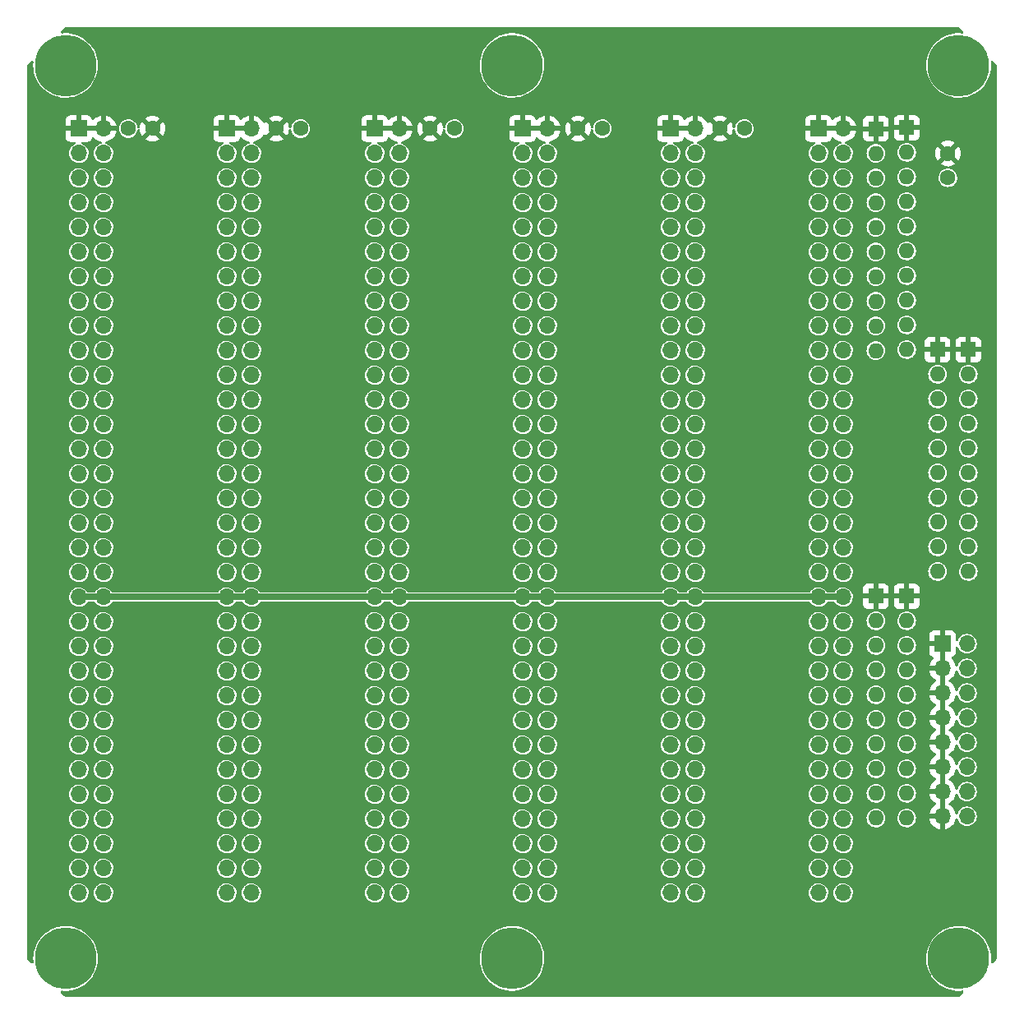
<source format=gtl>
G04 #@! TF.GenerationSoftware,KiCad,Pcbnew,(6.0.1)*
G04 #@! TF.CreationDate,2022-09-16T19:25:12-04:00*
G04 #@! TF.ProjectId,LB-BKPLANE-01,4c422d42-4b50-44c4-914e-452d30312e6b,1*
G04 #@! TF.SameCoordinates,Original*
G04 #@! TF.FileFunction,Copper,L1,Top*
G04 #@! TF.FilePolarity,Positive*
%FSLAX46Y46*%
G04 Gerber Fmt 4.6, Leading zero omitted, Abs format (unit mm)*
G04 Created by KiCad (PCBNEW (6.0.1)) date 2022-09-16 19:25:12*
%MOMM*%
%LPD*%
G01*
G04 APERTURE LIST*
G04 #@! TA.AperFunction,ComponentPad*
%ADD10R,1.700000X1.700000*%
G04 #@! TD*
G04 #@! TA.AperFunction,ComponentPad*
%ADD11O,1.700000X1.700000*%
G04 #@! TD*
G04 #@! TA.AperFunction,ComponentPad*
%ADD12C,6.350000*%
G04 #@! TD*
G04 #@! TA.AperFunction,ComponentPad*
%ADD13C,1.600000*%
G04 #@! TD*
G04 #@! TA.AperFunction,ComponentPad*
%ADD14O,1.600000X1.600000*%
G04 #@! TD*
G04 #@! TA.AperFunction,ComponentPad*
%ADD15R,1.600000X1.600000*%
G04 #@! TD*
G04 #@! TA.AperFunction,Conductor*
%ADD16C,0.635000*%
G04 #@! TD*
G04 APERTURE END LIST*
D10*
X164338000Y-123571000D03*
D11*
X166878000Y-123571000D03*
X164338000Y-126111000D03*
X166878000Y-126111000D03*
X164338000Y-128651000D03*
X166878000Y-128651000D03*
X164338000Y-131191000D03*
X166878000Y-131191000D03*
X164338000Y-133731000D03*
X166878000Y-133731000D03*
X164338000Y-136271000D03*
X166878000Y-136271000D03*
X164338000Y-138811000D03*
X166878000Y-138811000D03*
X164338000Y-141351000D03*
X166878000Y-141351000D03*
X77901800Y-149250400D03*
X75361800Y-149250400D03*
X77901800Y-146710400D03*
X75361800Y-146710400D03*
X77901800Y-144170400D03*
X75361800Y-144170400D03*
X77901800Y-141630400D03*
X75361800Y-141630400D03*
X77901800Y-139090400D03*
X75361800Y-139090400D03*
X77901800Y-136550400D03*
X75361800Y-136550400D03*
X77901800Y-134010400D03*
X75361800Y-134010400D03*
X77901800Y-131470400D03*
X75361800Y-131470400D03*
X77901800Y-128930400D03*
X75361800Y-128930400D03*
X77901800Y-126390400D03*
X75361800Y-126390400D03*
X77901800Y-123850400D03*
X75361800Y-123850400D03*
X77901800Y-121310400D03*
X75361800Y-121310400D03*
X77901800Y-118770400D03*
X75361800Y-118770400D03*
X77901800Y-116230400D03*
X75361800Y-116230400D03*
X77901800Y-113690400D03*
X75361800Y-113690400D03*
X77901800Y-111150400D03*
X75361800Y-111150400D03*
X77901800Y-108610400D03*
X75361800Y-108610400D03*
X77901800Y-106070400D03*
X75361800Y-106070400D03*
X77901800Y-103530400D03*
X75361800Y-103530400D03*
X77901800Y-100990400D03*
X75361800Y-100990400D03*
X77901800Y-98450400D03*
X75361800Y-98450400D03*
X77901800Y-95910400D03*
X75361800Y-95910400D03*
X77901800Y-93370400D03*
X75361800Y-93370400D03*
X77901800Y-90830400D03*
X75361800Y-90830400D03*
X77901800Y-88290400D03*
X75361800Y-88290400D03*
X77901800Y-85750400D03*
X75361800Y-85750400D03*
X77901800Y-83210400D03*
X75361800Y-83210400D03*
X77901800Y-80670400D03*
X75361800Y-80670400D03*
X77901800Y-78130400D03*
X75361800Y-78130400D03*
X77901800Y-75590400D03*
X75361800Y-75590400D03*
X77901800Y-73050400D03*
X75361800Y-73050400D03*
X77901800Y-70510400D03*
D10*
X75361800Y-70510400D03*
D12*
X120000000Y-64000000D03*
D13*
X143921800Y-70510400D03*
X141421800Y-70510400D03*
D12*
X74000000Y-64000000D03*
D14*
X163826800Y-116140400D03*
X163826800Y-113600400D03*
X163826800Y-111060400D03*
X163826800Y-108520400D03*
X163826800Y-105980400D03*
X163826800Y-103440400D03*
X163826800Y-100900400D03*
X163826800Y-98360400D03*
X163826800Y-95820400D03*
D15*
X163826800Y-93280400D03*
D11*
X108381800Y-149250400D03*
X105841800Y-149250400D03*
X108381800Y-146710400D03*
X105841800Y-146710400D03*
X108381800Y-144170400D03*
X105841800Y-144170400D03*
X108381800Y-141630400D03*
X105841800Y-141630400D03*
X108381800Y-139090400D03*
X105841800Y-139090400D03*
X108381800Y-136550400D03*
X105841800Y-136550400D03*
X108381800Y-134010400D03*
X105841800Y-134010400D03*
X108381800Y-131470400D03*
X105841800Y-131470400D03*
X108381800Y-128930400D03*
X105841800Y-128930400D03*
X108381800Y-126390400D03*
X105841800Y-126390400D03*
X108381800Y-123850400D03*
X105841800Y-123850400D03*
X108381800Y-121310400D03*
X105841800Y-121310400D03*
X108381800Y-118770400D03*
X105841800Y-118770400D03*
X108381800Y-116230400D03*
X105841800Y-116230400D03*
X108381800Y-113690400D03*
X105841800Y-113690400D03*
X108381800Y-111150400D03*
X105841800Y-111150400D03*
X108381800Y-108610400D03*
X105841800Y-108610400D03*
X108381800Y-106070400D03*
X105841800Y-106070400D03*
X108381800Y-103530400D03*
X105841800Y-103530400D03*
X108381800Y-100990400D03*
X105841800Y-100990400D03*
X108381800Y-98450400D03*
X105841800Y-98450400D03*
X108381800Y-95910400D03*
X105841800Y-95910400D03*
X108381800Y-93370400D03*
X105841800Y-93370400D03*
X108381800Y-90830400D03*
X105841800Y-90830400D03*
X108381800Y-88290400D03*
X105841800Y-88290400D03*
X108381800Y-85750400D03*
X105841800Y-85750400D03*
X108381800Y-83210400D03*
X105841800Y-83210400D03*
X108381800Y-80670400D03*
X105841800Y-80670400D03*
X108381800Y-78130400D03*
X105841800Y-78130400D03*
X108381800Y-75590400D03*
X105841800Y-75590400D03*
X108381800Y-73050400D03*
X105841800Y-73050400D03*
X108381800Y-70510400D03*
D10*
X105841800Y-70510400D03*
D14*
X160651800Y-141540400D03*
X160651800Y-139000400D03*
X160651800Y-136460400D03*
X160651800Y-133920400D03*
X160651800Y-131380400D03*
X160651800Y-128840400D03*
X160651800Y-126300400D03*
X160651800Y-123760400D03*
X160651800Y-121220400D03*
D15*
X160651800Y-118680400D03*
D11*
X123621800Y-149250400D03*
X121081800Y-149250400D03*
X123621800Y-146710400D03*
X121081800Y-146710400D03*
X123621800Y-144170400D03*
X121081800Y-144170400D03*
X123621800Y-141630400D03*
X121081800Y-141630400D03*
X123621800Y-139090400D03*
X121081800Y-139090400D03*
X123621800Y-136550400D03*
X121081800Y-136550400D03*
X123621800Y-134010400D03*
X121081800Y-134010400D03*
X123621800Y-131470400D03*
X121081800Y-131470400D03*
X123621800Y-128930400D03*
X121081800Y-128930400D03*
X123621800Y-126390400D03*
X121081800Y-126390400D03*
X123621800Y-123850400D03*
X121081800Y-123850400D03*
X123621800Y-121310400D03*
X121081800Y-121310400D03*
X123621800Y-118770400D03*
X121081800Y-118770400D03*
X123621800Y-116230400D03*
X121081800Y-116230400D03*
X123621800Y-113690400D03*
X121081800Y-113690400D03*
X123621800Y-111150400D03*
X121081800Y-111150400D03*
X123621800Y-108610400D03*
X121081800Y-108610400D03*
X123621800Y-106070400D03*
X121081800Y-106070400D03*
X123621800Y-103530400D03*
X121081800Y-103530400D03*
X123621800Y-100990400D03*
X121081800Y-100990400D03*
X123621800Y-98450400D03*
X121081800Y-98450400D03*
X123621800Y-95910400D03*
X121081800Y-95910400D03*
X123621800Y-93370400D03*
X121081800Y-93370400D03*
X123621800Y-90830400D03*
X121081800Y-90830400D03*
X123621800Y-88290400D03*
X121081800Y-88290400D03*
X123621800Y-85750400D03*
X121081800Y-85750400D03*
X123621800Y-83210400D03*
X121081800Y-83210400D03*
X123621800Y-80670400D03*
X121081800Y-80670400D03*
X123621800Y-78130400D03*
X121081800Y-78130400D03*
X123621800Y-75590400D03*
X121081800Y-75590400D03*
X123621800Y-73050400D03*
X121081800Y-73050400D03*
X123621800Y-70510400D03*
D10*
X121081800Y-70510400D03*
D13*
X114056800Y-70510400D03*
X111556800Y-70510400D03*
D14*
X157476800Y-93375400D03*
X157476800Y-90835400D03*
X157476800Y-88295400D03*
X157476800Y-85755400D03*
X157476800Y-83215400D03*
X157476800Y-80675400D03*
X157476800Y-78135400D03*
X157476800Y-75595400D03*
X157476800Y-73055400D03*
D15*
X157476800Y-70515400D03*
D11*
X154101800Y-149250400D03*
X151561800Y-149250400D03*
X154101800Y-146710400D03*
X151561800Y-146710400D03*
X154101800Y-144170400D03*
X151561800Y-144170400D03*
X154101800Y-141630400D03*
X151561800Y-141630400D03*
X154101800Y-139090400D03*
X151561800Y-139090400D03*
X154101800Y-136550400D03*
X151561800Y-136550400D03*
X154101800Y-134010400D03*
X151561800Y-134010400D03*
X154101800Y-131470400D03*
X151561800Y-131470400D03*
X154101800Y-128930400D03*
X151561800Y-128930400D03*
X154101800Y-126390400D03*
X151561800Y-126390400D03*
X154101800Y-123850400D03*
X151561800Y-123850400D03*
X154101800Y-121310400D03*
X151561800Y-121310400D03*
X154101800Y-118770400D03*
X151561800Y-118770400D03*
X154101800Y-116230400D03*
X151561800Y-116230400D03*
X154101800Y-113690400D03*
X151561800Y-113690400D03*
X154101800Y-111150400D03*
X151561800Y-111150400D03*
X154101800Y-108610400D03*
X151561800Y-108610400D03*
X154101800Y-106070400D03*
X151561800Y-106070400D03*
X154101800Y-103530400D03*
X151561800Y-103530400D03*
X154101800Y-100990400D03*
X151561800Y-100990400D03*
X154101800Y-98450400D03*
X151561800Y-98450400D03*
X154101800Y-95910400D03*
X151561800Y-95910400D03*
X154101800Y-93370400D03*
X151561800Y-93370400D03*
X154101800Y-90830400D03*
X151561800Y-90830400D03*
X154101800Y-88290400D03*
X151561800Y-88290400D03*
X154101800Y-85750400D03*
X151561800Y-85750400D03*
X154101800Y-83210400D03*
X151561800Y-83210400D03*
X154101800Y-80670400D03*
X151561800Y-80670400D03*
X154101800Y-78130400D03*
X151561800Y-78130400D03*
X154101800Y-75590400D03*
X151561800Y-75590400D03*
X154101800Y-73050400D03*
X151561800Y-73050400D03*
X154101800Y-70510400D03*
D10*
X151561800Y-70510400D03*
D13*
X164896800Y-75570400D03*
X164896800Y-73070400D03*
D11*
X138861800Y-149250400D03*
X136321800Y-149250400D03*
X138861800Y-146710400D03*
X136321800Y-146710400D03*
X138861800Y-144170400D03*
X136321800Y-144170400D03*
X138861800Y-141630400D03*
X136321800Y-141630400D03*
X138861800Y-139090400D03*
X136321800Y-139090400D03*
X138861800Y-136550400D03*
X136321800Y-136550400D03*
X138861800Y-134010400D03*
X136321800Y-134010400D03*
X138861800Y-131470400D03*
X136321800Y-131470400D03*
X138861800Y-128930400D03*
X136321800Y-128930400D03*
X138861800Y-126390400D03*
X136321800Y-126390400D03*
X138861800Y-123850400D03*
X136321800Y-123850400D03*
X138861800Y-121310400D03*
X136321800Y-121310400D03*
X138861800Y-118770400D03*
X136321800Y-118770400D03*
X138861800Y-116230400D03*
X136321800Y-116230400D03*
X138861800Y-113690400D03*
X136321800Y-113690400D03*
X138861800Y-111150400D03*
X136321800Y-111150400D03*
X138861800Y-108610400D03*
X136321800Y-108610400D03*
X138861800Y-106070400D03*
X136321800Y-106070400D03*
X138861800Y-103530400D03*
X136321800Y-103530400D03*
X138861800Y-100990400D03*
X136321800Y-100990400D03*
X138861800Y-98450400D03*
X136321800Y-98450400D03*
X138861800Y-95910400D03*
X136321800Y-95910400D03*
X138861800Y-93370400D03*
X136321800Y-93370400D03*
X138861800Y-90830400D03*
X136321800Y-90830400D03*
X138861800Y-88290400D03*
X136321800Y-88290400D03*
X138861800Y-85750400D03*
X136321800Y-85750400D03*
X138861800Y-83210400D03*
X136321800Y-83210400D03*
X138861800Y-80670400D03*
X136321800Y-80670400D03*
X138861800Y-78130400D03*
X136321800Y-78130400D03*
X138861800Y-75590400D03*
X136321800Y-75590400D03*
X138861800Y-73050400D03*
X136321800Y-73050400D03*
X138861800Y-70510400D03*
D10*
X136321800Y-70510400D03*
D14*
X167001800Y-116140400D03*
X167001800Y-113600400D03*
X167001800Y-111060400D03*
X167001800Y-108520400D03*
X167001800Y-105980400D03*
X167001800Y-103440400D03*
X167001800Y-100900400D03*
X167001800Y-98360400D03*
X167001800Y-95820400D03*
D15*
X167001800Y-93280400D03*
D13*
X98201800Y-70510400D03*
X95701800Y-70510400D03*
D14*
X160651800Y-93280400D03*
X160651800Y-90740400D03*
X160651800Y-88200400D03*
X160651800Y-85660400D03*
X160651800Y-83120400D03*
X160651800Y-80580400D03*
X160651800Y-78040400D03*
X160651800Y-75500400D03*
X160651800Y-72960400D03*
D15*
X160651800Y-70420400D03*
D13*
X129296800Y-70510400D03*
X126796800Y-70510400D03*
D12*
X120000000Y-156000000D03*
D14*
X157476800Y-141540400D03*
X157476800Y-139000400D03*
X157476800Y-136460400D03*
X157476800Y-133920400D03*
X157476800Y-131380400D03*
X157476800Y-128840400D03*
X157476800Y-126300400D03*
X157476800Y-123760400D03*
X157476800Y-121220400D03*
D15*
X157476800Y-118680400D03*
D12*
X166000000Y-64000000D03*
X166000000Y-156000000D03*
D11*
X93141800Y-149250400D03*
X90601800Y-149250400D03*
X93141800Y-146710400D03*
X90601800Y-146710400D03*
X93141800Y-144170400D03*
X90601800Y-144170400D03*
X93141800Y-141630400D03*
X90601800Y-141630400D03*
X93141800Y-139090400D03*
X90601800Y-139090400D03*
X93141800Y-136550400D03*
X90601800Y-136550400D03*
X93141800Y-134010400D03*
X90601800Y-134010400D03*
X93141800Y-131470400D03*
X90601800Y-131470400D03*
X93141800Y-128930400D03*
X90601800Y-128930400D03*
X93141800Y-126390400D03*
X90601800Y-126390400D03*
X93141800Y-123850400D03*
X90601800Y-123850400D03*
X93141800Y-121310400D03*
X90601800Y-121310400D03*
X93141800Y-118770400D03*
X90601800Y-118770400D03*
X93141800Y-116230400D03*
X90601800Y-116230400D03*
X93141800Y-113690400D03*
X90601800Y-113690400D03*
X93141800Y-111150400D03*
X90601800Y-111150400D03*
X93141800Y-108610400D03*
X90601800Y-108610400D03*
X93141800Y-106070400D03*
X90601800Y-106070400D03*
X93141800Y-103530400D03*
X90601800Y-103530400D03*
X93141800Y-100990400D03*
X90601800Y-100990400D03*
X93141800Y-98450400D03*
X90601800Y-98450400D03*
X93141800Y-95910400D03*
X90601800Y-95910400D03*
X93141800Y-93370400D03*
X90601800Y-93370400D03*
X93141800Y-90830400D03*
X90601800Y-90830400D03*
X93141800Y-88290400D03*
X90601800Y-88290400D03*
X93141800Y-85750400D03*
X90601800Y-85750400D03*
X93141800Y-83210400D03*
X90601800Y-83210400D03*
X93141800Y-80670400D03*
X90601800Y-80670400D03*
X93141800Y-78130400D03*
X90601800Y-78130400D03*
X93141800Y-75590400D03*
X90601800Y-75590400D03*
X93141800Y-73050400D03*
X90601800Y-73050400D03*
X93141800Y-70510400D03*
D10*
X90601800Y-70510400D03*
D12*
X74000000Y-156000000D03*
D13*
X80461800Y-70510400D03*
X82961800Y-70510400D03*
D16*
X105841800Y-118770400D02*
X108381800Y-118770400D01*
X136321800Y-118770400D02*
X138861800Y-118770400D01*
X75361800Y-118770400D02*
X77901800Y-118770400D01*
X77901800Y-118770400D02*
X90601800Y-118770400D01*
X151561800Y-118770400D02*
X154101800Y-118770400D01*
X138861800Y-118770400D02*
X151561800Y-118770400D01*
X90601800Y-118770400D02*
X93141800Y-118770400D01*
X123621800Y-118770400D02*
X136321800Y-118770400D01*
X108381800Y-118770400D02*
X121081800Y-118770400D01*
X93141800Y-118770400D02*
X105841800Y-118770400D01*
X121081800Y-118770400D02*
X123621800Y-118770400D01*
G04 #@! TA.AperFunction,Conductor*
G36*
X166000000Y-60078860D02*
G01*
X166010400Y-60075481D01*
X166014910Y-60075689D01*
X166014915Y-60075691D01*
X166029880Y-60076383D01*
X166097004Y-60099511D01*
X166113153Y-60113153D01*
X166479062Y-60479062D01*
X166513088Y-60541374D01*
X166508023Y-60612189D01*
X166465476Y-60669025D01*
X166398956Y-60693836D01*
X166376142Y-60693396D01*
X166344863Y-60689943D01*
X166189423Y-60672782D01*
X166189416Y-60672782D01*
X166186041Y-60672409D01*
X166182642Y-60672403D01*
X166182641Y-60672403D01*
X166013493Y-60672107D01*
X165825575Y-60671779D01*
X165741857Y-60680726D01*
X165470534Y-60709722D01*
X165470528Y-60709723D01*
X165467150Y-60710084D01*
X165463827Y-60710808D01*
X165463824Y-60710809D01*
X165348154Y-60736029D01*
X165114958Y-60786874D01*
X164773119Y-60901252D01*
X164770026Y-60902675D01*
X164770025Y-60902675D01*
X164763766Y-60905554D01*
X164445632Y-61051879D01*
X164442698Y-61053635D01*
X164442696Y-61053636D01*
X164139257Y-61235241D01*
X164139249Y-61235246D01*
X164136329Y-61236994D01*
X163848826Y-61454430D01*
X163586489Y-61701644D01*
X163352384Y-61975745D01*
X163149252Y-62273526D01*
X162979468Y-62591503D01*
X162978193Y-62594675D01*
X162978191Y-62594679D01*
X162976439Y-62599039D01*
X162845019Y-62925957D01*
X162844100Y-62929225D01*
X162844098Y-62929232D01*
X162748397Y-63269697D01*
X162747476Y-63272975D01*
X162687982Y-63628498D01*
X162667232Y-63988366D01*
X162685469Y-64348371D01*
X162686006Y-64351726D01*
X162686007Y-64351732D01*
X162725212Y-64596491D01*
X162742480Y-64704301D01*
X162837597Y-65051991D01*
X162969709Y-65387376D01*
X162971292Y-65390391D01*
X163135685Y-65703514D01*
X163135690Y-65703522D01*
X163137269Y-65706530D01*
X163139163Y-65709348D01*
X163139168Y-65709357D01*
X163159238Y-65739224D01*
X163338317Y-66005722D01*
X163570502Y-66281450D01*
X163831107Y-66530490D01*
X164117085Y-66749928D01*
X164425088Y-66937198D01*
X164751516Y-67090107D01*
X164754734Y-67091209D01*
X164754737Y-67091210D01*
X165089325Y-67205766D01*
X165089333Y-67205768D01*
X165092548Y-67206869D01*
X165444195Y-67286116D01*
X165526328Y-67295474D01*
X165798961Y-67326537D01*
X165798969Y-67326537D01*
X165802344Y-67326922D01*
X165805748Y-67326940D01*
X165805751Y-67326940D01*
X166001231Y-67327963D01*
X166162806Y-67328809D01*
X166166192Y-67328459D01*
X166166194Y-67328459D01*
X166517971Y-67292107D01*
X166517980Y-67292106D01*
X166521363Y-67291756D01*
X166524696Y-67291042D01*
X166524699Y-67291041D01*
X166633692Y-67267675D01*
X166873821Y-67216195D01*
X167216057Y-67103012D01*
X167544067Y-66953529D01*
X167638429Y-66897501D01*
X167851070Y-66771244D01*
X167851075Y-66771241D01*
X167854015Y-66769495D01*
X167882832Y-66747859D01*
X168139543Y-66555116D01*
X168139552Y-66555109D01*
X168142275Y-66553064D01*
X168405474Y-66306766D01*
X168640533Y-66033484D01*
X168747665Y-65877606D01*
X168842774Y-65739224D01*
X168842779Y-65739216D01*
X168844704Y-65736415D01*
X168846316Y-65733421D01*
X168846321Y-65733413D01*
X169013975Y-65422044D01*
X169015597Y-65419032D01*
X169151213Y-65085050D01*
X169249966Y-64738374D01*
X169310701Y-64383061D01*
X169312618Y-64351732D01*
X169332597Y-64025064D01*
X169332707Y-64023267D01*
X169332788Y-64000000D01*
X169313294Y-63640061D01*
X169312743Y-63636697D01*
X169312743Y-63636693D01*
X169312536Y-63635431D01*
X169312573Y-63635132D01*
X169312375Y-63633309D01*
X169312805Y-63633262D01*
X169321267Y-63564974D01*
X169366704Y-63510421D01*
X169434422Y-63489094D01*
X169502920Y-63507763D01*
X169525975Y-63525975D01*
X169886847Y-63886847D01*
X169920873Y-63949159D01*
X169923617Y-63970120D01*
X169924184Y-63982387D01*
X169924186Y-63982395D01*
X169924519Y-63989600D01*
X169921140Y-64000000D01*
X169925000Y-64011880D01*
X169925000Y-155988120D01*
X169921140Y-156000000D01*
X169924519Y-156010400D01*
X169924311Y-156014910D01*
X169924309Y-156014915D01*
X169923617Y-156029880D01*
X169900489Y-156097004D01*
X169886847Y-156113153D01*
X169525913Y-156474087D01*
X169463601Y-156508113D01*
X169392786Y-156503048D01*
X169335950Y-156460501D01*
X169311139Y-156393981D01*
X169311053Y-156377300D01*
X169311109Y-156376395D01*
X169332707Y-156023267D01*
X169332788Y-156000000D01*
X169313294Y-155640061D01*
X169255042Y-155284333D01*
X169158711Y-154936976D01*
X169155630Y-154929232D01*
X169026689Y-154605219D01*
X169025430Y-154602055D01*
X168856757Y-154283487D01*
X168654665Y-153984999D01*
X168652469Y-153982409D01*
X168652464Y-153982403D01*
X168562138Y-153875895D01*
X168421519Y-153710083D01*
X168160046Y-153461954D01*
X167873305Y-153243516D01*
X167870393Y-153241759D01*
X167870388Y-153241756D01*
X167567571Y-153059085D01*
X167567562Y-153059080D01*
X167564649Y-153057323D01*
X167561559Y-153055889D01*
X167561554Y-153055886D01*
X167415990Y-152988318D01*
X167237690Y-152905554D01*
X167221790Y-152900172D01*
X166899492Y-152791079D01*
X166899486Y-152791077D01*
X166896253Y-152789983D01*
X166544331Y-152711964D01*
X166517278Y-152708977D01*
X166189423Y-152672782D01*
X166189416Y-152672782D01*
X166186041Y-152672409D01*
X166182642Y-152672403D01*
X166182641Y-152672403D01*
X166013493Y-152672107D01*
X165825575Y-152671779D01*
X165692190Y-152686034D01*
X165470534Y-152709722D01*
X165470528Y-152709723D01*
X165467150Y-152710084D01*
X165463827Y-152710808D01*
X165463824Y-152710809D01*
X165348154Y-152736029D01*
X165114958Y-152786874D01*
X164773119Y-152901252D01*
X164770026Y-152902675D01*
X164770025Y-152902675D01*
X164763766Y-152905554D01*
X164445632Y-153051879D01*
X164442698Y-153053635D01*
X164442696Y-153053636D01*
X164139257Y-153235241D01*
X164139249Y-153235246D01*
X164136329Y-153236994D01*
X163848826Y-153454430D01*
X163586489Y-153701644D01*
X163352384Y-153975745D01*
X163149252Y-154273526D01*
X162979468Y-154591503D01*
X162978193Y-154594675D01*
X162978191Y-154594679D01*
X162976439Y-154599039D01*
X162845019Y-154925957D01*
X162844100Y-154929225D01*
X162844098Y-154929232D01*
X162748397Y-155269697D01*
X162747476Y-155272975D01*
X162687982Y-155628498D01*
X162667232Y-155988366D01*
X162685469Y-156348371D01*
X162686006Y-156351726D01*
X162686007Y-156351732D01*
X162705710Y-156474738D01*
X162742480Y-156704301D01*
X162837597Y-157051991D01*
X162969709Y-157387376D01*
X162971292Y-157390391D01*
X163135685Y-157703514D01*
X163135690Y-157703522D01*
X163137269Y-157706530D01*
X163139163Y-157709348D01*
X163139168Y-157709357D01*
X163212391Y-157818324D01*
X163338317Y-158005722D01*
X163570502Y-158281450D01*
X163831107Y-158530490D01*
X164117085Y-158749928D01*
X164425088Y-158937198D01*
X164751516Y-159090107D01*
X164754734Y-159091209D01*
X164754737Y-159091210D01*
X165089325Y-159205766D01*
X165089333Y-159205768D01*
X165092548Y-159206869D01*
X165444195Y-159286116D01*
X165526328Y-159295474D01*
X165798961Y-159326537D01*
X165798969Y-159326537D01*
X165802344Y-159326922D01*
X165805748Y-159326940D01*
X165805751Y-159326940D01*
X166001231Y-159327963D01*
X166162806Y-159328809D01*
X166166192Y-159328459D01*
X166166194Y-159328459D01*
X166376833Y-159306692D01*
X166446649Y-159319586D01*
X166498411Y-159368179D01*
X166515685Y-159437042D01*
X166492987Y-159504312D01*
X166478880Y-159521120D01*
X166113153Y-159886847D01*
X166050841Y-159920873D01*
X166029880Y-159923617D01*
X166017613Y-159924184D01*
X166017605Y-159924186D01*
X166010400Y-159924519D01*
X166000000Y-159921140D01*
X165988120Y-159925000D01*
X74011880Y-159925000D01*
X74000000Y-159921140D01*
X73989600Y-159924519D01*
X73985090Y-159924311D01*
X73985085Y-159924309D01*
X73970120Y-159923617D01*
X73902996Y-159900489D01*
X73886847Y-159886847D01*
X73520919Y-159520919D01*
X73486893Y-159458607D01*
X73491958Y-159387792D01*
X73534505Y-159330956D01*
X73601025Y-159306145D01*
X73624278Y-159306634D01*
X73798961Y-159326537D01*
X73798969Y-159326537D01*
X73802344Y-159326922D01*
X73805748Y-159326940D01*
X73805751Y-159326940D01*
X74001231Y-159327963D01*
X74162806Y-159328809D01*
X74166192Y-159328459D01*
X74166194Y-159328459D01*
X74517971Y-159292107D01*
X74517980Y-159292106D01*
X74521363Y-159291756D01*
X74524696Y-159291042D01*
X74524699Y-159291041D01*
X74690975Y-159255394D01*
X74873821Y-159216195D01*
X75216057Y-159103012D01*
X75544067Y-158953529D01*
X75638429Y-158897501D01*
X75851070Y-158771244D01*
X75851075Y-158771241D01*
X75854015Y-158769495D01*
X75880076Y-158749928D01*
X76139543Y-158555116D01*
X76139552Y-158555109D01*
X76142275Y-158553064D01*
X76405474Y-158306766D01*
X76640533Y-158033484D01*
X76788409Y-157818324D01*
X76842774Y-157739224D01*
X76842779Y-157739216D01*
X76844704Y-157736415D01*
X76846316Y-157733421D01*
X76846321Y-157733413D01*
X77013975Y-157422044D01*
X77015597Y-157419032D01*
X77151213Y-157085050D01*
X77154325Y-157074127D01*
X77249032Y-156741652D01*
X77249966Y-156738374D01*
X77301628Y-156436142D01*
X77310129Y-156386408D01*
X77310129Y-156386406D01*
X77310701Y-156383061D01*
X77311054Y-156377300D01*
X77331020Y-156050841D01*
X77332707Y-156023267D01*
X77332788Y-156000000D01*
X77332158Y-155988366D01*
X116667232Y-155988366D01*
X116685469Y-156348371D01*
X116686006Y-156351726D01*
X116686007Y-156351732D01*
X116705710Y-156474738D01*
X116742480Y-156704301D01*
X116837597Y-157051991D01*
X116969709Y-157387376D01*
X116971292Y-157390391D01*
X117135685Y-157703514D01*
X117135690Y-157703522D01*
X117137269Y-157706530D01*
X117139163Y-157709348D01*
X117139168Y-157709357D01*
X117212391Y-157818324D01*
X117338317Y-158005722D01*
X117570502Y-158281450D01*
X117831107Y-158530490D01*
X118117085Y-158749928D01*
X118425088Y-158937198D01*
X118751516Y-159090107D01*
X118754734Y-159091209D01*
X118754737Y-159091210D01*
X119089325Y-159205766D01*
X119089333Y-159205768D01*
X119092548Y-159206869D01*
X119444195Y-159286116D01*
X119526328Y-159295474D01*
X119798961Y-159326537D01*
X119798969Y-159326537D01*
X119802344Y-159326922D01*
X119805748Y-159326940D01*
X119805751Y-159326940D01*
X120001231Y-159327963D01*
X120162806Y-159328809D01*
X120166192Y-159328459D01*
X120166194Y-159328459D01*
X120517971Y-159292107D01*
X120517980Y-159292106D01*
X120521363Y-159291756D01*
X120524696Y-159291042D01*
X120524699Y-159291041D01*
X120690975Y-159255394D01*
X120873821Y-159216195D01*
X121216057Y-159103012D01*
X121544067Y-158953529D01*
X121638429Y-158897501D01*
X121851070Y-158771244D01*
X121851075Y-158771241D01*
X121854015Y-158769495D01*
X121880076Y-158749928D01*
X122139543Y-158555116D01*
X122139552Y-158555109D01*
X122142275Y-158553064D01*
X122405474Y-158306766D01*
X122640533Y-158033484D01*
X122788409Y-157818324D01*
X122842774Y-157739224D01*
X122842779Y-157739216D01*
X122844704Y-157736415D01*
X122846316Y-157733421D01*
X122846321Y-157733413D01*
X123013975Y-157422044D01*
X123015597Y-157419032D01*
X123151213Y-157085050D01*
X123154325Y-157074127D01*
X123249032Y-156741652D01*
X123249966Y-156738374D01*
X123301628Y-156436142D01*
X123310129Y-156386408D01*
X123310129Y-156386406D01*
X123310701Y-156383061D01*
X123311054Y-156377300D01*
X123331020Y-156050841D01*
X123332707Y-156023267D01*
X123332788Y-156000000D01*
X123313294Y-155640061D01*
X123255042Y-155284333D01*
X123158711Y-154936976D01*
X123155630Y-154929232D01*
X123026689Y-154605219D01*
X123025430Y-154602055D01*
X122856757Y-154283487D01*
X122654665Y-153984999D01*
X122652469Y-153982409D01*
X122652464Y-153982403D01*
X122562138Y-153875895D01*
X122421519Y-153710083D01*
X122160046Y-153461954D01*
X121873305Y-153243516D01*
X121870393Y-153241759D01*
X121870388Y-153241756D01*
X121567571Y-153059085D01*
X121567562Y-153059080D01*
X121564649Y-153057323D01*
X121561559Y-153055889D01*
X121561554Y-153055886D01*
X121415990Y-152988318D01*
X121237690Y-152905554D01*
X121221790Y-152900172D01*
X120899492Y-152791079D01*
X120899486Y-152791077D01*
X120896253Y-152789983D01*
X120544331Y-152711964D01*
X120517278Y-152708977D01*
X120189423Y-152672782D01*
X120189416Y-152672782D01*
X120186041Y-152672409D01*
X120182642Y-152672403D01*
X120182641Y-152672403D01*
X120013493Y-152672107D01*
X119825575Y-152671779D01*
X119692190Y-152686034D01*
X119470534Y-152709722D01*
X119470528Y-152709723D01*
X119467150Y-152710084D01*
X119463827Y-152710808D01*
X119463824Y-152710809D01*
X119348154Y-152736029D01*
X119114958Y-152786874D01*
X118773119Y-152901252D01*
X118770026Y-152902675D01*
X118770025Y-152902675D01*
X118763766Y-152905554D01*
X118445632Y-153051879D01*
X118442698Y-153053635D01*
X118442696Y-153053636D01*
X118139257Y-153235241D01*
X118139249Y-153235246D01*
X118136329Y-153236994D01*
X117848826Y-153454430D01*
X117586489Y-153701644D01*
X117352384Y-153975745D01*
X117149252Y-154273526D01*
X116979468Y-154591503D01*
X116978193Y-154594675D01*
X116978191Y-154594679D01*
X116976439Y-154599039D01*
X116845019Y-154925957D01*
X116844100Y-154929225D01*
X116844098Y-154929232D01*
X116748397Y-155269697D01*
X116747476Y-155272975D01*
X116687982Y-155628498D01*
X116667232Y-155988366D01*
X77332158Y-155988366D01*
X77313294Y-155640061D01*
X77255042Y-155284333D01*
X77158711Y-154936976D01*
X77155630Y-154929232D01*
X77026689Y-154605219D01*
X77025430Y-154602055D01*
X76856757Y-154283487D01*
X76654665Y-153984999D01*
X76652469Y-153982409D01*
X76652464Y-153982403D01*
X76562138Y-153875895D01*
X76421519Y-153710083D01*
X76160046Y-153461954D01*
X75873305Y-153243516D01*
X75870393Y-153241759D01*
X75870388Y-153241756D01*
X75567571Y-153059085D01*
X75567562Y-153059080D01*
X75564649Y-153057323D01*
X75561559Y-153055889D01*
X75561554Y-153055886D01*
X75415990Y-152988318D01*
X75237690Y-152905554D01*
X75221790Y-152900172D01*
X74899492Y-152791079D01*
X74899486Y-152791077D01*
X74896253Y-152789983D01*
X74544331Y-152711964D01*
X74517278Y-152708977D01*
X74189423Y-152672782D01*
X74189416Y-152672782D01*
X74186041Y-152672409D01*
X74182642Y-152672403D01*
X74182641Y-152672403D01*
X74013493Y-152672107D01*
X73825575Y-152671779D01*
X73692190Y-152686034D01*
X73470534Y-152709722D01*
X73470528Y-152709723D01*
X73467150Y-152710084D01*
X73463827Y-152710808D01*
X73463824Y-152710809D01*
X73348154Y-152736029D01*
X73114958Y-152786874D01*
X72773119Y-152901252D01*
X72770026Y-152902675D01*
X72770025Y-152902675D01*
X72763766Y-152905554D01*
X72445632Y-153051879D01*
X72442698Y-153053635D01*
X72442696Y-153053636D01*
X72139257Y-153235241D01*
X72139249Y-153235246D01*
X72136329Y-153236994D01*
X71848826Y-153454430D01*
X71586489Y-153701644D01*
X71352384Y-153975745D01*
X71149252Y-154273526D01*
X70979468Y-154591503D01*
X70978193Y-154594675D01*
X70978191Y-154594679D01*
X70976439Y-154599039D01*
X70845019Y-154925957D01*
X70844100Y-154929225D01*
X70844098Y-154929232D01*
X70748397Y-155269697D01*
X70747476Y-155272975D01*
X70687982Y-155628498D01*
X70667232Y-155988366D01*
X70685469Y-156348371D01*
X70686006Y-156351726D01*
X70686007Y-156351732D01*
X70688247Y-156365715D01*
X70679271Y-156436142D01*
X70633643Y-156490536D01*
X70565852Y-156511627D01*
X70497419Y-156492719D01*
X70474738Y-156474738D01*
X70113153Y-156113153D01*
X70079127Y-156050841D01*
X70076383Y-156029880D01*
X70075816Y-156017613D01*
X70075814Y-156017605D01*
X70075481Y-156010400D01*
X70078860Y-156000000D01*
X70075000Y-155988120D01*
X70075000Y-149236330D01*
X74354145Y-149236330D01*
X74370603Y-149432319D01*
X74424815Y-149621379D01*
X74427630Y-149626856D01*
X74427631Y-149626859D01*
X74511901Y-149790831D01*
X74514716Y-149796308D01*
X74518539Y-149801132D01*
X74518542Y-149801136D01*
X74542451Y-149831301D01*
X74636883Y-149950444D01*
X74786662Y-150077916D01*
X74958347Y-150173867D01*
X75145400Y-150234644D01*
X75340695Y-150257932D01*
X75346830Y-150257460D01*
X75346832Y-150257460D01*
X75530652Y-150243316D01*
X75530656Y-150243315D01*
X75536794Y-150242843D01*
X75726228Y-150189952D01*
X75731732Y-150187172D01*
X75731734Y-150187171D01*
X75896280Y-150104053D01*
X75896282Y-150104052D01*
X75901781Y-150101274D01*
X76056766Y-149980186D01*
X76060792Y-149975522D01*
X76060795Y-149975519D01*
X76181251Y-149835969D01*
X76181252Y-149835967D01*
X76185280Y-149831301D01*
X76282428Y-149660290D01*
X76344510Y-149473666D01*
X76369160Y-149278538D01*
X76369553Y-149250400D01*
X76368173Y-149236330D01*
X76894145Y-149236330D01*
X76910603Y-149432319D01*
X76964815Y-149621379D01*
X76967630Y-149626856D01*
X76967631Y-149626859D01*
X77051901Y-149790831D01*
X77054716Y-149796308D01*
X77058539Y-149801132D01*
X77058542Y-149801136D01*
X77082451Y-149831301D01*
X77176883Y-149950444D01*
X77326662Y-150077916D01*
X77498347Y-150173867D01*
X77685400Y-150234644D01*
X77880695Y-150257932D01*
X77886830Y-150257460D01*
X77886832Y-150257460D01*
X78070652Y-150243316D01*
X78070656Y-150243315D01*
X78076794Y-150242843D01*
X78266228Y-150189952D01*
X78271732Y-150187172D01*
X78271734Y-150187171D01*
X78436280Y-150104053D01*
X78436282Y-150104052D01*
X78441781Y-150101274D01*
X78596766Y-149980186D01*
X78600792Y-149975522D01*
X78600795Y-149975519D01*
X78721251Y-149835969D01*
X78721252Y-149835967D01*
X78725280Y-149831301D01*
X78822428Y-149660290D01*
X78884510Y-149473666D01*
X78909160Y-149278538D01*
X78909553Y-149250400D01*
X78908173Y-149236330D01*
X89594145Y-149236330D01*
X89610603Y-149432319D01*
X89664815Y-149621379D01*
X89667630Y-149626856D01*
X89667631Y-149626859D01*
X89751901Y-149790831D01*
X89754716Y-149796308D01*
X89758539Y-149801132D01*
X89758542Y-149801136D01*
X89782451Y-149831301D01*
X89876883Y-149950444D01*
X90026662Y-150077916D01*
X90198347Y-150173867D01*
X90385400Y-150234644D01*
X90580695Y-150257932D01*
X90586830Y-150257460D01*
X90586832Y-150257460D01*
X90770652Y-150243316D01*
X90770656Y-150243315D01*
X90776794Y-150242843D01*
X90966228Y-150189952D01*
X90971732Y-150187172D01*
X90971734Y-150187171D01*
X91136280Y-150104053D01*
X91136282Y-150104052D01*
X91141781Y-150101274D01*
X91296766Y-149980186D01*
X91300792Y-149975522D01*
X91300795Y-149975519D01*
X91421251Y-149835969D01*
X91421252Y-149835967D01*
X91425280Y-149831301D01*
X91522428Y-149660290D01*
X91584510Y-149473666D01*
X91609160Y-149278538D01*
X91609553Y-149250400D01*
X91608173Y-149236330D01*
X92134145Y-149236330D01*
X92150603Y-149432319D01*
X92204815Y-149621379D01*
X92207630Y-149626856D01*
X92207631Y-149626859D01*
X92291901Y-149790831D01*
X92294716Y-149796308D01*
X92298539Y-149801132D01*
X92298542Y-149801136D01*
X92322451Y-149831301D01*
X92416883Y-149950444D01*
X92566662Y-150077916D01*
X92738347Y-150173867D01*
X92925400Y-150234644D01*
X93120695Y-150257932D01*
X93126830Y-150257460D01*
X93126832Y-150257460D01*
X93310652Y-150243316D01*
X93310656Y-150243315D01*
X93316794Y-150242843D01*
X93506228Y-150189952D01*
X93511732Y-150187172D01*
X93511734Y-150187171D01*
X93676280Y-150104053D01*
X93676282Y-150104052D01*
X93681781Y-150101274D01*
X93836766Y-149980186D01*
X93840792Y-149975522D01*
X93840795Y-149975519D01*
X93961251Y-149835969D01*
X93961252Y-149835967D01*
X93965280Y-149831301D01*
X94062428Y-149660290D01*
X94124510Y-149473666D01*
X94149160Y-149278538D01*
X94149553Y-149250400D01*
X94148173Y-149236330D01*
X104834145Y-149236330D01*
X104850603Y-149432319D01*
X104904815Y-149621379D01*
X104907630Y-149626856D01*
X104907631Y-149626859D01*
X104991901Y-149790831D01*
X104994716Y-149796308D01*
X104998539Y-149801132D01*
X104998542Y-149801136D01*
X105022451Y-149831301D01*
X105116883Y-149950444D01*
X105266662Y-150077916D01*
X105438347Y-150173867D01*
X105625400Y-150234644D01*
X105820695Y-150257932D01*
X105826830Y-150257460D01*
X105826832Y-150257460D01*
X106010652Y-150243316D01*
X106010656Y-150243315D01*
X106016794Y-150242843D01*
X106206228Y-150189952D01*
X106211732Y-150187172D01*
X106211734Y-150187171D01*
X106376280Y-150104053D01*
X106376282Y-150104052D01*
X106381781Y-150101274D01*
X106536766Y-149980186D01*
X106540792Y-149975522D01*
X106540795Y-149975519D01*
X106661251Y-149835969D01*
X106661252Y-149835967D01*
X106665280Y-149831301D01*
X106762428Y-149660290D01*
X106824510Y-149473666D01*
X106849160Y-149278538D01*
X106849553Y-149250400D01*
X106848173Y-149236330D01*
X107374145Y-149236330D01*
X107390603Y-149432319D01*
X107444815Y-149621379D01*
X107447630Y-149626856D01*
X107447631Y-149626859D01*
X107531901Y-149790831D01*
X107534716Y-149796308D01*
X107538539Y-149801132D01*
X107538542Y-149801136D01*
X107562451Y-149831301D01*
X107656883Y-149950444D01*
X107806662Y-150077916D01*
X107978347Y-150173867D01*
X108165400Y-150234644D01*
X108360695Y-150257932D01*
X108366830Y-150257460D01*
X108366832Y-150257460D01*
X108550652Y-150243316D01*
X108550656Y-150243315D01*
X108556794Y-150242843D01*
X108746228Y-150189952D01*
X108751732Y-150187172D01*
X108751734Y-150187171D01*
X108916280Y-150104053D01*
X108916282Y-150104052D01*
X108921781Y-150101274D01*
X109076766Y-149980186D01*
X109080792Y-149975522D01*
X109080795Y-149975519D01*
X109201251Y-149835969D01*
X109201252Y-149835967D01*
X109205280Y-149831301D01*
X109302428Y-149660290D01*
X109364510Y-149473666D01*
X109389160Y-149278538D01*
X109389553Y-149250400D01*
X109388173Y-149236330D01*
X120074145Y-149236330D01*
X120090603Y-149432319D01*
X120144815Y-149621379D01*
X120147630Y-149626856D01*
X120147631Y-149626859D01*
X120231901Y-149790831D01*
X120234716Y-149796308D01*
X120238539Y-149801132D01*
X120238542Y-149801136D01*
X120262451Y-149831301D01*
X120356883Y-149950444D01*
X120506662Y-150077916D01*
X120678347Y-150173867D01*
X120865400Y-150234644D01*
X121060695Y-150257932D01*
X121066830Y-150257460D01*
X121066832Y-150257460D01*
X121250652Y-150243316D01*
X121250656Y-150243315D01*
X121256794Y-150242843D01*
X121446228Y-150189952D01*
X121451732Y-150187172D01*
X121451734Y-150187171D01*
X121616280Y-150104053D01*
X121616282Y-150104052D01*
X121621781Y-150101274D01*
X121776766Y-149980186D01*
X121780792Y-149975522D01*
X121780795Y-149975519D01*
X121901251Y-149835969D01*
X121901252Y-149835967D01*
X121905280Y-149831301D01*
X122002428Y-149660290D01*
X122064510Y-149473666D01*
X122089160Y-149278538D01*
X122089553Y-149250400D01*
X122088173Y-149236330D01*
X122614145Y-149236330D01*
X122630603Y-149432319D01*
X122684815Y-149621379D01*
X122687630Y-149626856D01*
X122687631Y-149626859D01*
X122771901Y-149790831D01*
X122774716Y-149796308D01*
X122778539Y-149801132D01*
X122778542Y-149801136D01*
X122802451Y-149831301D01*
X122896883Y-149950444D01*
X123046662Y-150077916D01*
X123218347Y-150173867D01*
X123405400Y-150234644D01*
X123600695Y-150257932D01*
X123606830Y-150257460D01*
X123606832Y-150257460D01*
X123790652Y-150243316D01*
X123790656Y-150243315D01*
X123796794Y-150242843D01*
X123986228Y-150189952D01*
X123991732Y-150187172D01*
X123991734Y-150187171D01*
X124156280Y-150104053D01*
X124156282Y-150104052D01*
X124161781Y-150101274D01*
X124316766Y-149980186D01*
X124320792Y-149975522D01*
X124320795Y-149975519D01*
X124441251Y-149835969D01*
X124441252Y-149835967D01*
X124445280Y-149831301D01*
X124542428Y-149660290D01*
X124604510Y-149473666D01*
X124629160Y-149278538D01*
X124629553Y-149250400D01*
X124628173Y-149236330D01*
X135314145Y-149236330D01*
X135330603Y-149432319D01*
X135384815Y-149621379D01*
X135387630Y-149626856D01*
X135387631Y-149626859D01*
X135471901Y-149790831D01*
X135474716Y-149796308D01*
X135478539Y-149801132D01*
X135478542Y-149801136D01*
X135502451Y-149831301D01*
X135596883Y-149950444D01*
X135746662Y-150077916D01*
X135918347Y-150173867D01*
X136105400Y-150234644D01*
X136300695Y-150257932D01*
X136306830Y-150257460D01*
X136306832Y-150257460D01*
X136490652Y-150243316D01*
X136490656Y-150243315D01*
X136496794Y-150242843D01*
X136686228Y-150189952D01*
X136691732Y-150187172D01*
X136691734Y-150187171D01*
X136856280Y-150104053D01*
X136856282Y-150104052D01*
X136861781Y-150101274D01*
X137016766Y-149980186D01*
X137020792Y-149975522D01*
X137020795Y-149975519D01*
X137141251Y-149835969D01*
X137141252Y-149835967D01*
X137145280Y-149831301D01*
X137242428Y-149660290D01*
X137304510Y-149473666D01*
X137329160Y-149278538D01*
X137329553Y-149250400D01*
X137328173Y-149236330D01*
X137854145Y-149236330D01*
X137870603Y-149432319D01*
X137924815Y-149621379D01*
X137927630Y-149626856D01*
X137927631Y-149626859D01*
X138011901Y-149790831D01*
X138014716Y-149796308D01*
X138018539Y-149801132D01*
X138018542Y-149801136D01*
X138042451Y-149831301D01*
X138136883Y-149950444D01*
X138286662Y-150077916D01*
X138458347Y-150173867D01*
X138645400Y-150234644D01*
X138840695Y-150257932D01*
X138846830Y-150257460D01*
X138846832Y-150257460D01*
X139030652Y-150243316D01*
X139030656Y-150243315D01*
X139036794Y-150242843D01*
X139226228Y-150189952D01*
X139231732Y-150187172D01*
X139231734Y-150187171D01*
X139396280Y-150104053D01*
X139396282Y-150104052D01*
X139401781Y-150101274D01*
X139556766Y-149980186D01*
X139560792Y-149975522D01*
X139560795Y-149975519D01*
X139681251Y-149835969D01*
X139681252Y-149835967D01*
X139685280Y-149831301D01*
X139782428Y-149660290D01*
X139844510Y-149473666D01*
X139869160Y-149278538D01*
X139869553Y-149250400D01*
X139868173Y-149236330D01*
X150554145Y-149236330D01*
X150570603Y-149432319D01*
X150624815Y-149621379D01*
X150627630Y-149626856D01*
X150627631Y-149626859D01*
X150711901Y-149790831D01*
X150714716Y-149796308D01*
X150718539Y-149801132D01*
X150718542Y-149801136D01*
X150742451Y-149831301D01*
X150836883Y-149950444D01*
X150986662Y-150077916D01*
X151158347Y-150173867D01*
X151345400Y-150234644D01*
X151540695Y-150257932D01*
X151546830Y-150257460D01*
X151546832Y-150257460D01*
X151730652Y-150243316D01*
X151730656Y-150243315D01*
X151736794Y-150242843D01*
X151926228Y-150189952D01*
X151931732Y-150187172D01*
X151931734Y-150187171D01*
X152096280Y-150104053D01*
X152096282Y-150104052D01*
X152101781Y-150101274D01*
X152256766Y-149980186D01*
X152260792Y-149975522D01*
X152260795Y-149975519D01*
X152381251Y-149835969D01*
X152381252Y-149835967D01*
X152385280Y-149831301D01*
X152482428Y-149660290D01*
X152544510Y-149473666D01*
X152569160Y-149278538D01*
X152569553Y-149250400D01*
X152568173Y-149236330D01*
X153094145Y-149236330D01*
X153110603Y-149432319D01*
X153164815Y-149621379D01*
X153167630Y-149626856D01*
X153167631Y-149626859D01*
X153251901Y-149790831D01*
X153254716Y-149796308D01*
X153258539Y-149801132D01*
X153258542Y-149801136D01*
X153282451Y-149831301D01*
X153376883Y-149950444D01*
X153526662Y-150077916D01*
X153698347Y-150173867D01*
X153885400Y-150234644D01*
X154080695Y-150257932D01*
X154086830Y-150257460D01*
X154086832Y-150257460D01*
X154270652Y-150243316D01*
X154270656Y-150243315D01*
X154276794Y-150242843D01*
X154466228Y-150189952D01*
X154471732Y-150187172D01*
X154471734Y-150187171D01*
X154636280Y-150104053D01*
X154636282Y-150104052D01*
X154641781Y-150101274D01*
X154796766Y-149980186D01*
X154800792Y-149975522D01*
X154800795Y-149975519D01*
X154921251Y-149835969D01*
X154921252Y-149835967D01*
X154925280Y-149831301D01*
X155022428Y-149660290D01*
X155084510Y-149473666D01*
X155109160Y-149278538D01*
X155109553Y-149250400D01*
X155090361Y-149054660D01*
X155033514Y-148866375D01*
X154941179Y-148692718D01*
X154937289Y-148687948D01*
X154937286Y-148687944D01*
X154820767Y-148545078D01*
X154820764Y-148545075D01*
X154816872Y-148540303D01*
X154800222Y-148526529D01*
X154670078Y-148418864D01*
X154670074Y-148418862D01*
X154665328Y-148414935D01*
X154492320Y-148321390D01*
X154304437Y-148263230D01*
X154298319Y-148262587D01*
X154298314Y-148262586D01*
X154114964Y-148243316D01*
X154114962Y-148243316D01*
X154108835Y-148242672D01*
X154025999Y-148250210D01*
X153919105Y-148259938D01*
X153919102Y-148259939D01*
X153912966Y-148260497D01*
X153724289Y-148316028D01*
X153549992Y-148407148D01*
X153396712Y-148530388D01*
X153392754Y-148535105D01*
X153392752Y-148535107D01*
X153310438Y-148633205D01*
X153270289Y-148681053D01*
X153175539Y-148853404D01*
X153173678Y-148859271D01*
X153173677Y-148859273D01*
X153171424Y-148866375D01*
X153116069Y-149040876D01*
X153094145Y-149236330D01*
X152568173Y-149236330D01*
X152550361Y-149054660D01*
X152493514Y-148866375D01*
X152401179Y-148692718D01*
X152397289Y-148687948D01*
X152397286Y-148687944D01*
X152280767Y-148545078D01*
X152280764Y-148545075D01*
X152276872Y-148540303D01*
X152260222Y-148526529D01*
X152130078Y-148418864D01*
X152130074Y-148418862D01*
X152125328Y-148414935D01*
X151952320Y-148321390D01*
X151764437Y-148263230D01*
X151758319Y-148262587D01*
X151758314Y-148262586D01*
X151574964Y-148243316D01*
X151574962Y-148243316D01*
X151568835Y-148242672D01*
X151485999Y-148250210D01*
X151379105Y-148259938D01*
X151379102Y-148259939D01*
X151372966Y-148260497D01*
X151184289Y-148316028D01*
X151009992Y-148407148D01*
X150856712Y-148530388D01*
X150852754Y-148535105D01*
X150852752Y-148535107D01*
X150770438Y-148633205D01*
X150730289Y-148681053D01*
X150635539Y-148853404D01*
X150633678Y-148859271D01*
X150633677Y-148859273D01*
X150631424Y-148866375D01*
X150576069Y-149040876D01*
X150554145Y-149236330D01*
X139868173Y-149236330D01*
X139850361Y-149054660D01*
X139793514Y-148866375D01*
X139701179Y-148692718D01*
X139697289Y-148687948D01*
X139697286Y-148687944D01*
X139580767Y-148545078D01*
X139580764Y-148545075D01*
X139576872Y-148540303D01*
X139560222Y-148526529D01*
X139430078Y-148418864D01*
X139430074Y-148418862D01*
X139425328Y-148414935D01*
X139252320Y-148321390D01*
X139064437Y-148263230D01*
X139058319Y-148262587D01*
X139058314Y-148262586D01*
X138874964Y-148243316D01*
X138874962Y-148243316D01*
X138868835Y-148242672D01*
X138785999Y-148250210D01*
X138679105Y-148259938D01*
X138679102Y-148259939D01*
X138672966Y-148260497D01*
X138484289Y-148316028D01*
X138309992Y-148407148D01*
X138156712Y-148530388D01*
X138152754Y-148535105D01*
X138152752Y-148535107D01*
X138070438Y-148633205D01*
X138030289Y-148681053D01*
X137935539Y-148853404D01*
X137933678Y-148859271D01*
X137933677Y-148859273D01*
X137931424Y-148866375D01*
X137876069Y-149040876D01*
X137854145Y-149236330D01*
X137328173Y-149236330D01*
X137310361Y-149054660D01*
X137253514Y-148866375D01*
X137161179Y-148692718D01*
X137157289Y-148687948D01*
X137157286Y-148687944D01*
X137040767Y-148545078D01*
X137040764Y-148545075D01*
X137036872Y-148540303D01*
X137020222Y-148526529D01*
X136890078Y-148418864D01*
X136890074Y-148418862D01*
X136885328Y-148414935D01*
X136712320Y-148321390D01*
X136524437Y-148263230D01*
X136518319Y-148262587D01*
X136518314Y-148262586D01*
X136334964Y-148243316D01*
X136334962Y-148243316D01*
X136328835Y-148242672D01*
X136245999Y-148250210D01*
X136139105Y-148259938D01*
X136139102Y-148259939D01*
X136132966Y-148260497D01*
X135944289Y-148316028D01*
X135769992Y-148407148D01*
X135616712Y-148530388D01*
X135612754Y-148535105D01*
X135612752Y-148535107D01*
X135530438Y-148633205D01*
X135490289Y-148681053D01*
X135395539Y-148853404D01*
X135393678Y-148859271D01*
X135393677Y-148859273D01*
X135391424Y-148866375D01*
X135336069Y-149040876D01*
X135314145Y-149236330D01*
X124628173Y-149236330D01*
X124610361Y-149054660D01*
X124553514Y-148866375D01*
X124461179Y-148692718D01*
X124457289Y-148687948D01*
X124457286Y-148687944D01*
X124340767Y-148545078D01*
X124340764Y-148545075D01*
X124336872Y-148540303D01*
X124320222Y-148526529D01*
X124190078Y-148418864D01*
X124190074Y-148418862D01*
X124185328Y-148414935D01*
X124012320Y-148321390D01*
X123824437Y-148263230D01*
X123818319Y-148262587D01*
X123818314Y-148262586D01*
X123634964Y-148243316D01*
X123634962Y-148243316D01*
X123628835Y-148242672D01*
X123545999Y-148250210D01*
X123439105Y-148259938D01*
X123439102Y-148259939D01*
X123432966Y-148260497D01*
X123244289Y-148316028D01*
X123069992Y-148407148D01*
X122916712Y-148530388D01*
X122912754Y-148535105D01*
X122912752Y-148535107D01*
X122830438Y-148633205D01*
X122790289Y-148681053D01*
X122695539Y-148853404D01*
X122693678Y-148859271D01*
X122693677Y-148859273D01*
X122691424Y-148866375D01*
X122636069Y-149040876D01*
X122614145Y-149236330D01*
X122088173Y-149236330D01*
X122070361Y-149054660D01*
X122013514Y-148866375D01*
X121921179Y-148692718D01*
X121917289Y-148687948D01*
X121917286Y-148687944D01*
X121800767Y-148545078D01*
X121800764Y-148545075D01*
X121796872Y-148540303D01*
X121780222Y-148526529D01*
X121650078Y-148418864D01*
X121650074Y-148418862D01*
X121645328Y-148414935D01*
X121472320Y-148321390D01*
X121284437Y-148263230D01*
X121278319Y-148262587D01*
X121278314Y-148262586D01*
X121094964Y-148243316D01*
X121094962Y-148243316D01*
X121088835Y-148242672D01*
X121005999Y-148250210D01*
X120899105Y-148259938D01*
X120899102Y-148259939D01*
X120892966Y-148260497D01*
X120704289Y-148316028D01*
X120529992Y-148407148D01*
X120376712Y-148530388D01*
X120372754Y-148535105D01*
X120372752Y-148535107D01*
X120290438Y-148633205D01*
X120250289Y-148681053D01*
X120155539Y-148853404D01*
X120153678Y-148859271D01*
X120153677Y-148859273D01*
X120151424Y-148866375D01*
X120096069Y-149040876D01*
X120074145Y-149236330D01*
X109388173Y-149236330D01*
X109370361Y-149054660D01*
X109313514Y-148866375D01*
X109221179Y-148692718D01*
X109217289Y-148687948D01*
X109217286Y-148687944D01*
X109100767Y-148545078D01*
X109100764Y-148545075D01*
X109096872Y-148540303D01*
X109080222Y-148526529D01*
X108950078Y-148418864D01*
X108950074Y-148418862D01*
X108945328Y-148414935D01*
X108772320Y-148321390D01*
X108584437Y-148263230D01*
X108578319Y-148262587D01*
X108578314Y-148262586D01*
X108394964Y-148243316D01*
X108394962Y-148243316D01*
X108388835Y-148242672D01*
X108305999Y-148250210D01*
X108199105Y-148259938D01*
X108199102Y-148259939D01*
X108192966Y-148260497D01*
X108004289Y-148316028D01*
X107829992Y-148407148D01*
X107676712Y-148530388D01*
X107672754Y-148535105D01*
X107672752Y-148535107D01*
X107590438Y-148633205D01*
X107550289Y-148681053D01*
X107455539Y-148853404D01*
X107453678Y-148859271D01*
X107453677Y-148859273D01*
X107451424Y-148866375D01*
X107396069Y-149040876D01*
X107374145Y-149236330D01*
X106848173Y-149236330D01*
X106830361Y-149054660D01*
X106773514Y-148866375D01*
X106681179Y-148692718D01*
X106677289Y-148687948D01*
X106677286Y-148687944D01*
X106560767Y-148545078D01*
X106560764Y-148545075D01*
X106556872Y-148540303D01*
X106540222Y-148526529D01*
X106410078Y-148418864D01*
X106410074Y-148418862D01*
X106405328Y-148414935D01*
X106232320Y-148321390D01*
X106044437Y-148263230D01*
X106038319Y-148262587D01*
X106038314Y-148262586D01*
X105854964Y-148243316D01*
X105854962Y-148243316D01*
X105848835Y-148242672D01*
X105765999Y-148250210D01*
X105659105Y-148259938D01*
X105659102Y-148259939D01*
X105652966Y-148260497D01*
X105464289Y-148316028D01*
X105289992Y-148407148D01*
X105136712Y-148530388D01*
X105132754Y-148535105D01*
X105132752Y-148535107D01*
X105050438Y-148633205D01*
X105010289Y-148681053D01*
X104915539Y-148853404D01*
X104913678Y-148859271D01*
X104913677Y-148859273D01*
X104911424Y-148866375D01*
X104856069Y-149040876D01*
X104834145Y-149236330D01*
X94148173Y-149236330D01*
X94130361Y-149054660D01*
X94073514Y-148866375D01*
X93981179Y-148692718D01*
X93977289Y-148687948D01*
X93977286Y-148687944D01*
X93860767Y-148545078D01*
X93860764Y-148545075D01*
X93856872Y-148540303D01*
X93840222Y-148526529D01*
X93710078Y-148418864D01*
X93710074Y-148418862D01*
X93705328Y-148414935D01*
X93532320Y-148321390D01*
X93344437Y-148263230D01*
X93338319Y-148262587D01*
X93338314Y-148262586D01*
X93154964Y-148243316D01*
X93154962Y-148243316D01*
X93148835Y-148242672D01*
X93065999Y-148250210D01*
X92959105Y-148259938D01*
X92959102Y-148259939D01*
X92952966Y-148260497D01*
X92764289Y-148316028D01*
X92589992Y-148407148D01*
X92436712Y-148530388D01*
X92432754Y-148535105D01*
X92432752Y-148535107D01*
X92350438Y-148633205D01*
X92310289Y-148681053D01*
X92215539Y-148853404D01*
X92213678Y-148859271D01*
X92213677Y-148859273D01*
X92211424Y-148866375D01*
X92156069Y-149040876D01*
X92134145Y-149236330D01*
X91608173Y-149236330D01*
X91590361Y-149054660D01*
X91533514Y-148866375D01*
X91441179Y-148692718D01*
X91437289Y-148687948D01*
X91437286Y-148687944D01*
X91320767Y-148545078D01*
X91320764Y-148545075D01*
X91316872Y-148540303D01*
X91300222Y-148526529D01*
X91170078Y-148418864D01*
X91170074Y-148418862D01*
X91165328Y-148414935D01*
X90992320Y-148321390D01*
X90804437Y-148263230D01*
X90798319Y-148262587D01*
X90798314Y-148262586D01*
X90614964Y-148243316D01*
X90614962Y-148243316D01*
X90608835Y-148242672D01*
X90525999Y-148250210D01*
X90419105Y-148259938D01*
X90419102Y-148259939D01*
X90412966Y-148260497D01*
X90224289Y-148316028D01*
X90049992Y-148407148D01*
X89896712Y-148530388D01*
X89892754Y-148535105D01*
X89892752Y-148535107D01*
X89810438Y-148633205D01*
X89770289Y-148681053D01*
X89675539Y-148853404D01*
X89673678Y-148859271D01*
X89673677Y-148859273D01*
X89671424Y-148866375D01*
X89616069Y-149040876D01*
X89594145Y-149236330D01*
X78908173Y-149236330D01*
X78890361Y-149054660D01*
X78833514Y-148866375D01*
X78741179Y-148692718D01*
X78737289Y-148687948D01*
X78737286Y-148687944D01*
X78620767Y-148545078D01*
X78620764Y-148545075D01*
X78616872Y-148540303D01*
X78600222Y-148526529D01*
X78470078Y-148418864D01*
X78470074Y-148418862D01*
X78465328Y-148414935D01*
X78292320Y-148321390D01*
X78104437Y-148263230D01*
X78098319Y-148262587D01*
X78098314Y-148262586D01*
X77914964Y-148243316D01*
X77914962Y-148243316D01*
X77908835Y-148242672D01*
X77825999Y-148250210D01*
X77719105Y-148259938D01*
X77719102Y-148259939D01*
X77712966Y-148260497D01*
X77524289Y-148316028D01*
X77349992Y-148407148D01*
X77196712Y-148530388D01*
X77192754Y-148535105D01*
X77192752Y-148535107D01*
X77110438Y-148633205D01*
X77070289Y-148681053D01*
X76975539Y-148853404D01*
X76973678Y-148859271D01*
X76973677Y-148859273D01*
X76971424Y-148866375D01*
X76916069Y-149040876D01*
X76894145Y-149236330D01*
X76368173Y-149236330D01*
X76350361Y-149054660D01*
X76293514Y-148866375D01*
X76201179Y-148692718D01*
X76197289Y-148687948D01*
X76197286Y-148687944D01*
X76080767Y-148545078D01*
X76080764Y-148545075D01*
X76076872Y-148540303D01*
X76060222Y-148526529D01*
X75930078Y-148418864D01*
X75930074Y-148418862D01*
X75925328Y-148414935D01*
X75752320Y-148321390D01*
X75564437Y-148263230D01*
X75558319Y-148262587D01*
X75558314Y-148262586D01*
X75374964Y-148243316D01*
X75374962Y-148243316D01*
X75368835Y-148242672D01*
X75285999Y-148250210D01*
X75179105Y-148259938D01*
X75179102Y-148259939D01*
X75172966Y-148260497D01*
X74984289Y-148316028D01*
X74809992Y-148407148D01*
X74656712Y-148530388D01*
X74652754Y-148535105D01*
X74652752Y-148535107D01*
X74570438Y-148633205D01*
X74530289Y-148681053D01*
X74435539Y-148853404D01*
X74433678Y-148859271D01*
X74433677Y-148859273D01*
X74431424Y-148866375D01*
X74376069Y-149040876D01*
X74354145Y-149236330D01*
X70075000Y-149236330D01*
X70075000Y-146696330D01*
X74354145Y-146696330D01*
X74370603Y-146892319D01*
X74424815Y-147081379D01*
X74427630Y-147086856D01*
X74427631Y-147086859D01*
X74511901Y-147250831D01*
X74514716Y-147256308D01*
X74518539Y-147261132D01*
X74518542Y-147261136D01*
X74542451Y-147291301D01*
X74636883Y-147410444D01*
X74786662Y-147537916D01*
X74958347Y-147633867D01*
X75145400Y-147694644D01*
X75340695Y-147717932D01*
X75346830Y-147717460D01*
X75346832Y-147717460D01*
X75530652Y-147703316D01*
X75530656Y-147703315D01*
X75536794Y-147702843D01*
X75726228Y-147649952D01*
X75731732Y-147647172D01*
X75731734Y-147647171D01*
X75896280Y-147564053D01*
X75896282Y-147564052D01*
X75901781Y-147561274D01*
X76056766Y-147440186D01*
X76060792Y-147435522D01*
X76060795Y-147435519D01*
X76181251Y-147295969D01*
X76181252Y-147295967D01*
X76185280Y-147291301D01*
X76282428Y-147120290D01*
X76344510Y-146933666D01*
X76369160Y-146738538D01*
X76369553Y-146710400D01*
X76368173Y-146696330D01*
X76894145Y-146696330D01*
X76910603Y-146892319D01*
X76964815Y-147081379D01*
X76967630Y-147086856D01*
X76967631Y-147086859D01*
X77051901Y-147250831D01*
X77054716Y-147256308D01*
X77058539Y-147261132D01*
X77058542Y-147261136D01*
X77082451Y-147291301D01*
X77176883Y-147410444D01*
X77326662Y-147537916D01*
X77498347Y-147633867D01*
X77685400Y-147694644D01*
X77880695Y-147717932D01*
X77886830Y-147717460D01*
X77886832Y-147717460D01*
X78070652Y-147703316D01*
X78070656Y-147703315D01*
X78076794Y-147702843D01*
X78266228Y-147649952D01*
X78271732Y-147647172D01*
X78271734Y-147647171D01*
X78436280Y-147564053D01*
X78436282Y-147564052D01*
X78441781Y-147561274D01*
X78596766Y-147440186D01*
X78600792Y-147435522D01*
X78600795Y-147435519D01*
X78721251Y-147295969D01*
X78721252Y-147295967D01*
X78725280Y-147291301D01*
X78822428Y-147120290D01*
X78884510Y-146933666D01*
X78909160Y-146738538D01*
X78909553Y-146710400D01*
X78908173Y-146696330D01*
X89594145Y-146696330D01*
X89610603Y-146892319D01*
X89664815Y-147081379D01*
X89667630Y-147086856D01*
X89667631Y-147086859D01*
X89751901Y-147250831D01*
X89754716Y-147256308D01*
X89758539Y-147261132D01*
X89758542Y-147261136D01*
X89782451Y-147291301D01*
X89876883Y-147410444D01*
X90026662Y-147537916D01*
X90198347Y-147633867D01*
X90385400Y-147694644D01*
X90580695Y-147717932D01*
X90586830Y-147717460D01*
X90586832Y-147717460D01*
X90770652Y-147703316D01*
X90770656Y-147703315D01*
X90776794Y-147702843D01*
X90966228Y-147649952D01*
X90971732Y-147647172D01*
X90971734Y-147647171D01*
X91136280Y-147564053D01*
X91136282Y-147564052D01*
X91141781Y-147561274D01*
X91296766Y-147440186D01*
X91300792Y-147435522D01*
X91300795Y-147435519D01*
X91421251Y-147295969D01*
X91421252Y-147295967D01*
X91425280Y-147291301D01*
X91522428Y-147120290D01*
X91584510Y-146933666D01*
X91609160Y-146738538D01*
X91609553Y-146710400D01*
X91608173Y-146696330D01*
X92134145Y-146696330D01*
X92150603Y-146892319D01*
X92204815Y-147081379D01*
X92207630Y-147086856D01*
X92207631Y-147086859D01*
X92291901Y-147250831D01*
X92294716Y-147256308D01*
X92298539Y-147261132D01*
X92298542Y-147261136D01*
X92322451Y-147291301D01*
X92416883Y-147410444D01*
X92566662Y-147537916D01*
X92738347Y-147633867D01*
X92925400Y-147694644D01*
X93120695Y-147717932D01*
X93126830Y-147717460D01*
X93126832Y-147717460D01*
X93310652Y-147703316D01*
X93310656Y-147703315D01*
X93316794Y-147702843D01*
X93506228Y-147649952D01*
X93511732Y-147647172D01*
X93511734Y-147647171D01*
X93676280Y-147564053D01*
X93676282Y-147564052D01*
X93681781Y-147561274D01*
X93836766Y-147440186D01*
X93840792Y-147435522D01*
X93840795Y-147435519D01*
X93961251Y-147295969D01*
X93961252Y-147295967D01*
X93965280Y-147291301D01*
X94062428Y-147120290D01*
X94124510Y-146933666D01*
X94149160Y-146738538D01*
X94149553Y-146710400D01*
X94148173Y-146696330D01*
X104834145Y-146696330D01*
X104850603Y-146892319D01*
X104904815Y-147081379D01*
X104907630Y-147086856D01*
X104907631Y-147086859D01*
X104991901Y-147250831D01*
X104994716Y-147256308D01*
X104998539Y-147261132D01*
X104998542Y-147261136D01*
X105022451Y-147291301D01*
X105116883Y-147410444D01*
X105266662Y-147537916D01*
X105438347Y-147633867D01*
X105625400Y-147694644D01*
X105820695Y-147717932D01*
X105826830Y-147717460D01*
X105826832Y-147717460D01*
X106010652Y-147703316D01*
X106010656Y-147703315D01*
X106016794Y-147702843D01*
X106206228Y-147649952D01*
X106211732Y-147647172D01*
X106211734Y-147647171D01*
X106376280Y-147564053D01*
X106376282Y-147564052D01*
X106381781Y-147561274D01*
X106536766Y-147440186D01*
X106540792Y-147435522D01*
X106540795Y-147435519D01*
X106661251Y-147295969D01*
X106661252Y-147295967D01*
X106665280Y-147291301D01*
X106762428Y-147120290D01*
X106824510Y-146933666D01*
X106849160Y-146738538D01*
X106849553Y-146710400D01*
X106848173Y-146696330D01*
X107374145Y-146696330D01*
X107390603Y-146892319D01*
X107444815Y-147081379D01*
X107447630Y-147086856D01*
X107447631Y-147086859D01*
X107531901Y-147250831D01*
X107534716Y-147256308D01*
X107538539Y-147261132D01*
X107538542Y-147261136D01*
X107562451Y-147291301D01*
X107656883Y-147410444D01*
X107806662Y-147537916D01*
X107978347Y-147633867D01*
X108165400Y-147694644D01*
X108360695Y-147717932D01*
X108366830Y-147717460D01*
X108366832Y-147717460D01*
X108550652Y-147703316D01*
X108550656Y-147703315D01*
X108556794Y-147702843D01*
X108746228Y-147649952D01*
X108751732Y-147647172D01*
X108751734Y-147647171D01*
X108916280Y-147564053D01*
X108916282Y-147564052D01*
X108921781Y-147561274D01*
X109076766Y-147440186D01*
X109080792Y-147435522D01*
X109080795Y-147435519D01*
X109201251Y-147295969D01*
X109201252Y-147295967D01*
X109205280Y-147291301D01*
X109302428Y-147120290D01*
X109364510Y-146933666D01*
X109389160Y-146738538D01*
X109389553Y-146710400D01*
X109388173Y-146696330D01*
X120074145Y-146696330D01*
X120090603Y-146892319D01*
X120144815Y-147081379D01*
X120147630Y-147086856D01*
X120147631Y-147086859D01*
X120231901Y-147250831D01*
X120234716Y-147256308D01*
X120238539Y-147261132D01*
X120238542Y-147261136D01*
X120262451Y-147291301D01*
X120356883Y-147410444D01*
X120506662Y-147537916D01*
X120678347Y-147633867D01*
X120865400Y-147694644D01*
X121060695Y-147717932D01*
X121066830Y-147717460D01*
X121066832Y-147717460D01*
X121250652Y-147703316D01*
X121250656Y-147703315D01*
X121256794Y-147702843D01*
X121446228Y-147649952D01*
X121451732Y-147647172D01*
X121451734Y-147647171D01*
X121616280Y-147564053D01*
X121616282Y-147564052D01*
X121621781Y-147561274D01*
X121776766Y-147440186D01*
X121780792Y-147435522D01*
X121780795Y-147435519D01*
X121901251Y-147295969D01*
X121901252Y-147295967D01*
X121905280Y-147291301D01*
X122002428Y-147120290D01*
X122064510Y-146933666D01*
X122089160Y-146738538D01*
X122089553Y-146710400D01*
X122088173Y-146696330D01*
X122614145Y-146696330D01*
X122630603Y-146892319D01*
X122684815Y-147081379D01*
X122687630Y-147086856D01*
X122687631Y-147086859D01*
X122771901Y-147250831D01*
X122774716Y-147256308D01*
X122778539Y-147261132D01*
X122778542Y-147261136D01*
X122802451Y-147291301D01*
X122896883Y-147410444D01*
X123046662Y-147537916D01*
X123218347Y-147633867D01*
X123405400Y-147694644D01*
X123600695Y-147717932D01*
X123606830Y-147717460D01*
X123606832Y-147717460D01*
X123790652Y-147703316D01*
X123790656Y-147703315D01*
X123796794Y-147702843D01*
X123986228Y-147649952D01*
X123991732Y-147647172D01*
X123991734Y-147647171D01*
X124156280Y-147564053D01*
X124156282Y-147564052D01*
X124161781Y-147561274D01*
X124316766Y-147440186D01*
X124320792Y-147435522D01*
X124320795Y-147435519D01*
X124441251Y-147295969D01*
X124441252Y-147295967D01*
X124445280Y-147291301D01*
X124542428Y-147120290D01*
X124604510Y-146933666D01*
X124629160Y-146738538D01*
X124629553Y-146710400D01*
X124628173Y-146696330D01*
X135314145Y-146696330D01*
X135330603Y-146892319D01*
X135384815Y-147081379D01*
X135387630Y-147086856D01*
X135387631Y-147086859D01*
X135471901Y-147250831D01*
X135474716Y-147256308D01*
X135478539Y-147261132D01*
X135478542Y-147261136D01*
X135502451Y-147291301D01*
X135596883Y-147410444D01*
X135746662Y-147537916D01*
X135918347Y-147633867D01*
X136105400Y-147694644D01*
X136300695Y-147717932D01*
X136306830Y-147717460D01*
X136306832Y-147717460D01*
X136490652Y-147703316D01*
X136490656Y-147703315D01*
X136496794Y-147702843D01*
X136686228Y-147649952D01*
X136691732Y-147647172D01*
X136691734Y-147647171D01*
X136856280Y-147564053D01*
X136856282Y-147564052D01*
X136861781Y-147561274D01*
X137016766Y-147440186D01*
X137020792Y-147435522D01*
X137020795Y-147435519D01*
X137141251Y-147295969D01*
X137141252Y-147295967D01*
X137145280Y-147291301D01*
X137242428Y-147120290D01*
X137304510Y-146933666D01*
X137329160Y-146738538D01*
X137329553Y-146710400D01*
X137328173Y-146696330D01*
X137854145Y-146696330D01*
X137870603Y-146892319D01*
X137924815Y-147081379D01*
X137927630Y-147086856D01*
X137927631Y-147086859D01*
X138011901Y-147250831D01*
X138014716Y-147256308D01*
X138018539Y-147261132D01*
X138018542Y-147261136D01*
X138042451Y-147291301D01*
X138136883Y-147410444D01*
X138286662Y-147537916D01*
X138458347Y-147633867D01*
X138645400Y-147694644D01*
X138840695Y-147717932D01*
X138846830Y-147717460D01*
X138846832Y-147717460D01*
X139030652Y-147703316D01*
X139030656Y-147703315D01*
X139036794Y-147702843D01*
X139226228Y-147649952D01*
X139231732Y-147647172D01*
X139231734Y-147647171D01*
X139396280Y-147564053D01*
X139396282Y-147564052D01*
X139401781Y-147561274D01*
X139556766Y-147440186D01*
X139560792Y-147435522D01*
X139560795Y-147435519D01*
X139681251Y-147295969D01*
X139681252Y-147295967D01*
X139685280Y-147291301D01*
X139782428Y-147120290D01*
X139844510Y-146933666D01*
X139869160Y-146738538D01*
X139869553Y-146710400D01*
X139868173Y-146696330D01*
X150554145Y-146696330D01*
X150570603Y-146892319D01*
X150624815Y-147081379D01*
X150627630Y-147086856D01*
X150627631Y-147086859D01*
X150711901Y-147250831D01*
X150714716Y-147256308D01*
X150718539Y-147261132D01*
X150718542Y-147261136D01*
X150742451Y-147291301D01*
X150836883Y-147410444D01*
X150986662Y-147537916D01*
X151158347Y-147633867D01*
X151345400Y-147694644D01*
X151540695Y-147717932D01*
X151546830Y-147717460D01*
X151546832Y-147717460D01*
X151730652Y-147703316D01*
X151730656Y-147703315D01*
X151736794Y-147702843D01*
X151926228Y-147649952D01*
X151931732Y-147647172D01*
X151931734Y-147647171D01*
X152096280Y-147564053D01*
X152096282Y-147564052D01*
X152101781Y-147561274D01*
X152256766Y-147440186D01*
X152260792Y-147435522D01*
X152260795Y-147435519D01*
X152381251Y-147295969D01*
X152381252Y-147295967D01*
X152385280Y-147291301D01*
X152482428Y-147120290D01*
X152544510Y-146933666D01*
X152569160Y-146738538D01*
X152569553Y-146710400D01*
X152568173Y-146696330D01*
X153094145Y-146696330D01*
X153110603Y-146892319D01*
X153164815Y-147081379D01*
X153167630Y-147086856D01*
X153167631Y-147086859D01*
X153251901Y-147250831D01*
X153254716Y-147256308D01*
X153258539Y-147261132D01*
X153258542Y-147261136D01*
X153282451Y-147291301D01*
X153376883Y-147410444D01*
X153526662Y-147537916D01*
X153698347Y-147633867D01*
X153885400Y-147694644D01*
X154080695Y-147717932D01*
X154086830Y-147717460D01*
X154086832Y-147717460D01*
X154270652Y-147703316D01*
X154270656Y-147703315D01*
X154276794Y-147702843D01*
X154466228Y-147649952D01*
X154471732Y-147647172D01*
X154471734Y-147647171D01*
X154636280Y-147564053D01*
X154636282Y-147564052D01*
X154641781Y-147561274D01*
X154796766Y-147440186D01*
X154800792Y-147435522D01*
X154800795Y-147435519D01*
X154921251Y-147295969D01*
X154921252Y-147295967D01*
X154925280Y-147291301D01*
X155022428Y-147120290D01*
X155084510Y-146933666D01*
X155109160Y-146738538D01*
X155109553Y-146710400D01*
X155090361Y-146514660D01*
X155033514Y-146326375D01*
X154941179Y-146152718D01*
X154937289Y-146147948D01*
X154937286Y-146147944D01*
X154820767Y-146005078D01*
X154820764Y-146005075D01*
X154816872Y-146000303D01*
X154800222Y-145986529D01*
X154670078Y-145878864D01*
X154670074Y-145878862D01*
X154665328Y-145874935D01*
X154492320Y-145781390D01*
X154304437Y-145723230D01*
X154298319Y-145722587D01*
X154298314Y-145722586D01*
X154114964Y-145703316D01*
X154114962Y-145703316D01*
X154108835Y-145702672D01*
X154025999Y-145710210D01*
X153919105Y-145719938D01*
X153919102Y-145719939D01*
X153912966Y-145720497D01*
X153724289Y-145776028D01*
X153549992Y-145867148D01*
X153396712Y-145990388D01*
X153392754Y-145995105D01*
X153392752Y-145995107D01*
X153310438Y-146093205D01*
X153270289Y-146141053D01*
X153175539Y-146313404D01*
X153173678Y-146319271D01*
X153173677Y-146319273D01*
X153171424Y-146326375D01*
X153116069Y-146500876D01*
X153094145Y-146696330D01*
X152568173Y-146696330D01*
X152550361Y-146514660D01*
X152493514Y-146326375D01*
X152401179Y-146152718D01*
X152397289Y-146147948D01*
X152397286Y-146147944D01*
X152280767Y-146005078D01*
X152280764Y-146005075D01*
X152276872Y-146000303D01*
X152260222Y-145986529D01*
X152130078Y-145878864D01*
X152130074Y-145878862D01*
X152125328Y-145874935D01*
X151952320Y-145781390D01*
X151764437Y-145723230D01*
X151758319Y-145722587D01*
X151758314Y-145722586D01*
X151574964Y-145703316D01*
X151574962Y-145703316D01*
X151568835Y-145702672D01*
X151485999Y-145710210D01*
X151379105Y-145719938D01*
X151379102Y-145719939D01*
X151372966Y-145720497D01*
X151184289Y-145776028D01*
X151009992Y-145867148D01*
X150856712Y-145990388D01*
X150852754Y-145995105D01*
X150852752Y-145995107D01*
X150770438Y-146093205D01*
X150730289Y-146141053D01*
X150635539Y-146313404D01*
X150633678Y-146319271D01*
X150633677Y-146319273D01*
X150631424Y-146326375D01*
X150576069Y-146500876D01*
X150554145Y-146696330D01*
X139868173Y-146696330D01*
X139850361Y-146514660D01*
X139793514Y-146326375D01*
X139701179Y-146152718D01*
X139697289Y-146147948D01*
X139697286Y-146147944D01*
X139580767Y-146005078D01*
X139580764Y-146005075D01*
X139576872Y-146000303D01*
X139560222Y-145986529D01*
X139430078Y-145878864D01*
X139430074Y-145878862D01*
X139425328Y-145874935D01*
X139252320Y-145781390D01*
X139064437Y-145723230D01*
X139058319Y-145722587D01*
X139058314Y-145722586D01*
X138874964Y-145703316D01*
X138874962Y-145703316D01*
X138868835Y-145702672D01*
X138785999Y-145710210D01*
X138679105Y-145719938D01*
X138679102Y-145719939D01*
X138672966Y-145720497D01*
X138484289Y-145776028D01*
X138309992Y-145867148D01*
X138156712Y-145990388D01*
X138152754Y-145995105D01*
X138152752Y-145995107D01*
X138070438Y-146093205D01*
X138030289Y-146141053D01*
X137935539Y-146313404D01*
X137933678Y-146319271D01*
X137933677Y-146319273D01*
X137931424Y-146326375D01*
X137876069Y-146500876D01*
X137854145Y-146696330D01*
X137328173Y-146696330D01*
X137310361Y-146514660D01*
X137253514Y-146326375D01*
X137161179Y-146152718D01*
X137157289Y-146147948D01*
X137157286Y-146147944D01*
X137040767Y-146005078D01*
X137040764Y-146005075D01*
X137036872Y-146000303D01*
X137020222Y-145986529D01*
X136890078Y-145878864D01*
X136890074Y-145878862D01*
X136885328Y-145874935D01*
X136712320Y-145781390D01*
X136524437Y-145723230D01*
X136518319Y-145722587D01*
X136518314Y-145722586D01*
X136334964Y-145703316D01*
X136334962Y-145703316D01*
X136328835Y-145702672D01*
X136245999Y-145710210D01*
X136139105Y-145719938D01*
X136139102Y-145719939D01*
X136132966Y-145720497D01*
X135944289Y-145776028D01*
X135769992Y-145867148D01*
X135616712Y-145990388D01*
X135612754Y-145995105D01*
X135612752Y-145995107D01*
X135530438Y-146093205D01*
X135490289Y-146141053D01*
X135395539Y-146313404D01*
X135393678Y-146319271D01*
X135393677Y-146319273D01*
X135391424Y-146326375D01*
X135336069Y-146500876D01*
X135314145Y-146696330D01*
X124628173Y-146696330D01*
X124610361Y-146514660D01*
X124553514Y-146326375D01*
X124461179Y-146152718D01*
X124457289Y-146147948D01*
X124457286Y-146147944D01*
X124340767Y-146005078D01*
X124340764Y-146005075D01*
X124336872Y-146000303D01*
X124320222Y-145986529D01*
X124190078Y-145878864D01*
X124190074Y-145878862D01*
X124185328Y-145874935D01*
X124012320Y-145781390D01*
X123824437Y-145723230D01*
X123818319Y-145722587D01*
X123818314Y-145722586D01*
X123634964Y-145703316D01*
X123634962Y-145703316D01*
X123628835Y-145702672D01*
X123545999Y-145710210D01*
X123439105Y-145719938D01*
X123439102Y-145719939D01*
X123432966Y-145720497D01*
X123244289Y-145776028D01*
X123069992Y-145867148D01*
X122916712Y-145990388D01*
X122912754Y-145995105D01*
X122912752Y-145995107D01*
X122830438Y-146093205D01*
X122790289Y-146141053D01*
X122695539Y-146313404D01*
X122693678Y-146319271D01*
X122693677Y-146319273D01*
X122691424Y-146326375D01*
X122636069Y-146500876D01*
X122614145Y-146696330D01*
X122088173Y-146696330D01*
X122070361Y-146514660D01*
X122013514Y-146326375D01*
X121921179Y-146152718D01*
X121917289Y-146147948D01*
X121917286Y-146147944D01*
X121800767Y-146005078D01*
X121800764Y-146005075D01*
X121796872Y-146000303D01*
X121780222Y-145986529D01*
X121650078Y-145878864D01*
X121650074Y-145878862D01*
X121645328Y-145874935D01*
X121472320Y-145781390D01*
X121284437Y-145723230D01*
X121278319Y-145722587D01*
X121278314Y-145722586D01*
X121094964Y-145703316D01*
X121094962Y-145703316D01*
X121088835Y-145702672D01*
X121005999Y-145710210D01*
X120899105Y-145719938D01*
X120899102Y-145719939D01*
X120892966Y-145720497D01*
X120704289Y-145776028D01*
X120529992Y-145867148D01*
X120376712Y-145990388D01*
X120372754Y-145995105D01*
X120372752Y-145995107D01*
X120290438Y-146093205D01*
X120250289Y-146141053D01*
X120155539Y-146313404D01*
X120153678Y-146319271D01*
X120153677Y-146319273D01*
X120151424Y-146326375D01*
X120096069Y-146500876D01*
X120074145Y-146696330D01*
X109388173Y-146696330D01*
X109370361Y-146514660D01*
X109313514Y-146326375D01*
X109221179Y-146152718D01*
X109217289Y-146147948D01*
X109217286Y-146147944D01*
X109100767Y-146005078D01*
X109100764Y-146005075D01*
X109096872Y-146000303D01*
X109080222Y-145986529D01*
X108950078Y-145878864D01*
X108950074Y-145878862D01*
X108945328Y-145874935D01*
X108772320Y-145781390D01*
X108584437Y-145723230D01*
X108578319Y-145722587D01*
X108578314Y-145722586D01*
X108394964Y-145703316D01*
X108394962Y-145703316D01*
X108388835Y-145702672D01*
X108305999Y-145710210D01*
X108199105Y-145719938D01*
X108199102Y-145719939D01*
X108192966Y-145720497D01*
X108004289Y-145776028D01*
X107829992Y-145867148D01*
X107676712Y-145990388D01*
X107672754Y-145995105D01*
X107672752Y-145995107D01*
X107590438Y-146093205D01*
X107550289Y-146141053D01*
X107455539Y-146313404D01*
X107453678Y-146319271D01*
X107453677Y-146319273D01*
X107451424Y-146326375D01*
X107396069Y-146500876D01*
X107374145Y-146696330D01*
X106848173Y-146696330D01*
X106830361Y-146514660D01*
X106773514Y-146326375D01*
X106681179Y-146152718D01*
X106677289Y-146147948D01*
X106677286Y-146147944D01*
X106560767Y-146005078D01*
X106560764Y-146005075D01*
X106556872Y-146000303D01*
X106540222Y-145986529D01*
X106410078Y-145878864D01*
X106410074Y-145878862D01*
X106405328Y-145874935D01*
X106232320Y-145781390D01*
X106044437Y-145723230D01*
X106038319Y-145722587D01*
X106038314Y-145722586D01*
X105854964Y-145703316D01*
X105854962Y-145703316D01*
X105848835Y-145702672D01*
X105765999Y-145710210D01*
X105659105Y-145719938D01*
X105659102Y-145719939D01*
X105652966Y-145720497D01*
X105464289Y-145776028D01*
X105289992Y-145867148D01*
X105136712Y-145990388D01*
X105132754Y-145995105D01*
X105132752Y-145995107D01*
X105050438Y-146093205D01*
X105010289Y-146141053D01*
X104915539Y-146313404D01*
X104913678Y-146319271D01*
X104913677Y-146319273D01*
X104911424Y-146326375D01*
X104856069Y-146500876D01*
X104834145Y-146696330D01*
X94148173Y-146696330D01*
X94130361Y-146514660D01*
X94073514Y-146326375D01*
X93981179Y-146152718D01*
X93977289Y-146147948D01*
X93977286Y-146147944D01*
X93860767Y-146005078D01*
X93860764Y-146005075D01*
X93856872Y-146000303D01*
X93840222Y-145986529D01*
X93710078Y-145878864D01*
X93710074Y-145878862D01*
X93705328Y-145874935D01*
X93532320Y-145781390D01*
X93344437Y-145723230D01*
X93338319Y-145722587D01*
X93338314Y-145722586D01*
X93154964Y-145703316D01*
X93154962Y-145703316D01*
X93148835Y-145702672D01*
X93065999Y-145710210D01*
X92959105Y-145719938D01*
X92959102Y-145719939D01*
X92952966Y-145720497D01*
X92764289Y-145776028D01*
X92589992Y-145867148D01*
X92436712Y-145990388D01*
X92432754Y-145995105D01*
X92432752Y-145995107D01*
X92350438Y-146093205D01*
X92310289Y-146141053D01*
X92215539Y-146313404D01*
X92213678Y-146319271D01*
X92213677Y-146319273D01*
X92211424Y-146326375D01*
X92156069Y-146500876D01*
X92134145Y-146696330D01*
X91608173Y-146696330D01*
X91590361Y-146514660D01*
X91533514Y-146326375D01*
X91441179Y-146152718D01*
X91437289Y-146147948D01*
X91437286Y-146147944D01*
X91320767Y-146005078D01*
X91320764Y-146005075D01*
X91316872Y-146000303D01*
X91300222Y-145986529D01*
X91170078Y-145878864D01*
X91170074Y-145878862D01*
X91165328Y-145874935D01*
X90992320Y-145781390D01*
X90804437Y-145723230D01*
X90798319Y-145722587D01*
X90798314Y-145722586D01*
X90614964Y-145703316D01*
X90614962Y-145703316D01*
X90608835Y-145702672D01*
X90525999Y-145710210D01*
X90419105Y-145719938D01*
X90419102Y-145719939D01*
X90412966Y-145720497D01*
X90224289Y-145776028D01*
X90049992Y-145867148D01*
X89896712Y-145990388D01*
X89892754Y-145995105D01*
X89892752Y-145995107D01*
X89810438Y-146093205D01*
X89770289Y-146141053D01*
X89675539Y-146313404D01*
X89673678Y-146319271D01*
X89673677Y-146319273D01*
X89671424Y-146326375D01*
X89616069Y-146500876D01*
X89594145Y-146696330D01*
X78908173Y-146696330D01*
X78890361Y-146514660D01*
X78833514Y-146326375D01*
X78741179Y-146152718D01*
X78737289Y-146147948D01*
X78737286Y-146147944D01*
X78620767Y-146005078D01*
X78620764Y-146005075D01*
X78616872Y-146000303D01*
X78600222Y-145986529D01*
X78470078Y-145878864D01*
X78470074Y-145878862D01*
X78465328Y-145874935D01*
X78292320Y-145781390D01*
X78104437Y-145723230D01*
X78098319Y-145722587D01*
X78098314Y-145722586D01*
X77914964Y-145703316D01*
X77914962Y-145703316D01*
X77908835Y-145702672D01*
X77825999Y-145710210D01*
X77719105Y-145719938D01*
X77719102Y-145719939D01*
X77712966Y-145720497D01*
X77524289Y-145776028D01*
X77349992Y-145867148D01*
X77196712Y-145990388D01*
X77192754Y-145995105D01*
X77192752Y-145995107D01*
X77110438Y-146093205D01*
X77070289Y-146141053D01*
X76975539Y-146313404D01*
X76973678Y-146319271D01*
X76973677Y-146319273D01*
X76971424Y-146326375D01*
X76916069Y-146500876D01*
X76894145Y-146696330D01*
X76368173Y-146696330D01*
X76350361Y-146514660D01*
X76293514Y-146326375D01*
X76201179Y-146152718D01*
X76197289Y-146147948D01*
X76197286Y-146147944D01*
X76080767Y-146005078D01*
X76080764Y-146005075D01*
X76076872Y-146000303D01*
X76060222Y-145986529D01*
X75930078Y-145878864D01*
X75930074Y-145878862D01*
X75925328Y-145874935D01*
X75752320Y-145781390D01*
X75564437Y-145723230D01*
X75558319Y-145722587D01*
X75558314Y-145722586D01*
X75374964Y-145703316D01*
X75374962Y-145703316D01*
X75368835Y-145702672D01*
X75285999Y-145710210D01*
X75179105Y-145719938D01*
X75179102Y-145719939D01*
X75172966Y-145720497D01*
X74984289Y-145776028D01*
X74809992Y-145867148D01*
X74656712Y-145990388D01*
X74652754Y-145995105D01*
X74652752Y-145995107D01*
X74570438Y-146093205D01*
X74530289Y-146141053D01*
X74435539Y-146313404D01*
X74433678Y-146319271D01*
X74433677Y-146319273D01*
X74431424Y-146326375D01*
X74376069Y-146500876D01*
X74354145Y-146696330D01*
X70075000Y-146696330D01*
X70075000Y-144156330D01*
X74354145Y-144156330D01*
X74370603Y-144352319D01*
X74424815Y-144541379D01*
X74427630Y-144546856D01*
X74427631Y-144546859D01*
X74511901Y-144710831D01*
X74514716Y-144716308D01*
X74518539Y-144721132D01*
X74518542Y-144721136D01*
X74542451Y-144751301D01*
X74636883Y-144870444D01*
X74786662Y-144997916D01*
X74958347Y-145093867D01*
X75145400Y-145154644D01*
X75340695Y-145177932D01*
X75346830Y-145177460D01*
X75346832Y-145177460D01*
X75530652Y-145163316D01*
X75530656Y-145163315D01*
X75536794Y-145162843D01*
X75726228Y-145109952D01*
X75731732Y-145107172D01*
X75731734Y-145107171D01*
X75896280Y-145024053D01*
X75896282Y-145024052D01*
X75901781Y-145021274D01*
X76056766Y-144900186D01*
X76060792Y-144895522D01*
X76060795Y-144895519D01*
X76181251Y-144755969D01*
X76181252Y-144755967D01*
X76185280Y-144751301D01*
X76282428Y-144580290D01*
X76344510Y-144393666D01*
X76369160Y-144198538D01*
X76369553Y-144170400D01*
X76368173Y-144156330D01*
X76894145Y-144156330D01*
X76910603Y-144352319D01*
X76964815Y-144541379D01*
X76967630Y-144546856D01*
X76967631Y-144546859D01*
X77051901Y-144710831D01*
X77054716Y-144716308D01*
X77058539Y-144721132D01*
X77058542Y-144721136D01*
X77082451Y-144751301D01*
X77176883Y-144870444D01*
X77326662Y-144997916D01*
X77498347Y-145093867D01*
X77685400Y-145154644D01*
X77880695Y-145177932D01*
X77886830Y-145177460D01*
X77886832Y-145177460D01*
X78070652Y-145163316D01*
X78070656Y-145163315D01*
X78076794Y-145162843D01*
X78266228Y-145109952D01*
X78271732Y-145107172D01*
X78271734Y-145107171D01*
X78436280Y-145024053D01*
X78436282Y-145024052D01*
X78441781Y-145021274D01*
X78596766Y-144900186D01*
X78600792Y-144895522D01*
X78600795Y-144895519D01*
X78721251Y-144755969D01*
X78721252Y-144755967D01*
X78725280Y-144751301D01*
X78822428Y-144580290D01*
X78884510Y-144393666D01*
X78909160Y-144198538D01*
X78909553Y-144170400D01*
X78908173Y-144156330D01*
X89594145Y-144156330D01*
X89610603Y-144352319D01*
X89664815Y-144541379D01*
X89667630Y-144546856D01*
X89667631Y-144546859D01*
X89751901Y-144710831D01*
X89754716Y-144716308D01*
X89758539Y-144721132D01*
X89758542Y-144721136D01*
X89782451Y-144751301D01*
X89876883Y-144870444D01*
X90026662Y-144997916D01*
X90198347Y-145093867D01*
X90385400Y-145154644D01*
X90580695Y-145177932D01*
X90586830Y-145177460D01*
X90586832Y-145177460D01*
X90770652Y-145163316D01*
X90770656Y-145163315D01*
X90776794Y-145162843D01*
X90966228Y-145109952D01*
X90971732Y-145107172D01*
X90971734Y-145107171D01*
X91136280Y-145024053D01*
X91136282Y-145024052D01*
X91141781Y-145021274D01*
X91296766Y-144900186D01*
X91300792Y-144895522D01*
X91300795Y-144895519D01*
X91421251Y-144755969D01*
X91421252Y-144755967D01*
X91425280Y-144751301D01*
X91522428Y-144580290D01*
X91584510Y-144393666D01*
X91609160Y-144198538D01*
X91609553Y-144170400D01*
X91608173Y-144156330D01*
X92134145Y-144156330D01*
X92150603Y-144352319D01*
X92204815Y-144541379D01*
X92207630Y-144546856D01*
X92207631Y-144546859D01*
X92291901Y-144710831D01*
X92294716Y-144716308D01*
X92298539Y-144721132D01*
X92298542Y-144721136D01*
X92322451Y-144751301D01*
X92416883Y-144870444D01*
X92566662Y-144997916D01*
X92738347Y-145093867D01*
X92925400Y-145154644D01*
X93120695Y-145177932D01*
X93126830Y-145177460D01*
X93126832Y-145177460D01*
X93310652Y-145163316D01*
X93310656Y-145163315D01*
X93316794Y-145162843D01*
X93506228Y-145109952D01*
X93511732Y-145107172D01*
X93511734Y-145107171D01*
X93676280Y-145024053D01*
X93676282Y-145024052D01*
X93681781Y-145021274D01*
X93836766Y-144900186D01*
X93840792Y-144895522D01*
X93840795Y-144895519D01*
X93961251Y-144755969D01*
X93961252Y-144755967D01*
X93965280Y-144751301D01*
X94062428Y-144580290D01*
X94124510Y-144393666D01*
X94149160Y-144198538D01*
X94149553Y-144170400D01*
X94148173Y-144156330D01*
X104834145Y-144156330D01*
X104850603Y-144352319D01*
X104904815Y-144541379D01*
X104907630Y-144546856D01*
X104907631Y-144546859D01*
X104991901Y-144710831D01*
X104994716Y-144716308D01*
X104998539Y-144721132D01*
X104998542Y-144721136D01*
X105022451Y-144751301D01*
X105116883Y-144870444D01*
X105266662Y-144997916D01*
X105438347Y-145093867D01*
X105625400Y-145154644D01*
X105820695Y-145177932D01*
X105826830Y-145177460D01*
X105826832Y-145177460D01*
X106010652Y-145163316D01*
X106010656Y-145163315D01*
X106016794Y-145162843D01*
X106206228Y-145109952D01*
X106211732Y-145107172D01*
X106211734Y-145107171D01*
X106376280Y-145024053D01*
X106376282Y-145024052D01*
X106381781Y-145021274D01*
X106536766Y-144900186D01*
X106540792Y-144895522D01*
X106540795Y-144895519D01*
X106661251Y-144755969D01*
X106661252Y-144755967D01*
X106665280Y-144751301D01*
X106762428Y-144580290D01*
X106824510Y-144393666D01*
X106849160Y-144198538D01*
X106849553Y-144170400D01*
X106848173Y-144156330D01*
X107374145Y-144156330D01*
X107390603Y-144352319D01*
X107444815Y-144541379D01*
X107447630Y-144546856D01*
X107447631Y-144546859D01*
X107531901Y-144710831D01*
X107534716Y-144716308D01*
X107538539Y-144721132D01*
X107538542Y-144721136D01*
X107562451Y-144751301D01*
X107656883Y-144870444D01*
X107806662Y-144997916D01*
X107978347Y-145093867D01*
X108165400Y-145154644D01*
X108360695Y-145177932D01*
X108366830Y-145177460D01*
X108366832Y-145177460D01*
X108550652Y-145163316D01*
X108550656Y-145163315D01*
X108556794Y-145162843D01*
X108746228Y-145109952D01*
X108751732Y-145107172D01*
X108751734Y-145107171D01*
X108916280Y-145024053D01*
X108916282Y-145024052D01*
X108921781Y-145021274D01*
X109076766Y-144900186D01*
X109080792Y-144895522D01*
X109080795Y-144895519D01*
X109201251Y-144755969D01*
X109201252Y-144755967D01*
X109205280Y-144751301D01*
X109302428Y-144580290D01*
X109364510Y-144393666D01*
X109389160Y-144198538D01*
X109389553Y-144170400D01*
X109388173Y-144156330D01*
X120074145Y-144156330D01*
X120090603Y-144352319D01*
X120144815Y-144541379D01*
X120147630Y-144546856D01*
X120147631Y-144546859D01*
X120231901Y-144710831D01*
X120234716Y-144716308D01*
X120238539Y-144721132D01*
X120238542Y-144721136D01*
X120262451Y-144751301D01*
X120356883Y-144870444D01*
X120506662Y-144997916D01*
X120678347Y-145093867D01*
X120865400Y-145154644D01*
X121060695Y-145177932D01*
X121066830Y-145177460D01*
X121066832Y-145177460D01*
X121250652Y-145163316D01*
X121250656Y-145163315D01*
X121256794Y-145162843D01*
X121446228Y-145109952D01*
X121451732Y-145107172D01*
X121451734Y-145107171D01*
X121616280Y-145024053D01*
X121616282Y-145024052D01*
X121621781Y-145021274D01*
X121776766Y-144900186D01*
X121780792Y-144895522D01*
X121780795Y-144895519D01*
X121901251Y-144755969D01*
X121901252Y-144755967D01*
X121905280Y-144751301D01*
X122002428Y-144580290D01*
X122064510Y-144393666D01*
X122089160Y-144198538D01*
X122089553Y-144170400D01*
X122088173Y-144156330D01*
X122614145Y-144156330D01*
X122630603Y-144352319D01*
X122684815Y-144541379D01*
X122687630Y-144546856D01*
X122687631Y-144546859D01*
X122771901Y-144710831D01*
X122774716Y-144716308D01*
X122778539Y-144721132D01*
X122778542Y-144721136D01*
X122802451Y-144751301D01*
X122896883Y-144870444D01*
X123046662Y-144997916D01*
X123218347Y-145093867D01*
X123405400Y-145154644D01*
X123600695Y-145177932D01*
X123606830Y-145177460D01*
X123606832Y-145177460D01*
X123790652Y-145163316D01*
X123790656Y-145163315D01*
X123796794Y-145162843D01*
X123986228Y-145109952D01*
X123991732Y-145107172D01*
X123991734Y-145107171D01*
X124156280Y-145024053D01*
X124156282Y-145024052D01*
X124161781Y-145021274D01*
X124316766Y-144900186D01*
X124320792Y-144895522D01*
X124320795Y-144895519D01*
X124441251Y-144755969D01*
X124441252Y-144755967D01*
X124445280Y-144751301D01*
X124542428Y-144580290D01*
X124604510Y-144393666D01*
X124629160Y-144198538D01*
X124629553Y-144170400D01*
X124628173Y-144156330D01*
X135314145Y-144156330D01*
X135330603Y-144352319D01*
X135384815Y-144541379D01*
X135387630Y-144546856D01*
X135387631Y-144546859D01*
X135471901Y-144710831D01*
X135474716Y-144716308D01*
X135478539Y-144721132D01*
X135478542Y-144721136D01*
X135502451Y-144751301D01*
X135596883Y-144870444D01*
X135746662Y-144997916D01*
X135918347Y-145093867D01*
X136105400Y-145154644D01*
X136300695Y-145177932D01*
X136306830Y-145177460D01*
X136306832Y-145177460D01*
X136490652Y-145163316D01*
X136490656Y-145163315D01*
X136496794Y-145162843D01*
X136686228Y-145109952D01*
X136691732Y-145107172D01*
X136691734Y-145107171D01*
X136856280Y-145024053D01*
X136856282Y-145024052D01*
X136861781Y-145021274D01*
X137016766Y-144900186D01*
X137020792Y-144895522D01*
X137020795Y-144895519D01*
X137141251Y-144755969D01*
X137141252Y-144755967D01*
X137145280Y-144751301D01*
X137242428Y-144580290D01*
X137304510Y-144393666D01*
X137329160Y-144198538D01*
X137329553Y-144170400D01*
X137328173Y-144156330D01*
X137854145Y-144156330D01*
X137870603Y-144352319D01*
X137924815Y-144541379D01*
X137927630Y-144546856D01*
X137927631Y-144546859D01*
X138011901Y-144710831D01*
X138014716Y-144716308D01*
X138018539Y-144721132D01*
X138018542Y-144721136D01*
X138042451Y-144751301D01*
X138136883Y-144870444D01*
X138286662Y-144997916D01*
X138458347Y-145093867D01*
X138645400Y-145154644D01*
X138840695Y-145177932D01*
X138846830Y-145177460D01*
X138846832Y-145177460D01*
X139030652Y-145163316D01*
X139030656Y-145163315D01*
X139036794Y-145162843D01*
X139226228Y-145109952D01*
X139231732Y-145107172D01*
X139231734Y-145107171D01*
X139396280Y-145024053D01*
X139396282Y-145024052D01*
X139401781Y-145021274D01*
X139556766Y-144900186D01*
X139560792Y-144895522D01*
X139560795Y-144895519D01*
X139681251Y-144755969D01*
X139681252Y-144755967D01*
X139685280Y-144751301D01*
X139782428Y-144580290D01*
X139844510Y-144393666D01*
X139869160Y-144198538D01*
X139869553Y-144170400D01*
X139868173Y-144156330D01*
X150554145Y-144156330D01*
X150570603Y-144352319D01*
X150624815Y-144541379D01*
X150627630Y-144546856D01*
X150627631Y-144546859D01*
X150711901Y-144710831D01*
X150714716Y-144716308D01*
X150718539Y-144721132D01*
X150718542Y-144721136D01*
X150742451Y-144751301D01*
X150836883Y-144870444D01*
X150986662Y-144997916D01*
X151158347Y-145093867D01*
X151345400Y-145154644D01*
X151540695Y-145177932D01*
X151546830Y-145177460D01*
X151546832Y-145177460D01*
X151730652Y-145163316D01*
X151730656Y-145163315D01*
X151736794Y-145162843D01*
X151926228Y-145109952D01*
X151931732Y-145107172D01*
X151931734Y-145107171D01*
X152096280Y-145024053D01*
X152096282Y-145024052D01*
X152101781Y-145021274D01*
X152256766Y-144900186D01*
X152260792Y-144895522D01*
X152260795Y-144895519D01*
X152381251Y-144755969D01*
X152381252Y-144755967D01*
X152385280Y-144751301D01*
X152482428Y-144580290D01*
X152544510Y-144393666D01*
X152569160Y-144198538D01*
X152569553Y-144170400D01*
X152568173Y-144156330D01*
X153094145Y-144156330D01*
X153110603Y-144352319D01*
X153164815Y-144541379D01*
X153167630Y-144546856D01*
X153167631Y-144546859D01*
X153251901Y-144710831D01*
X153254716Y-144716308D01*
X153258539Y-144721132D01*
X153258542Y-144721136D01*
X153282451Y-144751301D01*
X153376883Y-144870444D01*
X153526662Y-144997916D01*
X153698347Y-145093867D01*
X153885400Y-145154644D01*
X154080695Y-145177932D01*
X154086830Y-145177460D01*
X154086832Y-145177460D01*
X154270652Y-145163316D01*
X154270656Y-145163315D01*
X154276794Y-145162843D01*
X154466228Y-145109952D01*
X154471732Y-145107172D01*
X154471734Y-145107171D01*
X154636280Y-145024053D01*
X154636282Y-145024052D01*
X154641781Y-145021274D01*
X154796766Y-144900186D01*
X154800792Y-144895522D01*
X154800795Y-144895519D01*
X154921251Y-144755969D01*
X154921252Y-144755967D01*
X154925280Y-144751301D01*
X155022428Y-144580290D01*
X155084510Y-144393666D01*
X155109160Y-144198538D01*
X155109553Y-144170400D01*
X155090361Y-143974660D01*
X155033514Y-143786375D01*
X154941179Y-143612718D01*
X154937289Y-143607948D01*
X154937286Y-143607944D01*
X154820767Y-143465078D01*
X154820764Y-143465075D01*
X154816872Y-143460303D01*
X154800222Y-143446529D01*
X154670078Y-143338864D01*
X154670074Y-143338862D01*
X154665328Y-143334935D01*
X154492320Y-143241390D01*
X154304437Y-143183230D01*
X154298319Y-143182587D01*
X154298314Y-143182586D01*
X154114964Y-143163316D01*
X154114962Y-143163316D01*
X154108835Y-143162672D01*
X154025999Y-143170210D01*
X153919105Y-143179938D01*
X153919102Y-143179939D01*
X153912966Y-143180497D01*
X153724289Y-143236028D01*
X153549992Y-143327148D01*
X153396712Y-143450388D01*
X153392754Y-143455105D01*
X153392752Y-143455107D01*
X153310438Y-143553205D01*
X153270289Y-143601053D01*
X153175539Y-143773404D01*
X153173678Y-143779271D01*
X153173677Y-143779273D01*
X153171424Y-143786375D01*
X153116069Y-143960876D01*
X153094145Y-144156330D01*
X152568173Y-144156330D01*
X152550361Y-143974660D01*
X152493514Y-143786375D01*
X152401179Y-143612718D01*
X152397289Y-143607948D01*
X152397286Y-143607944D01*
X152280767Y-143465078D01*
X152280764Y-143465075D01*
X152276872Y-143460303D01*
X152260222Y-143446529D01*
X152130078Y-143338864D01*
X152130074Y-143338862D01*
X152125328Y-143334935D01*
X151952320Y-143241390D01*
X151764437Y-143183230D01*
X151758319Y-143182587D01*
X151758314Y-143182586D01*
X151574964Y-143163316D01*
X151574962Y-143163316D01*
X151568835Y-143162672D01*
X151485999Y-143170210D01*
X151379105Y-143179938D01*
X151379102Y-143179939D01*
X151372966Y-143180497D01*
X151184289Y-143236028D01*
X151009992Y-143327148D01*
X150856712Y-143450388D01*
X150852754Y-143455105D01*
X150852752Y-143455107D01*
X150770438Y-143553205D01*
X150730289Y-143601053D01*
X150635539Y-143773404D01*
X150633678Y-143779271D01*
X150633677Y-143779273D01*
X150631424Y-143786375D01*
X150576069Y-143960876D01*
X150554145Y-144156330D01*
X139868173Y-144156330D01*
X139850361Y-143974660D01*
X139793514Y-143786375D01*
X139701179Y-143612718D01*
X139697289Y-143607948D01*
X139697286Y-143607944D01*
X139580767Y-143465078D01*
X139580764Y-143465075D01*
X139576872Y-143460303D01*
X139560222Y-143446529D01*
X139430078Y-143338864D01*
X139430074Y-143338862D01*
X139425328Y-143334935D01*
X139252320Y-143241390D01*
X139064437Y-143183230D01*
X139058319Y-143182587D01*
X139058314Y-143182586D01*
X138874964Y-143163316D01*
X138874962Y-143163316D01*
X138868835Y-143162672D01*
X138785999Y-143170210D01*
X138679105Y-143179938D01*
X138679102Y-143179939D01*
X138672966Y-143180497D01*
X138484289Y-143236028D01*
X138309992Y-143327148D01*
X138156712Y-143450388D01*
X138152754Y-143455105D01*
X138152752Y-143455107D01*
X138070438Y-143553205D01*
X138030289Y-143601053D01*
X137935539Y-143773404D01*
X137933678Y-143779271D01*
X137933677Y-143779273D01*
X137931424Y-143786375D01*
X137876069Y-143960876D01*
X137854145Y-144156330D01*
X137328173Y-144156330D01*
X137310361Y-143974660D01*
X137253514Y-143786375D01*
X137161179Y-143612718D01*
X137157289Y-143607948D01*
X137157286Y-143607944D01*
X137040767Y-143465078D01*
X137040764Y-143465075D01*
X137036872Y-143460303D01*
X137020222Y-143446529D01*
X136890078Y-143338864D01*
X136890074Y-143338862D01*
X136885328Y-143334935D01*
X136712320Y-143241390D01*
X136524437Y-143183230D01*
X136518319Y-143182587D01*
X136518314Y-143182586D01*
X136334964Y-143163316D01*
X136334962Y-143163316D01*
X136328835Y-143162672D01*
X136245999Y-143170210D01*
X136139105Y-143179938D01*
X136139102Y-143179939D01*
X136132966Y-143180497D01*
X135944289Y-143236028D01*
X135769992Y-143327148D01*
X135616712Y-143450388D01*
X135612754Y-143455105D01*
X135612752Y-143455107D01*
X135530438Y-143553205D01*
X135490289Y-143601053D01*
X135395539Y-143773404D01*
X135393678Y-143779271D01*
X135393677Y-143779273D01*
X135391424Y-143786375D01*
X135336069Y-143960876D01*
X135314145Y-144156330D01*
X124628173Y-144156330D01*
X124610361Y-143974660D01*
X124553514Y-143786375D01*
X124461179Y-143612718D01*
X124457289Y-143607948D01*
X124457286Y-143607944D01*
X124340767Y-143465078D01*
X124340764Y-143465075D01*
X124336872Y-143460303D01*
X124320222Y-143446529D01*
X124190078Y-143338864D01*
X124190074Y-143338862D01*
X124185328Y-143334935D01*
X124012320Y-143241390D01*
X123824437Y-143183230D01*
X123818319Y-143182587D01*
X123818314Y-143182586D01*
X123634964Y-143163316D01*
X123634962Y-143163316D01*
X123628835Y-143162672D01*
X123545999Y-143170210D01*
X123439105Y-143179938D01*
X123439102Y-143179939D01*
X123432966Y-143180497D01*
X123244289Y-143236028D01*
X123069992Y-143327148D01*
X122916712Y-143450388D01*
X122912754Y-143455105D01*
X122912752Y-143455107D01*
X122830438Y-143553205D01*
X122790289Y-143601053D01*
X122695539Y-143773404D01*
X122693678Y-143779271D01*
X122693677Y-143779273D01*
X122691424Y-143786375D01*
X122636069Y-143960876D01*
X122614145Y-144156330D01*
X122088173Y-144156330D01*
X122070361Y-143974660D01*
X122013514Y-143786375D01*
X121921179Y-143612718D01*
X121917289Y-143607948D01*
X121917286Y-143607944D01*
X121800767Y-143465078D01*
X121800764Y-143465075D01*
X121796872Y-143460303D01*
X121780222Y-143446529D01*
X121650078Y-143338864D01*
X121650074Y-143338862D01*
X121645328Y-143334935D01*
X121472320Y-143241390D01*
X121284437Y-143183230D01*
X121278319Y-143182587D01*
X121278314Y-143182586D01*
X121094964Y-143163316D01*
X121094962Y-143163316D01*
X121088835Y-143162672D01*
X121005999Y-143170210D01*
X120899105Y-143179938D01*
X120899102Y-143179939D01*
X120892966Y-143180497D01*
X120704289Y-143236028D01*
X120529992Y-143327148D01*
X120376712Y-143450388D01*
X120372754Y-143455105D01*
X120372752Y-143455107D01*
X120290438Y-143553205D01*
X120250289Y-143601053D01*
X120155539Y-143773404D01*
X120153678Y-143779271D01*
X120153677Y-143779273D01*
X120151424Y-143786375D01*
X120096069Y-143960876D01*
X120074145Y-144156330D01*
X109388173Y-144156330D01*
X109370361Y-143974660D01*
X109313514Y-143786375D01*
X109221179Y-143612718D01*
X109217289Y-143607948D01*
X109217286Y-143607944D01*
X109100767Y-143465078D01*
X109100764Y-143465075D01*
X109096872Y-143460303D01*
X109080222Y-143446529D01*
X108950078Y-143338864D01*
X108950074Y-143338862D01*
X108945328Y-143334935D01*
X108772320Y-143241390D01*
X108584437Y-143183230D01*
X108578319Y-143182587D01*
X108578314Y-143182586D01*
X108394964Y-143163316D01*
X108394962Y-143163316D01*
X108388835Y-143162672D01*
X108305999Y-143170210D01*
X108199105Y-143179938D01*
X108199102Y-143179939D01*
X108192966Y-143180497D01*
X108004289Y-143236028D01*
X107829992Y-143327148D01*
X107676712Y-143450388D01*
X107672754Y-143455105D01*
X107672752Y-143455107D01*
X107590438Y-143553205D01*
X107550289Y-143601053D01*
X107455539Y-143773404D01*
X107453678Y-143779271D01*
X107453677Y-143779273D01*
X107451424Y-143786375D01*
X107396069Y-143960876D01*
X107374145Y-144156330D01*
X106848173Y-144156330D01*
X106830361Y-143974660D01*
X106773514Y-143786375D01*
X106681179Y-143612718D01*
X106677289Y-143607948D01*
X106677286Y-143607944D01*
X106560767Y-143465078D01*
X106560764Y-143465075D01*
X106556872Y-143460303D01*
X106540222Y-143446529D01*
X106410078Y-143338864D01*
X106410074Y-143338862D01*
X106405328Y-143334935D01*
X106232320Y-143241390D01*
X106044437Y-143183230D01*
X106038319Y-143182587D01*
X106038314Y-143182586D01*
X105854964Y-143163316D01*
X105854962Y-143163316D01*
X105848835Y-143162672D01*
X105765999Y-143170210D01*
X105659105Y-143179938D01*
X105659102Y-143179939D01*
X105652966Y-143180497D01*
X105464289Y-143236028D01*
X105289992Y-143327148D01*
X105136712Y-143450388D01*
X105132754Y-143455105D01*
X105132752Y-143455107D01*
X105050438Y-143553205D01*
X105010289Y-143601053D01*
X104915539Y-143773404D01*
X104913678Y-143779271D01*
X104913677Y-143779273D01*
X104911424Y-143786375D01*
X104856069Y-143960876D01*
X104834145Y-144156330D01*
X94148173Y-144156330D01*
X94130361Y-143974660D01*
X94073514Y-143786375D01*
X93981179Y-143612718D01*
X93977289Y-143607948D01*
X93977286Y-143607944D01*
X93860767Y-143465078D01*
X93860764Y-143465075D01*
X93856872Y-143460303D01*
X93840222Y-143446529D01*
X93710078Y-143338864D01*
X93710074Y-143338862D01*
X93705328Y-143334935D01*
X93532320Y-143241390D01*
X93344437Y-143183230D01*
X93338319Y-143182587D01*
X93338314Y-143182586D01*
X93154964Y-143163316D01*
X93154962Y-143163316D01*
X93148835Y-143162672D01*
X93065999Y-143170210D01*
X92959105Y-143179938D01*
X92959102Y-143179939D01*
X92952966Y-143180497D01*
X92764289Y-143236028D01*
X92589992Y-143327148D01*
X92436712Y-143450388D01*
X92432754Y-143455105D01*
X92432752Y-143455107D01*
X92350438Y-143553205D01*
X92310289Y-143601053D01*
X92215539Y-143773404D01*
X92213678Y-143779271D01*
X92213677Y-143779273D01*
X92211424Y-143786375D01*
X92156069Y-143960876D01*
X92134145Y-144156330D01*
X91608173Y-144156330D01*
X91590361Y-143974660D01*
X91533514Y-143786375D01*
X91441179Y-143612718D01*
X91437289Y-143607948D01*
X91437286Y-143607944D01*
X91320767Y-143465078D01*
X91320764Y-143465075D01*
X91316872Y-143460303D01*
X91300222Y-143446529D01*
X91170078Y-143338864D01*
X91170074Y-143338862D01*
X91165328Y-143334935D01*
X90992320Y-143241390D01*
X90804437Y-143183230D01*
X90798319Y-143182587D01*
X90798314Y-143182586D01*
X90614964Y-143163316D01*
X90614962Y-143163316D01*
X90608835Y-143162672D01*
X90525999Y-143170210D01*
X90419105Y-143179938D01*
X90419102Y-143179939D01*
X90412966Y-143180497D01*
X90224289Y-143236028D01*
X90049992Y-143327148D01*
X89896712Y-143450388D01*
X89892754Y-143455105D01*
X89892752Y-143455107D01*
X89810438Y-143553205D01*
X89770289Y-143601053D01*
X89675539Y-143773404D01*
X89673678Y-143779271D01*
X89673677Y-143779273D01*
X89671424Y-143786375D01*
X89616069Y-143960876D01*
X89594145Y-144156330D01*
X78908173Y-144156330D01*
X78890361Y-143974660D01*
X78833514Y-143786375D01*
X78741179Y-143612718D01*
X78737289Y-143607948D01*
X78737286Y-143607944D01*
X78620767Y-143465078D01*
X78620764Y-143465075D01*
X78616872Y-143460303D01*
X78600222Y-143446529D01*
X78470078Y-143338864D01*
X78470074Y-143338862D01*
X78465328Y-143334935D01*
X78292320Y-143241390D01*
X78104437Y-143183230D01*
X78098319Y-143182587D01*
X78098314Y-143182586D01*
X77914964Y-143163316D01*
X77914962Y-143163316D01*
X77908835Y-143162672D01*
X77825999Y-143170210D01*
X77719105Y-143179938D01*
X77719102Y-143179939D01*
X77712966Y-143180497D01*
X77524289Y-143236028D01*
X77349992Y-143327148D01*
X77196712Y-143450388D01*
X77192754Y-143455105D01*
X77192752Y-143455107D01*
X77110438Y-143553205D01*
X77070289Y-143601053D01*
X76975539Y-143773404D01*
X76973678Y-143779271D01*
X76973677Y-143779273D01*
X76971424Y-143786375D01*
X76916069Y-143960876D01*
X76894145Y-144156330D01*
X76368173Y-144156330D01*
X76350361Y-143974660D01*
X76293514Y-143786375D01*
X76201179Y-143612718D01*
X76197289Y-143607948D01*
X76197286Y-143607944D01*
X76080767Y-143465078D01*
X76080764Y-143465075D01*
X76076872Y-143460303D01*
X76060222Y-143446529D01*
X75930078Y-143338864D01*
X75930074Y-143338862D01*
X75925328Y-143334935D01*
X75752320Y-143241390D01*
X75564437Y-143183230D01*
X75558319Y-143182587D01*
X75558314Y-143182586D01*
X75374964Y-143163316D01*
X75374962Y-143163316D01*
X75368835Y-143162672D01*
X75285999Y-143170210D01*
X75179105Y-143179938D01*
X75179102Y-143179939D01*
X75172966Y-143180497D01*
X74984289Y-143236028D01*
X74809992Y-143327148D01*
X74656712Y-143450388D01*
X74652754Y-143455105D01*
X74652752Y-143455107D01*
X74570438Y-143553205D01*
X74530289Y-143601053D01*
X74435539Y-143773404D01*
X74433678Y-143779271D01*
X74433677Y-143779273D01*
X74431424Y-143786375D01*
X74376069Y-143960876D01*
X74354145Y-144156330D01*
X70075000Y-144156330D01*
X70075000Y-141616330D01*
X74354145Y-141616330D01*
X74357689Y-141658538D01*
X74366485Y-141763275D01*
X74370603Y-141812319D01*
X74372302Y-141818244D01*
X74413123Y-141960603D01*
X74424815Y-142001379D01*
X74427630Y-142006856D01*
X74427631Y-142006859D01*
X74467574Y-142084580D01*
X74514716Y-142176308D01*
X74518539Y-142181132D01*
X74518542Y-142181136D01*
X74590133Y-142271460D01*
X74636883Y-142330444D01*
X74641577Y-142334438D01*
X74641577Y-142334439D01*
X74759460Y-142434765D01*
X74786662Y-142457916D01*
X74792040Y-142460922D01*
X74792042Y-142460923D01*
X74818257Y-142475574D01*
X74958347Y-142553867D01*
X75145400Y-142614644D01*
X75340695Y-142637932D01*
X75346830Y-142637460D01*
X75346832Y-142637460D01*
X75530652Y-142623316D01*
X75530656Y-142623315D01*
X75536794Y-142622843D01*
X75726228Y-142569952D01*
X75731732Y-142567172D01*
X75731734Y-142567171D01*
X75896280Y-142484053D01*
X75896282Y-142484052D01*
X75901781Y-142481274D01*
X76056766Y-142360186D01*
X76060792Y-142355522D01*
X76060795Y-142355519D01*
X76181251Y-142215969D01*
X76181252Y-142215967D01*
X76185280Y-142211301D01*
X76282428Y-142040290D01*
X76344510Y-141853666D01*
X76369160Y-141658538D01*
X76369553Y-141630400D01*
X76368173Y-141616330D01*
X76894145Y-141616330D01*
X76897689Y-141658538D01*
X76906485Y-141763275D01*
X76910603Y-141812319D01*
X76912302Y-141818244D01*
X76953123Y-141960603D01*
X76964815Y-142001379D01*
X76967630Y-142006856D01*
X76967631Y-142006859D01*
X77007574Y-142084580D01*
X77054716Y-142176308D01*
X77058539Y-142181132D01*
X77058542Y-142181136D01*
X77130133Y-142271460D01*
X77176883Y-142330444D01*
X77181577Y-142334438D01*
X77181577Y-142334439D01*
X77299460Y-142434765D01*
X77326662Y-142457916D01*
X77332040Y-142460922D01*
X77332042Y-142460923D01*
X77358257Y-142475574D01*
X77498347Y-142553867D01*
X77685400Y-142614644D01*
X77880695Y-142637932D01*
X77886830Y-142637460D01*
X77886832Y-142637460D01*
X78070652Y-142623316D01*
X78070656Y-142623315D01*
X78076794Y-142622843D01*
X78266228Y-142569952D01*
X78271732Y-142567172D01*
X78271734Y-142567171D01*
X78436280Y-142484053D01*
X78436282Y-142484052D01*
X78441781Y-142481274D01*
X78596766Y-142360186D01*
X78600792Y-142355522D01*
X78600795Y-142355519D01*
X78721251Y-142215969D01*
X78721252Y-142215967D01*
X78725280Y-142211301D01*
X78822428Y-142040290D01*
X78884510Y-141853666D01*
X78909160Y-141658538D01*
X78909553Y-141630400D01*
X78908173Y-141616330D01*
X89594145Y-141616330D01*
X89597689Y-141658538D01*
X89606485Y-141763275D01*
X89610603Y-141812319D01*
X89612302Y-141818244D01*
X89653123Y-141960603D01*
X89664815Y-142001379D01*
X89667630Y-142006856D01*
X89667631Y-142006859D01*
X89707574Y-142084580D01*
X89754716Y-142176308D01*
X89758539Y-142181132D01*
X89758542Y-142181136D01*
X89830133Y-142271460D01*
X89876883Y-142330444D01*
X89881577Y-142334438D01*
X89881577Y-142334439D01*
X89999460Y-142434765D01*
X90026662Y-142457916D01*
X90032040Y-142460922D01*
X90032042Y-142460923D01*
X90058257Y-142475574D01*
X90198347Y-142553867D01*
X90385400Y-142614644D01*
X90580695Y-142637932D01*
X90586830Y-142637460D01*
X90586832Y-142637460D01*
X90770652Y-142623316D01*
X90770656Y-142623315D01*
X90776794Y-142622843D01*
X90966228Y-142569952D01*
X90971732Y-142567172D01*
X90971734Y-142567171D01*
X91136280Y-142484053D01*
X91136282Y-142484052D01*
X91141781Y-142481274D01*
X91296766Y-142360186D01*
X91300792Y-142355522D01*
X91300795Y-142355519D01*
X91421251Y-142215969D01*
X91421252Y-142215967D01*
X91425280Y-142211301D01*
X91522428Y-142040290D01*
X91584510Y-141853666D01*
X91609160Y-141658538D01*
X91609553Y-141630400D01*
X91608173Y-141616330D01*
X92134145Y-141616330D01*
X92137689Y-141658538D01*
X92146485Y-141763275D01*
X92150603Y-141812319D01*
X92152302Y-141818244D01*
X92193123Y-141960603D01*
X92204815Y-142001379D01*
X92207630Y-142006856D01*
X92207631Y-142006859D01*
X92247574Y-142084580D01*
X92294716Y-142176308D01*
X92298539Y-142181132D01*
X92298542Y-142181136D01*
X92370133Y-142271460D01*
X92416883Y-142330444D01*
X92421577Y-142334438D01*
X92421577Y-142334439D01*
X92539460Y-142434765D01*
X92566662Y-142457916D01*
X92572040Y-142460922D01*
X92572042Y-142460923D01*
X92598257Y-142475574D01*
X92738347Y-142553867D01*
X92925400Y-142614644D01*
X93120695Y-142637932D01*
X93126830Y-142637460D01*
X93126832Y-142637460D01*
X93310652Y-142623316D01*
X93310656Y-142623315D01*
X93316794Y-142622843D01*
X93506228Y-142569952D01*
X93511732Y-142567172D01*
X93511734Y-142567171D01*
X93676280Y-142484053D01*
X93676282Y-142484052D01*
X93681781Y-142481274D01*
X93836766Y-142360186D01*
X93840792Y-142355522D01*
X93840795Y-142355519D01*
X93961251Y-142215969D01*
X93961252Y-142215967D01*
X93965280Y-142211301D01*
X94062428Y-142040290D01*
X94124510Y-141853666D01*
X94149160Y-141658538D01*
X94149553Y-141630400D01*
X94148173Y-141616330D01*
X104834145Y-141616330D01*
X104837689Y-141658538D01*
X104846485Y-141763275D01*
X104850603Y-141812319D01*
X104852302Y-141818244D01*
X104893123Y-141960603D01*
X104904815Y-142001379D01*
X104907630Y-142006856D01*
X104907631Y-142006859D01*
X104947574Y-142084580D01*
X104994716Y-142176308D01*
X104998539Y-142181132D01*
X104998542Y-142181136D01*
X105070133Y-142271460D01*
X105116883Y-142330444D01*
X105121577Y-142334438D01*
X105121577Y-142334439D01*
X105239460Y-142434765D01*
X105266662Y-142457916D01*
X105272040Y-142460922D01*
X105272042Y-142460923D01*
X105298257Y-142475574D01*
X105438347Y-142553867D01*
X105625400Y-142614644D01*
X105820695Y-142637932D01*
X105826830Y-142637460D01*
X105826832Y-142637460D01*
X106010652Y-142623316D01*
X106010656Y-142623315D01*
X106016794Y-142622843D01*
X106206228Y-142569952D01*
X106211732Y-142567172D01*
X106211734Y-142567171D01*
X106376280Y-142484053D01*
X106376282Y-142484052D01*
X106381781Y-142481274D01*
X106536766Y-142360186D01*
X106540792Y-142355522D01*
X106540795Y-142355519D01*
X106661251Y-142215969D01*
X106661252Y-142215967D01*
X106665280Y-142211301D01*
X106762428Y-142040290D01*
X106824510Y-141853666D01*
X106849160Y-141658538D01*
X106849553Y-141630400D01*
X106848173Y-141616330D01*
X107374145Y-141616330D01*
X107377689Y-141658538D01*
X107386485Y-141763275D01*
X107390603Y-141812319D01*
X107392302Y-141818244D01*
X107433123Y-141960603D01*
X107444815Y-142001379D01*
X107447630Y-142006856D01*
X107447631Y-142006859D01*
X107487574Y-142084580D01*
X107534716Y-142176308D01*
X107538539Y-142181132D01*
X107538542Y-142181136D01*
X107610133Y-142271460D01*
X107656883Y-142330444D01*
X107661577Y-142334438D01*
X107661577Y-142334439D01*
X107779460Y-142434765D01*
X107806662Y-142457916D01*
X107812040Y-142460922D01*
X107812042Y-142460923D01*
X107838257Y-142475574D01*
X107978347Y-142553867D01*
X108165400Y-142614644D01*
X108360695Y-142637932D01*
X108366830Y-142637460D01*
X108366832Y-142637460D01*
X108550652Y-142623316D01*
X108550656Y-142623315D01*
X108556794Y-142622843D01*
X108746228Y-142569952D01*
X108751732Y-142567172D01*
X108751734Y-142567171D01*
X108916280Y-142484053D01*
X108916282Y-142484052D01*
X108921781Y-142481274D01*
X109076766Y-142360186D01*
X109080792Y-142355522D01*
X109080795Y-142355519D01*
X109201251Y-142215969D01*
X109201252Y-142215967D01*
X109205280Y-142211301D01*
X109302428Y-142040290D01*
X109364510Y-141853666D01*
X109389160Y-141658538D01*
X109389553Y-141630400D01*
X109388173Y-141616330D01*
X120074145Y-141616330D01*
X120077689Y-141658538D01*
X120086485Y-141763275D01*
X120090603Y-141812319D01*
X120092302Y-141818244D01*
X120133123Y-141960603D01*
X120144815Y-142001379D01*
X120147630Y-142006856D01*
X120147631Y-142006859D01*
X120187574Y-142084580D01*
X120234716Y-142176308D01*
X120238539Y-142181132D01*
X120238542Y-142181136D01*
X120310133Y-142271460D01*
X120356883Y-142330444D01*
X120361577Y-142334438D01*
X120361577Y-142334439D01*
X120479460Y-142434765D01*
X120506662Y-142457916D01*
X120512040Y-142460922D01*
X120512042Y-142460923D01*
X120538257Y-142475574D01*
X120678347Y-142553867D01*
X120865400Y-142614644D01*
X121060695Y-142637932D01*
X121066830Y-142637460D01*
X121066832Y-142637460D01*
X121250652Y-142623316D01*
X121250656Y-142623315D01*
X121256794Y-142622843D01*
X121446228Y-142569952D01*
X121451732Y-142567172D01*
X121451734Y-142567171D01*
X121616280Y-142484053D01*
X121616282Y-142484052D01*
X121621781Y-142481274D01*
X121776766Y-142360186D01*
X121780792Y-142355522D01*
X121780795Y-142355519D01*
X121901251Y-142215969D01*
X121901252Y-142215967D01*
X121905280Y-142211301D01*
X122002428Y-142040290D01*
X122064510Y-141853666D01*
X122089160Y-141658538D01*
X122089553Y-141630400D01*
X122088173Y-141616330D01*
X122614145Y-141616330D01*
X122617689Y-141658538D01*
X122626485Y-141763275D01*
X122630603Y-141812319D01*
X122632302Y-141818244D01*
X122673123Y-141960603D01*
X122684815Y-142001379D01*
X122687630Y-142006856D01*
X122687631Y-142006859D01*
X122727574Y-142084580D01*
X122774716Y-142176308D01*
X122778539Y-142181132D01*
X122778542Y-142181136D01*
X122850133Y-142271460D01*
X122896883Y-142330444D01*
X122901577Y-142334438D01*
X122901577Y-142334439D01*
X123019460Y-142434765D01*
X123046662Y-142457916D01*
X123052040Y-142460922D01*
X123052042Y-142460923D01*
X123078257Y-142475574D01*
X123218347Y-142553867D01*
X123405400Y-142614644D01*
X123600695Y-142637932D01*
X123606830Y-142637460D01*
X123606832Y-142637460D01*
X123790652Y-142623316D01*
X123790656Y-142623315D01*
X123796794Y-142622843D01*
X123986228Y-142569952D01*
X123991732Y-142567172D01*
X123991734Y-142567171D01*
X124156280Y-142484053D01*
X124156282Y-142484052D01*
X124161781Y-142481274D01*
X124316766Y-142360186D01*
X124320792Y-142355522D01*
X124320795Y-142355519D01*
X124441251Y-142215969D01*
X124441252Y-142215967D01*
X124445280Y-142211301D01*
X124542428Y-142040290D01*
X124604510Y-141853666D01*
X124629160Y-141658538D01*
X124629553Y-141630400D01*
X124628173Y-141616330D01*
X135314145Y-141616330D01*
X135317689Y-141658538D01*
X135326485Y-141763275D01*
X135330603Y-141812319D01*
X135332302Y-141818244D01*
X135373123Y-141960603D01*
X135384815Y-142001379D01*
X135387630Y-142006856D01*
X135387631Y-142006859D01*
X135427574Y-142084580D01*
X135474716Y-142176308D01*
X135478539Y-142181132D01*
X135478542Y-142181136D01*
X135550133Y-142271460D01*
X135596883Y-142330444D01*
X135601577Y-142334438D01*
X135601577Y-142334439D01*
X135719460Y-142434765D01*
X135746662Y-142457916D01*
X135752040Y-142460922D01*
X135752042Y-142460923D01*
X135778257Y-142475574D01*
X135918347Y-142553867D01*
X136105400Y-142614644D01*
X136300695Y-142637932D01*
X136306830Y-142637460D01*
X136306832Y-142637460D01*
X136490652Y-142623316D01*
X136490656Y-142623315D01*
X136496794Y-142622843D01*
X136686228Y-142569952D01*
X136691732Y-142567172D01*
X136691734Y-142567171D01*
X136856280Y-142484053D01*
X136856282Y-142484052D01*
X136861781Y-142481274D01*
X137016766Y-142360186D01*
X137020792Y-142355522D01*
X137020795Y-142355519D01*
X137141251Y-142215969D01*
X137141252Y-142215967D01*
X137145280Y-142211301D01*
X137242428Y-142040290D01*
X137304510Y-141853666D01*
X137329160Y-141658538D01*
X137329553Y-141630400D01*
X137328173Y-141616330D01*
X137854145Y-141616330D01*
X137857689Y-141658538D01*
X137866485Y-141763275D01*
X137870603Y-141812319D01*
X137872302Y-141818244D01*
X137913123Y-141960603D01*
X137924815Y-142001379D01*
X137927630Y-142006856D01*
X137927631Y-142006859D01*
X137967574Y-142084580D01*
X138014716Y-142176308D01*
X138018539Y-142181132D01*
X138018542Y-142181136D01*
X138090133Y-142271460D01*
X138136883Y-142330444D01*
X138141577Y-142334438D01*
X138141577Y-142334439D01*
X138259460Y-142434765D01*
X138286662Y-142457916D01*
X138292040Y-142460922D01*
X138292042Y-142460923D01*
X138318257Y-142475574D01*
X138458347Y-142553867D01*
X138645400Y-142614644D01*
X138840695Y-142637932D01*
X138846830Y-142637460D01*
X138846832Y-142637460D01*
X139030652Y-142623316D01*
X139030656Y-142623315D01*
X139036794Y-142622843D01*
X139226228Y-142569952D01*
X139231732Y-142567172D01*
X139231734Y-142567171D01*
X139396280Y-142484053D01*
X139396282Y-142484052D01*
X139401781Y-142481274D01*
X139556766Y-142360186D01*
X139560792Y-142355522D01*
X139560795Y-142355519D01*
X139681251Y-142215969D01*
X139681252Y-142215967D01*
X139685280Y-142211301D01*
X139782428Y-142040290D01*
X139844510Y-141853666D01*
X139869160Y-141658538D01*
X139869553Y-141630400D01*
X139868173Y-141616330D01*
X150554145Y-141616330D01*
X150557689Y-141658538D01*
X150566485Y-141763275D01*
X150570603Y-141812319D01*
X150572302Y-141818244D01*
X150613123Y-141960603D01*
X150624815Y-142001379D01*
X150627630Y-142006856D01*
X150627631Y-142006859D01*
X150667574Y-142084580D01*
X150714716Y-142176308D01*
X150718539Y-142181132D01*
X150718542Y-142181136D01*
X150790133Y-142271460D01*
X150836883Y-142330444D01*
X150841577Y-142334438D01*
X150841577Y-142334439D01*
X150959460Y-142434765D01*
X150986662Y-142457916D01*
X150992040Y-142460922D01*
X150992042Y-142460923D01*
X151018257Y-142475574D01*
X151158347Y-142553867D01*
X151345400Y-142614644D01*
X151540695Y-142637932D01*
X151546830Y-142637460D01*
X151546832Y-142637460D01*
X151730652Y-142623316D01*
X151730656Y-142623315D01*
X151736794Y-142622843D01*
X151926228Y-142569952D01*
X151931732Y-142567172D01*
X151931734Y-142567171D01*
X152096280Y-142484053D01*
X152096282Y-142484052D01*
X152101781Y-142481274D01*
X152256766Y-142360186D01*
X152260792Y-142355522D01*
X152260795Y-142355519D01*
X152381251Y-142215969D01*
X152381252Y-142215967D01*
X152385280Y-142211301D01*
X152482428Y-142040290D01*
X152544510Y-141853666D01*
X152569160Y-141658538D01*
X152569553Y-141630400D01*
X152568173Y-141616330D01*
X153094145Y-141616330D01*
X153097689Y-141658538D01*
X153106485Y-141763275D01*
X153110603Y-141812319D01*
X153112302Y-141818244D01*
X153153123Y-141960603D01*
X153164815Y-142001379D01*
X153167630Y-142006856D01*
X153167631Y-142006859D01*
X153207574Y-142084580D01*
X153254716Y-142176308D01*
X153258539Y-142181132D01*
X153258542Y-142181136D01*
X153330133Y-142271460D01*
X153376883Y-142330444D01*
X153381577Y-142334438D01*
X153381577Y-142334439D01*
X153499460Y-142434765D01*
X153526662Y-142457916D01*
X153532040Y-142460922D01*
X153532042Y-142460923D01*
X153558257Y-142475574D01*
X153698347Y-142553867D01*
X153885400Y-142614644D01*
X154080695Y-142637932D01*
X154086830Y-142637460D01*
X154086832Y-142637460D01*
X154270652Y-142623316D01*
X154270656Y-142623315D01*
X154276794Y-142622843D01*
X154466228Y-142569952D01*
X154471732Y-142567172D01*
X154471734Y-142567171D01*
X154636280Y-142484053D01*
X154636282Y-142484052D01*
X154641781Y-142481274D01*
X154796766Y-142360186D01*
X154800792Y-142355522D01*
X154800795Y-142355519D01*
X154921251Y-142215969D01*
X154921252Y-142215967D01*
X154925280Y-142211301D01*
X155022428Y-142040290D01*
X155084510Y-141853666D01*
X155109160Y-141658538D01*
X155109553Y-141630400D01*
X155099418Y-141527031D01*
X156519382Y-141527031D01*
X156519898Y-141533175D01*
X156530425Y-141658538D01*
X156535019Y-141713249D01*
X156548680Y-141760890D01*
X156576962Y-141859518D01*
X156586529Y-141892883D01*
X156589344Y-141898360D01*
X156666342Y-142048183D01*
X156671948Y-142059092D01*
X156675771Y-142063916D01*
X156675774Y-142063920D01*
X156766603Y-142178516D01*
X156788024Y-142205543D01*
X156792717Y-142209537D01*
X156792718Y-142209538D01*
X156889859Y-142292211D01*
X156930335Y-142326659D01*
X156935713Y-142329665D01*
X156935715Y-142329666D01*
X156997113Y-142363980D01*
X157093461Y-142417827D01*
X157271189Y-142475574D01*
X157456747Y-142497701D01*
X157462882Y-142497229D01*
X157462884Y-142497229D01*
X157636929Y-142483837D01*
X157636934Y-142483836D01*
X157643070Y-142483364D01*
X157649000Y-142481708D01*
X157649002Y-142481708D01*
X157817132Y-142434765D01*
X157817131Y-142434765D01*
X157823060Y-142433110D01*
X157989860Y-142348853D01*
X158014419Y-142329666D01*
X158088919Y-142271460D01*
X158137118Y-142233803D01*
X158161512Y-142205543D01*
X158255201Y-142097002D01*
X158255201Y-142097001D01*
X158259225Y-142092340D01*
X158263634Y-142084580D01*
X158328841Y-141969794D01*
X158351530Y-141929855D01*
X158410516Y-141752535D01*
X158428791Y-141607876D01*
X158433496Y-141570638D01*
X158433497Y-141570628D01*
X158433938Y-141567135D01*
X158434311Y-141540400D01*
X158433000Y-141527031D01*
X159694382Y-141527031D01*
X159694898Y-141533175D01*
X159705425Y-141658538D01*
X159710019Y-141713249D01*
X159723680Y-141760890D01*
X159751962Y-141859518D01*
X159761529Y-141892883D01*
X159764344Y-141898360D01*
X159841342Y-142048183D01*
X159846948Y-142059092D01*
X159850771Y-142063916D01*
X159850774Y-142063920D01*
X159941603Y-142178516D01*
X159963024Y-142205543D01*
X159967717Y-142209537D01*
X159967718Y-142209538D01*
X160064859Y-142292211D01*
X160105335Y-142326659D01*
X160110713Y-142329665D01*
X160110715Y-142329666D01*
X160172113Y-142363980D01*
X160268461Y-142417827D01*
X160446189Y-142475574D01*
X160631747Y-142497701D01*
X160637882Y-142497229D01*
X160637884Y-142497229D01*
X160811929Y-142483837D01*
X160811934Y-142483836D01*
X160818070Y-142483364D01*
X160824000Y-142481708D01*
X160824002Y-142481708D01*
X160992132Y-142434765D01*
X160992131Y-142434765D01*
X160998060Y-142433110D01*
X161164860Y-142348853D01*
X161189419Y-142329666D01*
X161263919Y-142271460D01*
X161312118Y-142233803D01*
X161336512Y-142205543D01*
X161430201Y-142097002D01*
X161430201Y-142097001D01*
X161434225Y-142092340D01*
X161438634Y-142084580D01*
X161503841Y-141969794D01*
X161526530Y-141929855D01*
X161585516Y-141752535D01*
X161602390Y-141618966D01*
X163006257Y-141618966D01*
X163036565Y-141753446D01*
X163039645Y-141763275D01*
X163119770Y-141960603D01*
X163124413Y-141969794D01*
X163235694Y-142151388D01*
X163241777Y-142159699D01*
X163381213Y-142320667D01*
X163388580Y-142327883D01*
X163552434Y-142463916D01*
X163560881Y-142469831D01*
X163744756Y-142577279D01*
X163754042Y-142581729D01*
X163953001Y-142657703D01*
X163962899Y-142660579D01*
X164066250Y-142681606D01*
X164080299Y-142680410D01*
X164084000Y-142670065D01*
X164084000Y-142669517D01*
X164592000Y-142669517D01*
X164596064Y-142683359D01*
X164609478Y-142685393D01*
X164616184Y-142684534D01*
X164626262Y-142682392D01*
X164830255Y-142621191D01*
X164839842Y-142617433D01*
X165031095Y-142523739D01*
X165039945Y-142518464D01*
X165213328Y-142394792D01*
X165221200Y-142388139D01*
X165372052Y-142237812D01*
X165378730Y-142229965D01*
X165503003Y-142057020D01*
X165508313Y-142048183D01*
X165602670Y-141857267D01*
X165606469Y-141847672D01*
X165668377Y-141643911D01*
X165669950Y-141636636D01*
X165703899Y-141574282D01*
X165766170Y-141540181D01*
X165836992Y-141545160D01*
X165893879Y-141587637D01*
X165914221Y-141628537D01*
X165921813Y-141655014D01*
X165938512Y-141713249D01*
X165941015Y-141721979D01*
X165943830Y-141727456D01*
X165943831Y-141727459D01*
X166010543Y-141857267D01*
X166030916Y-141896908D01*
X166034739Y-141901732D01*
X166034742Y-141901736D01*
X166113719Y-142001379D01*
X166153083Y-142051044D01*
X166157777Y-142055038D01*
X166157777Y-142055039D01*
X166201606Y-142092340D01*
X166302862Y-142178516D01*
X166308240Y-142181522D01*
X166308242Y-142181523D01*
X166361524Y-142211301D01*
X166474547Y-142274467D01*
X166661600Y-142335244D01*
X166856895Y-142358532D01*
X166863030Y-142358060D01*
X166863032Y-142358060D01*
X167046852Y-142343916D01*
X167046856Y-142343915D01*
X167052994Y-142343443D01*
X167242428Y-142290552D01*
X167247932Y-142287772D01*
X167247934Y-142287771D01*
X167412480Y-142204653D01*
X167412482Y-142204652D01*
X167417981Y-142201874D01*
X167572966Y-142080786D01*
X167576992Y-142076122D01*
X167576995Y-142076119D01*
X167697451Y-141936569D01*
X167697452Y-141936567D01*
X167701480Y-141931901D01*
X167798628Y-141760890D01*
X167860710Y-141574266D01*
X167885360Y-141379138D01*
X167885753Y-141351000D01*
X167866561Y-141155260D01*
X167809714Y-140966975D01*
X167717379Y-140793318D01*
X167713489Y-140788548D01*
X167713486Y-140788544D01*
X167596967Y-140645678D01*
X167596964Y-140645675D01*
X167593072Y-140640903D01*
X167571813Y-140623316D01*
X167446278Y-140519464D01*
X167446274Y-140519462D01*
X167441528Y-140515535D01*
X167268520Y-140421990D01*
X167080637Y-140363830D01*
X167074519Y-140363187D01*
X167074514Y-140363186D01*
X166891164Y-140343916D01*
X166891162Y-140343916D01*
X166885035Y-140343272D01*
X166802199Y-140350810D01*
X166695305Y-140360538D01*
X166695302Y-140360539D01*
X166689166Y-140361097D01*
X166500489Y-140416628D01*
X166326192Y-140507748D01*
X166172912Y-140630988D01*
X166168954Y-140635705D01*
X166168952Y-140635707D01*
X166156227Y-140650872D01*
X166046489Y-140781653D01*
X165951739Y-140954004D01*
X165949878Y-140959871D01*
X165949877Y-140959873D01*
X165911137Y-141081997D01*
X165871473Y-141140881D01*
X165806271Y-141168973D01*
X165736232Y-141157355D01*
X165683592Y-141109716D01*
X165668831Y-141074594D01*
X165629214Y-140916875D01*
X165625894Y-140907124D01*
X165540972Y-140711814D01*
X165536105Y-140702739D01*
X165420426Y-140523926D01*
X165414136Y-140515757D01*
X165270806Y-140358240D01*
X165263273Y-140351215D01*
X165096139Y-140219222D01*
X165087552Y-140213517D01*
X165050116Y-140192851D01*
X165000146Y-140142419D01*
X164985374Y-140072976D01*
X165010490Y-140006571D01*
X165037842Y-139979964D01*
X165213327Y-139854792D01*
X165221200Y-139848139D01*
X165372052Y-139697812D01*
X165378730Y-139689965D01*
X165503003Y-139517020D01*
X165508313Y-139508183D01*
X165602670Y-139317267D01*
X165606469Y-139307672D01*
X165668377Y-139103911D01*
X165669950Y-139096636D01*
X165703899Y-139034282D01*
X165766170Y-139000181D01*
X165836992Y-139005160D01*
X165893879Y-139047637D01*
X165914221Y-139088537D01*
X165921813Y-139115014D01*
X165938512Y-139173249D01*
X165941015Y-139181979D01*
X165943830Y-139187456D01*
X165943831Y-139187459D01*
X166010543Y-139317267D01*
X166030916Y-139356908D01*
X166034739Y-139361732D01*
X166034742Y-139361736D01*
X166113719Y-139461379D01*
X166153083Y-139511044D01*
X166157777Y-139515038D01*
X166157777Y-139515039D01*
X166201606Y-139552340D01*
X166302862Y-139638516D01*
X166308240Y-139641522D01*
X166308242Y-139641523D01*
X166361524Y-139671301D01*
X166474547Y-139734467D01*
X166661600Y-139795244D01*
X166856895Y-139818532D01*
X166863030Y-139818060D01*
X166863032Y-139818060D01*
X167046852Y-139803916D01*
X167046856Y-139803915D01*
X167052994Y-139803443D01*
X167242428Y-139750552D01*
X167247932Y-139747772D01*
X167247934Y-139747771D01*
X167412480Y-139664653D01*
X167412482Y-139664652D01*
X167417981Y-139661874D01*
X167572966Y-139540786D01*
X167576992Y-139536122D01*
X167576995Y-139536119D01*
X167697451Y-139396569D01*
X167697452Y-139396567D01*
X167701480Y-139391901D01*
X167798628Y-139220890D01*
X167860710Y-139034266D01*
X167885360Y-138839138D01*
X167885753Y-138811000D01*
X167866561Y-138615260D01*
X167809714Y-138426975D01*
X167717379Y-138253318D01*
X167713489Y-138248548D01*
X167713486Y-138248544D01*
X167596967Y-138105678D01*
X167596964Y-138105675D01*
X167593072Y-138100903D01*
X167571813Y-138083316D01*
X167446278Y-137979464D01*
X167446274Y-137979462D01*
X167441528Y-137975535D01*
X167268520Y-137881990D01*
X167080637Y-137823830D01*
X167074519Y-137823187D01*
X167074514Y-137823186D01*
X166891164Y-137803916D01*
X166891162Y-137803916D01*
X166885035Y-137803272D01*
X166802199Y-137810810D01*
X166695305Y-137820538D01*
X166695302Y-137820539D01*
X166689166Y-137821097D01*
X166500489Y-137876628D01*
X166326192Y-137967748D01*
X166172912Y-138090988D01*
X166168954Y-138095705D01*
X166168952Y-138095707D01*
X166156227Y-138110872D01*
X166046489Y-138241653D01*
X165951739Y-138414004D01*
X165949878Y-138419871D01*
X165949877Y-138419873D01*
X165911137Y-138541997D01*
X165871473Y-138600881D01*
X165806271Y-138628973D01*
X165736232Y-138617355D01*
X165683592Y-138569716D01*
X165668831Y-138534594D01*
X165629214Y-138376875D01*
X165625894Y-138367124D01*
X165540972Y-138171814D01*
X165536105Y-138162739D01*
X165420426Y-137983926D01*
X165414136Y-137975757D01*
X165270806Y-137818240D01*
X165263273Y-137811215D01*
X165096139Y-137679222D01*
X165087552Y-137673517D01*
X165050116Y-137652851D01*
X165000146Y-137602419D01*
X164985374Y-137532976D01*
X165010490Y-137466571D01*
X165037842Y-137439964D01*
X165213327Y-137314792D01*
X165221200Y-137308139D01*
X165372052Y-137157812D01*
X165378730Y-137149965D01*
X165503003Y-136977020D01*
X165508313Y-136968183D01*
X165602670Y-136777267D01*
X165606469Y-136767672D01*
X165668377Y-136563911D01*
X165669950Y-136556636D01*
X165703899Y-136494282D01*
X165766170Y-136460181D01*
X165836992Y-136465160D01*
X165893879Y-136507637D01*
X165914221Y-136548537D01*
X165921813Y-136575014D01*
X165938512Y-136633249D01*
X165941015Y-136641979D01*
X165943830Y-136647456D01*
X165943831Y-136647459D01*
X166010543Y-136777267D01*
X166030916Y-136816908D01*
X166034739Y-136821732D01*
X166034742Y-136821736D01*
X166113719Y-136921379D01*
X166153083Y-136971044D01*
X166157777Y-136975038D01*
X166157777Y-136975039D01*
X166201606Y-137012340D01*
X166302862Y-137098516D01*
X166308240Y-137101522D01*
X166308242Y-137101523D01*
X166361524Y-137131301D01*
X166474547Y-137194467D01*
X166661600Y-137255244D01*
X166856895Y-137278532D01*
X166863030Y-137278060D01*
X166863032Y-137278060D01*
X167046852Y-137263916D01*
X167046856Y-137263915D01*
X167052994Y-137263443D01*
X167242428Y-137210552D01*
X167247932Y-137207772D01*
X167247934Y-137207771D01*
X167412480Y-137124653D01*
X167412482Y-137124652D01*
X167417981Y-137121874D01*
X167572966Y-137000786D01*
X167576992Y-136996122D01*
X167576995Y-136996119D01*
X167697451Y-136856569D01*
X167697452Y-136856567D01*
X167701480Y-136851901D01*
X167798628Y-136680890D01*
X167860710Y-136494266D01*
X167885360Y-136299138D01*
X167885753Y-136271000D01*
X167866561Y-136075260D01*
X167809714Y-135886975D01*
X167717379Y-135713318D01*
X167713489Y-135708548D01*
X167713486Y-135708544D01*
X167596967Y-135565678D01*
X167596964Y-135565675D01*
X167593072Y-135560903D01*
X167571813Y-135543316D01*
X167446278Y-135439464D01*
X167446274Y-135439462D01*
X167441528Y-135435535D01*
X167268520Y-135341990D01*
X167080637Y-135283830D01*
X167074519Y-135283187D01*
X167074514Y-135283186D01*
X166891164Y-135263916D01*
X166891162Y-135263916D01*
X166885035Y-135263272D01*
X166802199Y-135270810D01*
X166695305Y-135280538D01*
X166695302Y-135280539D01*
X166689166Y-135281097D01*
X166500489Y-135336628D01*
X166326192Y-135427748D01*
X166172912Y-135550988D01*
X166168954Y-135555705D01*
X166168952Y-135555707D01*
X166156227Y-135570872D01*
X166046489Y-135701653D01*
X165951739Y-135874004D01*
X165949878Y-135879871D01*
X165949877Y-135879873D01*
X165911137Y-136001997D01*
X165871473Y-136060881D01*
X165806271Y-136088973D01*
X165736232Y-136077355D01*
X165683592Y-136029716D01*
X165668831Y-135994594D01*
X165629214Y-135836875D01*
X165625894Y-135827124D01*
X165540972Y-135631814D01*
X165536105Y-135622739D01*
X165420426Y-135443926D01*
X165414136Y-135435757D01*
X165270806Y-135278240D01*
X165263273Y-135271215D01*
X165096139Y-135139222D01*
X165087552Y-135133517D01*
X165050116Y-135112851D01*
X165000146Y-135062419D01*
X164985374Y-134992976D01*
X165010490Y-134926571D01*
X165037842Y-134899964D01*
X165213327Y-134774792D01*
X165221200Y-134768139D01*
X165372052Y-134617812D01*
X165378730Y-134609965D01*
X165503003Y-134437020D01*
X165508313Y-134428183D01*
X165602670Y-134237267D01*
X165606469Y-134227672D01*
X165668377Y-134023911D01*
X165669950Y-134016636D01*
X165703899Y-133954282D01*
X165766170Y-133920181D01*
X165836992Y-133925160D01*
X165893879Y-133967637D01*
X165914221Y-134008537D01*
X165921813Y-134035014D01*
X165938512Y-134093249D01*
X165941015Y-134101979D01*
X165943830Y-134107456D01*
X165943831Y-134107459D01*
X166010543Y-134237267D01*
X166030916Y-134276908D01*
X166034739Y-134281732D01*
X166034742Y-134281736D01*
X166113719Y-134381379D01*
X166153083Y-134431044D01*
X166157777Y-134435038D01*
X166157777Y-134435039D01*
X166201606Y-134472340D01*
X166302862Y-134558516D01*
X166308240Y-134561522D01*
X166308242Y-134561523D01*
X166361524Y-134591301D01*
X166474547Y-134654467D01*
X166661600Y-134715244D01*
X166856895Y-134738532D01*
X166863030Y-134738060D01*
X166863032Y-134738060D01*
X167046852Y-134723916D01*
X167046856Y-134723915D01*
X167052994Y-134723443D01*
X167242428Y-134670552D01*
X167247932Y-134667772D01*
X167247934Y-134667771D01*
X167412480Y-134584653D01*
X167412482Y-134584652D01*
X167417981Y-134581874D01*
X167572966Y-134460786D01*
X167576992Y-134456122D01*
X167576995Y-134456119D01*
X167697451Y-134316569D01*
X167697452Y-134316567D01*
X167701480Y-134311901D01*
X167798628Y-134140890D01*
X167860710Y-133954266D01*
X167885360Y-133759138D01*
X167885753Y-133731000D01*
X167866561Y-133535260D01*
X167809714Y-133346975D01*
X167717379Y-133173318D01*
X167713489Y-133168548D01*
X167713486Y-133168544D01*
X167596967Y-133025678D01*
X167596964Y-133025675D01*
X167593072Y-133020903D01*
X167571813Y-133003316D01*
X167446278Y-132899464D01*
X167446274Y-132899462D01*
X167441528Y-132895535D01*
X167268520Y-132801990D01*
X167080637Y-132743830D01*
X167074519Y-132743187D01*
X167074514Y-132743186D01*
X166891164Y-132723916D01*
X166891162Y-132723916D01*
X166885035Y-132723272D01*
X166802199Y-132730810D01*
X166695305Y-132740538D01*
X166695302Y-132740539D01*
X166689166Y-132741097D01*
X166500489Y-132796628D01*
X166326192Y-132887748D01*
X166172912Y-133010988D01*
X166168954Y-133015705D01*
X166168952Y-133015707D01*
X166156227Y-133030872D01*
X166046489Y-133161653D01*
X165951739Y-133334004D01*
X165949878Y-133339871D01*
X165949877Y-133339873D01*
X165911137Y-133461997D01*
X165871473Y-133520881D01*
X165806271Y-133548973D01*
X165736232Y-133537355D01*
X165683592Y-133489716D01*
X165668831Y-133454594D01*
X165629214Y-133296875D01*
X165625894Y-133287124D01*
X165540972Y-133091814D01*
X165536105Y-133082739D01*
X165420426Y-132903926D01*
X165414136Y-132895757D01*
X165270806Y-132738240D01*
X165263273Y-132731215D01*
X165096139Y-132599222D01*
X165087552Y-132593517D01*
X165050116Y-132572851D01*
X165000146Y-132522419D01*
X164985374Y-132452976D01*
X165010490Y-132386571D01*
X165037842Y-132359964D01*
X165213327Y-132234792D01*
X165221200Y-132228139D01*
X165372052Y-132077812D01*
X165378730Y-132069965D01*
X165503003Y-131897020D01*
X165508313Y-131888183D01*
X165602670Y-131697267D01*
X165606469Y-131687672D01*
X165668377Y-131483911D01*
X165669950Y-131476636D01*
X165703899Y-131414282D01*
X165766170Y-131380181D01*
X165836992Y-131385160D01*
X165893879Y-131427637D01*
X165914221Y-131468537D01*
X165921813Y-131495014D01*
X165938512Y-131553249D01*
X165941015Y-131561979D01*
X165943830Y-131567456D01*
X165943831Y-131567459D01*
X166010543Y-131697267D01*
X166030916Y-131736908D01*
X166034739Y-131741732D01*
X166034742Y-131741736D01*
X166113719Y-131841379D01*
X166153083Y-131891044D01*
X166157777Y-131895038D01*
X166157777Y-131895039D01*
X166201606Y-131932340D01*
X166302862Y-132018516D01*
X166308240Y-132021522D01*
X166308242Y-132021523D01*
X166361524Y-132051301D01*
X166474547Y-132114467D01*
X166661600Y-132175244D01*
X166856895Y-132198532D01*
X166863030Y-132198060D01*
X166863032Y-132198060D01*
X167046852Y-132183916D01*
X167046856Y-132183915D01*
X167052994Y-132183443D01*
X167242428Y-132130552D01*
X167247932Y-132127772D01*
X167247934Y-132127771D01*
X167412480Y-132044653D01*
X167412482Y-132044652D01*
X167417981Y-132041874D01*
X167572966Y-131920786D01*
X167576992Y-131916122D01*
X167576995Y-131916119D01*
X167697451Y-131776569D01*
X167697452Y-131776567D01*
X167701480Y-131771901D01*
X167798628Y-131600890D01*
X167860710Y-131414266D01*
X167885360Y-131219138D01*
X167885753Y-131191000D01*
X167866561Y-130995260D01*
X167809714Y-130806975D01*
X167717379Y-130633318D01*
X167713489Y-130628548D01*
X167713486Y-130628544D01*
X167596967Y-130485678D01*
X167596964Y-130485675D01*
X167593072Y-130480903D01*
X167571813Y-130463316D01*
X167446278Y-130359464D01*
X167446274Y-130359462D01*
X167441528Y-130355535D01*
X167268520Y-130261990D01*
X167080637Y-130203830D01*
X167074519Y-130203187D01*
X167074514Y-130203186D01*
X166891164Y-130183916D01*
X166891162Y-130183916D01*
X166885035Y-130183272D01*
X166802199Y-130190810D01*
X166695305Y-130200538D01*
X166695302Y-130200539D01*
X166689166Y-130201097D01*
X166500489Y-130256628D01*
X166326192Y-130347748D01*
X166172912Y-130470988D01*
X166168954Y-130475705D01*
X166168952Y-130475707D01*
X166156227Y-130490872D01*
X166046489Y-130621653D01*
X165951739Y-130794004D01*
X165949878Y-130799871D01*
X165949877Y-130799873D01*
X165911137Y-130921997D01*
X165871473Y-130980881D01*
X165806271Y-131008973D01*
X165736232Y-130997355D01*
X165683592Y-130949716D01*
X165668831Y-130914594D01*
X165629214Y-130756875D01*
X165625894Y-130747124D01*
X165540972Y-130551814D01*
X165536105Y-130542739D01*
X165420426Y-130363926D01*
X165414136Y-130355757D01*
X165270806Y-130198240D01*
X165263273Y-130191215D01*
X165096139Y-130059222D01*
X165087552Y-130053517D01*
X165050116Y-130032851D01*
X165000146Y-129982419D01*
X164985374Y-129912976D01*
X165010490Y-129846571D01*
X165037842Y-129819964D01*
X165213327Y-129694792D01*
X165221200Y-129688139D01*
X165372052Y-129537812D01*
X165378730Y-129529965D01*
X165503003Y-129357020D01*
X165508313Y-129348183D01*
X165602670Y-129157267D01*
X165606469Y-129147672D01*
X165668377Y-128943911D01*
X165669950Y-128936636D01*
X165703899Y-128874282D01*
X165766170Y-128840181D01*
X165836992Y-128845160D01*
X165893879Y-128887637D01*
X165914221Y-128928537D01*
X165921813Y-128955014D01*
X165938512Y-129013249D01*
X165941015Y-129021979D01*
X165943830Y-129027456D01*
X165943831Y-129027459D01*
X166010543Y-129157267D01*
X166030916Y-129196908D01*
X166034739Y-129201732D01*
X166034742Y-129201736D01*
X166113719Y-129301379D01*
X166153083Y-129351044D01*
X166157777Y-129355038D01*
X166157777Y-129355039D01*
X166201606Y-129392340D01*
X166302862Y-129478516D01*
X166308240Y-129481522D01*
X166308242Y-129481523D01*
X166361524Y-129511301D01*
X166474547Y-129574467D01*
X166661600Y-129635244D01*
X166856895Y-129658532D01*
X166863030Y-129658060D01*
X166863032Y-129658060D01*
X167046852Y-129643916D01*
X167046856Y-129643915D01*
X167052994Y-129643443D01*
X167242428Y-129590552D01*
X167247932Y-129587772D01*
X167247934Y-129587771D01*
X167412480Y-129504653D01*
X167412482Y-129504652D01*
X167417981Y-129501874D01*
X167572966Y-129380786D01*
X167576992Y-129376122D01*
X167576995Y-129376119D01*
X167697451Y-129236569D01*
X167697452Y-129236567D01*
X167701480Y-129231901D01*
X167798628Y-129060890D01*
X167860710Y-128874266D01*
X167885360Y-128679138D01*
X167885753Y-128651000D01*
X167866561Y-128455260D01*
X167809714Y-128266975D01*
X167717379Y-128093318D01*
X167713489Y-128088548D01*
X167713486Y-128088544D01*
X167596967Y-127945678D01*
X167596964Y-127945675D01*
X167593072Y-127940903D01*
X167571813Y-127923316D01*
X167446278Y-127819464D01*
X167446274Y-127819462D01*
X167441528Y-127815535D01*
X167268520Y-127721990D01*
X167080637Y-127663830D01*
X167074519Y-127663187D01*
X167074514Y-127663186D01*
X166891164Y-127643916D01*
X166891162Y-127643916D01*
X166885035Y-127643272D01*
X166802199Y-127650810D01*
X166695305Y-127660538D01*
X166695302Y-127660539D01*
X166689166Y-127661097D01*
X166500489Y-127716628D01*
X166326192Y-127807748D01*
X166172912Y-127930988D01*
X166168954Y-127935705D01*
X166168952Y-127935707D01*
X166156227Y-127950872D01*
X166046489Y-128081653D01*
X165951739Y-128254004D01*
X165949878Y-128259871D01*
X165949877Y-128259873D01*
X165911137Y-128381997D01*
X165871473Y-128440881D01*
X165806271Y-128468973D01*
X165736232Y-128457355D01*
X165683592Y-128409716D01*
X165668831Y-128374594D01*
X165629214Y-128216875D01*
X165625894Y-128207124D01*
X165540972Y-128011814D01*
X165536105Y-128002739D01*
X165420426Y-127823926D01*
X165414136Y-127815757D01*
X165270806Y-127658240D01*
X165263273Y-127651215D01*
X165096139Y-127519222D01*
X165087552Y-127513517D01*
X165050116Y-127492851D01*
X165000146Y-127442419D01*
X164985374Y-127372976D01*
X165010490Y-127306571D01*
X165037842Y-127279964D01*
X165213327Y-127154792D01*
X165221200Y-127148139D01*
X165372052Y-126997812D01*
X165378730Y-126989965D01*
X165503003Y-126817020D01*
X165508313Y-126808183D01*
X165602670Y-126617267D01*
X165606469Y-126607672D01*
X165668377Y-126403911D01*
X165669950Y-126396636D01*
X165703899Y-126334282D01*
X165766170Y-126300181D01*
X165836992Y-126305160D01*
X165893879Y-126347637D01*
X165914221Y-126388537D01*
X165921813Y-126415014D01*
X165938512Y-126473249D01*
X165941015Y-126481979D01*
X165943830Y-126487456D01*
X165943831Y-126487459D01*
X166010543Y-126617267D01*
X166030916Y-126656908D01*
X166034739Y-126661732D01*
X166034742Y-126661736D01*
X166113719Y-126761379D01*
X166153083Y-126811044D01*
X166157777Y-126815038D01*
X166157777Y-126815039D01*
X166201606Y-126852340D01*
X166302862Y-126938516D01*
X166308240Y-126941522D01*
X166308242Y-126941523D01*
X166361524Y-126971301D01*
X166474547Y-127034467D01*
X166661600Y-127095244D01*
X166856895Y-127118532D01*
X166863030Y-127118060D01*
X166863032Y-127118060D01*
X167046852Y-127103916D01*
X167046856Y-127103915D01*
X167052994Y-127103443D01*
X167242428Y-127050552D01*
X167247932Y-127047772D01*
X167247934Y-127047771D01*
X167412480Y-126964653D01*
X167412482Y-126964652D01*
X167417981Y-126961874D01*
X167572966Y-126840786D01*
X167576992Y-126836122D01*
X167576995Y-126836119D01*
X167697451Y-126696569D01*
X167697452Y-126696567D01*
X167701480Y-126691901D01*
X167798628Y-126520890D01*
X167860710Y-126334266D01*
X167885360Y-126139138D01*
X167885753Y-126111000D01*
X167866561Y-125915260D01*
X167809714Y-125726975D01*
X167717379Y-125553318D01*
X167713489Y-125548548D01*
X167713486Y-125548544D01*
X167596967Y-125405678D01*
X167596964Y-125405675D01*
X167593072Y-125400903D01*
X167571813Y-125383316D01*
X167446278Y-125279464D01*
X167446274Y-125279462D01*
X167441528Y-125275535D01*
X167268520Y-125181990D01*
X167080637Y-125123830D01*
X167074519Y-125123187D01*
X167074514Y-125123186D01*
X166891164Y-125103916D01*
X166891162Y-125103916D01*
X166885035Y-125103272D01*
X166802199Y-125110810D01*
X166695305Y-125120538D01*
X166695302Y-125120539D01*
X166689166Y-125121097D01*
X166500489Y-125176628D01*
X166326192Y-125267748D01*
X166172912Y-125390988D01*
X166168954Y-125395705D01*
X166168952Y-125395707D01*
X166156227Y-125410872D01*
X166046489Y-125541653D01*
X165951739Y-125714004D01*
X165949878Y-125719871D01*
X165949877Y-125719873D01*
X165911137Y-125841997D01*
X165871473Y-125900881D01*
X165806271Y-125928973D01*
X165736232Y-125917355D01*
X165683592Y-125869716D01*
X165668831Y-125834594D01*
X165629214Y-125676875D01*
X165625894Y-125667124D01*
X165540972Y-125471814D01*
X165536105Y-125462739D01*
X165420426Y-125283926D01*
X165414136Y-125275757D01*
X165269931Y-125117279D01*
X165238879Y-125053433D01*
X165247273Y-124982934D01*
X165292450Y-124928166D01*
X165318894Y-124914497D01*
X165426054Y-124874324D01*
X165441649Y-124865786D01*
X165543724Y-124789285D01*
X165556285Y-124776724D01*
X165632786Y-124674649D01*
X165641324Y-124659054D01*
X165686478Y-124538606D01*
X165690105Y-124523351D01*
X165695631Y-124472486D01*
X165696000Y-124465672D01*
X165696000Y-123982023D01*
X165716002Y-123913902D01*
X165769658Y-123867409D01*
X165839932Y-123857305D01*
X165904512Y-123886799D01*
X165939153Y-123935642D01*
X165939316Y-123936053D01*
X165941015Y-123941979D01*
X165943830Y-123947456D01*
X165943831Y-123947459D01*
X166011700Y-124079518D01*
X166030916Y-124116908D01*
X166034739Y-124121732D01*
X166034742Y-124121736D01*
X166113719Y-124221379D01*
X166153083Y-124271044D01*
X166157777Y-124275038D01*
X166157777Y-124275039D01*
X166201606Y-124312340D01*
X166302862Y-124398516D01*
X166308240Y-124401522D01*
X166308242Y-124401523D01*
X166361524Y-124431301D01*
X166474547Y-124494467D01*
X166661600Y-124555244D01*
X166856895Y-124578532D01*
X166863030Y-124578060D01*
X166863032Y-124578060D01*
X167046852Y-124563916D01*
X167046856Y-124563915D01*
X167052994Y-124563443D01*
X167242428Y-124510552D01*
X167247932Y-124507772D01*
X167247934Y-124507771D01*
X167412480Y-124424653D01*
X167412482Y-124424652D01*
X167417981Y-124421874D01*
X167572966Y-124300786D01*
X167576992Y-124296122D01*
X167576995Y-124296119D01*
X167697451Y-124156569D01*
X167697452Y-124156567D01*
X167701480Y-124151901D01*
X167798628Y-123980890D01*
X167860710Y-123794266D01*
X167885360Y-123599138D01*
X167885753Y-123571000D01*
X167866561Y-123375260D01*
X167809714Y-123186975D01*
X167717379Y-123013318D01*
X167713489Y-123008548D01*
X167713486Y-123008544D01*
X167596967Y-122865678D01*
X167596964Y-122865675D01*
X167593072Y-122860903D01*
X167571813Y-122843316D01*
X167446278Y-122739464D01*
X167446274Y-122739462D01*
X167441528Y-122735535D01*
X167268520Y-122641990D01*
X167080637Y-122583830D01*
X167074519Y-122583187D01*
X167074514Y-122583186D01*
X166891164Y-122563916D01*
X166891162Y-122563916D01*
X166885035Y-122563272D01*
X166802199Y-122570810D01*
X166695305Y-122580538D01*
X166695302Y-122580539D01*
X166689166Y-122581097D01*
X166500489Y-122636628D01*
X166326192Y-122727748D01*
X166172912Y-122850988D01*
X166168954Y-122855705D01*
X166168952Y-122855707D01*
X166156227Y-122870872D01*
X166046489Y-123001653D01*
X165951739Y-123174004D01*
X165949878Y-123179871D01*
X165942101Y-123204387D01*
X165902437Y-123263270D01*
X165837234Y-123291362D01*
X165767195Y-123279744D01*
X165714555Y-123232104D01*
X165695999Y-123166287D01*
X165695999Y-122676331D01*
X165695629Y-122669510D01*
X165690105Y-122618648D01*
X165686479Y-122603396D01*
X165641324Y-122482946D01*
X165632786Y-122467351D01*
X165556285Y-122365276D01*
X165543724Y-122352715D01*
X165441649Y-122276214D01*
X165426054Y-122267676D01*
X165305606Y-122222522D01*
X165290351Y-122218895D01*
X165239486Y-122213369D01*
X165232672Y-122213000D01*
X164610115Y-122213000D01*
X164594876Y-122217475D01*
X164593671Y-122218865D01*
X164592000Y-122226548D01*
X164592000Y-142669517D01*
X164084000Y-142669517D01*
X164084000Y-141623115D01*
X164079525Y-141607876D01*
X164078135Y-141606671D01*
X164070452Y-141605000D01*
X163021225Y-141605000D01*
X163007694Y-141608973D01*
X163006257Y-141618966D01*
X161602390Y-141618966D01*
X161603791Y-141607876D01*
X161608496Y-141570638D01*
X161608497Y-141570628D01*
X161608938Y-141567135D01*
X161609311Y-141540400D01*
X161591075Y-141354418D01*
X161537063Y-141175521D01*
X161518961Y-141141476D01*
X161489029Y-141085183D01*
X163002389Y-141085183D01*
X163003912Y-141093607D01*
X163016292Y-141097000D01*
X164065885Y-141097000D01*
X164081124Y-141092525D01*
X164082329Y-141091135D01*
X164084000Y-141083452D01*
X164084000Y-139083115D01*
X164079525Y-139067876D01*
X164078135Y-139066671D01*
X164070452Y-139065000D01*
X163021225Y-139065000D01*
X163007694Y-139068973D01*
X163006257Y-139078966D01*
X163036565Y-139213446D01*
X163039645Y-139223275D01*
X163119770Y-139420603D01*
X163124413Y-139429794D01*
X163235694Y-139611388D01*
X163241777Y-139619699D01*
X163381213Y-139780667D01*
X163388580Y-139787883D01*
X163552434Y-139923916D01*
X163560881Y-139929831D01*
X163630479Y-139970501D01*
X163679203Y-140022140D01*
X163692274Y-140091923D01*
X163665543Y-140157694D01*
X163625087Y-140191053D01*
X163616462Y-140195542D01*
X163607738Y-140201036D01*
X163437433Y-140328905D01*
X163429726Y-140335748D01*
X163282590Y-140489717D01*
X163276104Y-140497727D01*
X163156098Y-140673649D01*
X163151000Y-140682623D01*
X163061338Y-140875783D01*
X163057775Y-140885470D01*
X163002389Y-141085183D01*
X161489029Y-141085183D01*
X161452225Y-141015964D01*
X161452223Y-141015961D01*
X161449331Y-141010522D01*
X161331222Y-140865705D01*
X161250425Y-140798864D01*
X161191982Y-140750515D01*
X161191977Y-140750512D01*
X161187233Y-140746587D01*
X161181814Y-140743657D01*
X161181811Y-140743655D01*
X161028270Y-140660636D01*
X161028265Y-140660634D01*
X161022850Y-140657706D01*
X160983994Y-140645678D01*
X160850221Y-140604268D01*
X160850218Y-140604267D01*
X160844334Y-140602446D01*
X160838209Y-140601802D01*
X160838208Y-140601802D01*
X160664613Y-140583556D01*
X160664612Y-140583556D01*
X160658485Y-140582912D01*
X160580771Y-140589985D01*
X160478519Y-140599290D01*
X160478516Y-140599291D01*
X160472380Y-140599849D01*
X160466474Y-140601587D01*
X160466470Y-140601588D01*
X160350545Y-140635707D01*
X160293110Y-140652611D01*
X160127502Y-140739189D01*
X159981865Y-140856285D01*
X159861745Y-140999438D01*
X159858775Y-141004841D01*
X159858774Y-141004842D01*
X159818467Y-141078160D01*
X159771718Y-141163196D01*
X159769857Y-141169063D01*
X159769856Y-141169065D01*
X159747585Y-141239273D01*
X159715213Y-141341322D01*
X159694382Y-141527031D01*
X158433000Y-141527031D01*
X158416075Y-141354418D01*
X158362063Y-141175521D01*
X158343961Y-141141476D01*
X158277225Y-141015964D01*
X158277223Y-141015961D01*
X158274331Y-141010522D01*
X158156222Y-140865705D01*
X158075425Y-140798864D01*
X158016982Y-140750515D01*
X158016977Y-140750512D01*
X158012233Y-140746587D01*
X158006814Y-140743657D01*
X158006811Y-140743655D01*
X157853270Y-140660636D01*
X157853265Y-140660634D01*
X157847850Y-140657706D01*
X157808994Y-140645678D01*
X157675221Y-140604268D01*
X157675218Y-140604267D01*
X157669334Y-140602446D01*
X157663209Y-140601802D01*
X157663208Y-140601802D01*
X157489613Y-140583556D01*
X157489612Y-140583556D01*
X157483485Y-140582912D01*
X157405771Y-140589985D01*
X157303519Y-140599290D01*
X157303516Y-140599291D01*
X157297380Y-140599849D01*
X157291474Y-140601587D01*
X157291470Y-140601588D01*
X157175545Y-140635707D01*
X157118110Y-140652611D01*
X156952502Y-140739189D01*
X156806865Y-140856285D01*
X156686745Y-140999438D01*
X156683775Y-141004841D01*
X156683774Y-141004842D01*
X156643467Y-141078160D01*
X156596718Y-141163196D01*
X156594857Y-141169063D01*
X156594856Y-141169065D01*
X156572585Y-141239273D01*
X156540213Y-141341322D01*
X156519382Y-141527031D01*
X155099418Y-141527031D01*
X155090361Y-141434660D01*
X155033514Y-141246375D01*
X154951711Y-141092525D01*
X154944073Y-141078160D01*
X154944071Y-141078157D01*
X154941179Y-141072718D01*
X154937289Y-141067948D01*
X154937286Y-141067944D01*
X154820767Y-140925078D01*
X154820764Y-140925075D01*
X154816872Y-140920303D01*
X154804887Y-140910388D01*
X154670078Y-140798864D01*
X154670074Y-140798862D01*
X154665328Y-140794935D01*
X154492320Y-140701390D01*
X154304437Y-140643230D01*
X154298319Y-140642587D01*
X154298314Y-140642586D01*
X154114964Y-140623316D01*
X154114962Y-140623316D01*
X154108835Y-140622672D01*
X154025999Y-140630210D01*
X153919105Y-140639938D01*
X153919102Y-140639939D01*
X153912966Y-140640497D01*
X153724289Y-140696028D01*
X153549992Y-140787148D01*
X153545192Y-140791008D01*
X153545191Y-140791008D01*
X153535420Y-140798864D01*
X153396712Y-140910388D01*
X153392754Y-140915105D01*
X153392752Y-140915107D01*
X153364641Y-140948609D01*
X153270289Y-141061053D01*
X153175539Y-141233404D01*
X153173678Y-141239271D01*
X153173677Y-141239273D01*
X153171424Y-141246375D01*
X153116069Y-141420876D01*
X153094145Y-141616330D01*
X152568173Y-141616330D01*
X152550361Y-141434660D01*
X152493514Y-141246375D01*
X152411711Y-141092525D01*
X152404073Y-141078160D01*
X152404071Y-141078157D01*
X152401179Y-141072718D01*
X152397289Y-141067948D01*
X152397286Y-141067944D01*
X152280767Y-140925078D01*
X152280764Y-140925075D01*
X152276872Y-140920303D01*
X152264887Y-140910388D01*
X152130078Y-140798864D01*
X152130074Y-140798862D01*
X152125328Y-140794935D01*
X151952320Y-140701390D01*
X151764437Y-140643230D01*
X151758319Y-140642587D01*
X151758314Y-140642586D01*
X151574964Y-140623316D01*
X151574962Y-140623316D01*
X151568835Y-140622672D01*
X151485999Y-140630210D01*
X151379105Y-140639938D01*
X151379102Y-140639939D01*
X151372966Y-140640497D01*
X151184289Y-140696028D01*
X151009992Y-140787148D01*
X151005192Y-140791008D01*
X151005191Y-140791008D01*
X150995420Y-140798864D01*
X150856712Y-140910388D01*
X150852754Y-140915105D01*
X150852752Y-140915107D01*
X150824641Y-140948609D01*
X150730289Y-141061053D01*
X150635539Y-141233404D01*
X150633678Y-141239271D01*
X150633677Y-141239273D01*
X150631424Y-141246375D01*
X150576069Y-141420876D01*
X150554145Y-141616330D01*
X139868173Y-141616330D01*
X139850361Y-141434660D01*
X139793514Y-141246375D01*
X139711711Y-141092525D01*
X139704073Y-141078160D01*
X139704071Y-141078157D01*
X139701179Y-141072718D01*
X139697289Y-141067948D01*
X139697286Y-141067944D01*
X139580767Y-140925078D01*
X139580764Y-140925075D01*
X139576872Y-140920303D01*
X139564887Y-140910388D01*
X139430078Y-140798864D01*
X139430074Y-140798862D01*
X139425328Y-140794935D01*
X139252320Y-140701390D01*
X139064437Y-140643230D01*
X139058319Y-140642587D01*
X139058314Y-140642586D01*
X138874964Y-140623316D01*
X138874962Y-140623316D01*
X138868835Y-140622672D01*
X138785999Y-140630210D01*
X138679105Y-140639938D01*
X138679102Y-140639939D01*
X138672966Y-140640497D01*
X138484289Y-140696028D01*
X138309992Y-140787148D01*
X138305192Y-140791008D01*
X138305191Y-140791008D01*
X138295420Y-140798864D01*
X138156712Y-140910388D01*
X138152754Y-140915105D01*
X138152752Y-140915107D01*
X138124641Y-140948609D01*
X138030289Y-141061053D01*
X137935539Y-141233404D01*
X137933678Y-141239271D01*
X137933677Y-141239273D01*
X137931424Y-141246375D01*
X137876069Y-141420876D01*
X137854145Y-141616330D01*
X137328173Y-141616330D01*
X137310361Y-141434660D01*
X137253514Y-141246375D01*
X137171711Y-141092525D01*
X137164073Y-141078160D01*
X137164071Y-141078157D01*
X137161179Y-141072718D01*
X137157289Y-141067948D01*
X137157286Y-141067944D01*
X137040767Y-140925078D01*
X137040764Y-140925075D01*
X137036872Y-140920303D01*
X137024887Y-140910388D01*
X136890078Y-140798864D01*
X136890074Y-140798862D01*
X136885328Y-140794935D01*
X136712320Y-140701390D01*
X136524437Y-140643230D01*
X136518319Y-140642587D01*
X136518314Y-140642586D01*
X136334964Y-140623316D01*
X136334962Y-140623316D01*
X136328835Y-140622672D01*
X136245999Y-140630210D01*
X136139105Y-140639938D01*
X136139102Y-140639939D01*
X136132966Y-140640497D01*
X135944289Y-140696028D01*
X135769992Y-140787148D01*
X135765192Y-140791008D01*
X135765191Y-140791008D01*
X135755420Y-140798864D01*
X135616712Y-140910388D01*
X135612754Y-140915105D01*
X135612752Y-140915107D01*
X135584641Y-140948609D01*
X135490289Y-141061053D01*
X135395539Y-141233404D01*
X135393678Y-141239271D01*
X135393677Y-141239273D01*
X135391424Y-141246375D01*
X135336069Y-141420876D01*
X135314145Y-141616330D01*
X124628173Y-141616330D01*
X124610361Y-141434660D01*
X124553514Y-141246375D01*
X124471711Y-141092525D01*
X124464073Y-141078160D01*
X124464071Y-141078157D01*
X124461179Y-141072718D01*
X124457289Y-141067948D01*
X124457286Y-141067944D01*
X124340767Y-140925078D01*
X124340764Y-140925075D01*
X124336872Y-140920303D01*
X124324887Y-140910388D01*
X124190078Y-140798864D01*
X124190074Y-140798862D01*
X124185328Y-140794935D01*
X124012320Y-140701390D01*
X123824437Y-140643230D01*
X123818319Y-140642587D01*
X123818314Y-140642586D01*
X123634964Y-140623316D01*
X123634962Y-140623316D01*
X123628835Y-140622672D01*
X123545999Y-140630210D01*
X123439105Y-140639938D01*
X123439102Y-140639939D01*
X123432966Y-140640497D01*
X123244289Y-140696028D01*
X123069992Y-140787148D01*
X123065192Y-140791008D01*
X123065191Y-140791008D01*
X123055420Y-140798864D01*
X122916712Y-140910388D01*
X122912754Y-140915105D01*
X122912752Y-140915107D01*
X122884641Y-140948609D01*
X122790289Y-141061053D01*
X122695539Y-141233404D01*
X122693678Y-141239271D01*
X122693677Y-141239273D01*
X122691424Y-141246375D01*
X122636069Y-141420876D01*
X122614145Y-141616330D01*
X122088173Y-141616330D01*
X122070361Y-141434660D01*
X122013514Y-141246375D01*
X121931711Y-141092525D01*
X121924073Y-141078160D01*
X121924071Y-141078157D01*
X121921179Y-141072718D01*
X121917289Y-141067948D01*
X121917286Y-141067944D01*
X121800767Y-140925078D01*
X121800764Y-140925075D01*
X121796872Y-140920303D01*
X121784887Y-140910388D01*
X121650078Y-140798864D01*
X121650074Y-140798862D01*
X121645328Y-140794935D01*
X121472320Y-140701390D01*
X121284437Y-140643230D01*
X121278319Y-140642587D01*
X121278314Y-140642586D01*
X121094964Y-140623316D01*
X121094962Y-140623316D01*
X121088835Y-140622672D01*
X121005999Y-140630210D01*
X120899105Y-140639938D01*
X120899102Y-140639939D01*
X120892966Y-140640497D01*
X120704289Y-140696028D01*
X120529992Y-140787148D01*
X120525192Y-140791008D01*
X120525191Y-140791008D01*
X120515420Y-140798864D01*
X120376712Y-140910388D01*
X120372754Y-140915105D01*
X120372752Y-140915107D01*
X120344641Y-140948609D01*
X120250289Y-141061053D01*
X120155539Y-141233404D01*
X120153678Y-141239271D01*
X120153677Y-141239273D01*
X120151424Y-141246375D01*
X120096069Y-141420876D01*
X120074145Y-141616330D01*
X109388173Y-141616330D01*
X109370361Y-141434660D01*
X109313514Y-141246375D01*
X109231711Y-141092525D01*
X109224073Y-141078160D01*
X109224071Y-141078157D01*
X109221179Y-141072718D01*
X109217289Y-141067948D01*
X109217286Y-141067944D01*
X109100767Y-140925078D01*
X109100764Y-140925075D01*
X109096872Y-140920303D01*
X109084887Y-140910388D01*
X108950078Y-140798864D01*
X108950074Y-140798862D01*
X108945328Y-140794935D01*
X108772320Y-140701390D01*
X108584437Y-140643230D01*
X108578319Y-140642587D01*
X108578314Y-140642586D01*
X108394964Y-140623316D01*
X108394962Y-140623316D01*
X108388835Y-140622672D01*
X108305999Y-140630210D01*
X108199105Y-140639938D01*
X108199102Y-140639939D01*
X108192966Y-140640497D01*
X108004289Y-140696028D01*
X107829992Y-140787148D01*
X107825192Y-140791008D01*
X107825191Y-140791008D01*
X107815420Y-140798864D01*
X107676712Y-140910388D01*
X107672754Y-140915105D01*
X107672752Y-140915107D01*
X107644641Y-140948609D01*
X107550289Y-141061053D01*
X107455539Y-141233404D01*
X107453678Y-141239271D01*
X107453677Y-141239273D01*
X107451424Y-141246375D01*
X107396069Y-141420876D01*
X107374145Y-141616330D01*
X106848173Y-141616330D01*
X106830361Y-141434660D01*
X106773514Y-141246375D01*
X106691711Y-141092525D01*
X106684073Y-141078160D01*
X106684071Y-141078157D01*
X106681179Y-141072718D01*
X106677289Y-141067948D01*
X106677286Y-141067944D01*
X106560767Y-140925078D01*
X106560764Y-140925075D01*
X106556872Y-140920303D01*
X106544887Y-140910388D01*
X106410078Y-140798864D01*
X106410074Y-140798862D01*
X106405328Y-140794935D01*
X106232320Y-140701390D01*
X106044437Y-140643230D01*
X106038319Y-140642587D01*
X106038314Y-140642586D01*
X105854964Y-140623316D01*
X105854962Y-140623316D01*
X105848835Y-140622672D01*
X105765999Y-140630210D01*
X105659105Y-140639938D01*
X105659102Y-140639939D01*
X105652966Y-140640497D01*
X105464289Y-140696028D01*
X105289992Y-140787148D01*
X105285192Y-140791008D01*
X105285191Y-140791008D01*
X105275420Y-140798864D01*
X105136712Y-140910388D01*
X105132754Y-140915105D01*
X105132752Y-140915107D01*
X105104641Y-140948609D01*
X105010289Y-141061053D01*
X104915539Y-141233404D01*
X104913678Y-141239271D01*
X104913677Y-141239273D01*
X104911424Y-141246375D01*
X104856069Y-141420876D01*
X104834145Y-141616330D01*
X94148173Y-141616330D01*
X94130361Y-141434660D01*
X94073514Y-141246375D01*
X93991711Y-141092525D01*
X93984073Y-141078160D01*
X93984071Y-141078157D01*
X93981179Y-141072718D01*
X93977289Y-141067948D01*
X93977286Y-141067944D01*
X93860767Y-140925078D01*
X93860764Y-140925075D01*
X93856872Y-140920303D01*
X93844887Y-140910388D01*
X93710078Y-140798864D01*
X93710074Y-140798862D01*
X93705328Y-140794935D01*
X93532320Y-140701390D01*
X93344437Y-140643230D01*
X93338319Y-140642587D01*
X93338314Y-140642586D01*
X93154964Y-140623316D01*
X93154962Y-140623316D01*
X93148835Y-140622672D01*
X93065999Y-140630210D01*
X92959105Y-140639938D01*
X92959102Y-140639939D01*
X92952966Y-140640497D01*
X92764289Y-140696028D01*
X92589992Y-140787148D01*
X92585192Y-140791008D01*
X92585191Y-140791008D01*
X92575420Y-140798864D01*
X92436712Y-140910388D01*
X92432754Y-140915105D01*
X92432752Y-140915107D01*
X92404641Y-140948609D01*
X92310289Y-141061053D01*
X92215539Y-141233404D01*
X92213678Y-141239271D01*
X92213677Y-141239273D01*
X92211424Y-141246375D01*
X92156069Y-141420876D01*
X92134145Y-141616330D01*
X91608173Y-141616330D01*
X91590361Y-141434660D01*
X91533514Y-141246375D01*
X91451711Y-141092525D01*
X91444073Y-141078160D01*
X91444071Y-141078157D01*
X91441179Y-141072718D01*
X91437289Y-141067948D01*
X91437286Y-141067944D01*
X91320767Y-140925078D01*
X91320764Y-140925075D01*
X91316872Y-140920303D01*
X91304887Y-140910388D01*
X91170078Y-140798864D01*
X91170074Y-140798862D01*
X91165328Y-140794935D01*
X90992320Y-140701390D01*
X90804437Y-140643230D01*
X90798319Y-140642587D01*
X90798314Y-140642586D01*
X90614964Y-140623316D01*
X90614962Y-140623316D01*
X90608835Y-140622672D01*
X90525999Y-140630210D01*
X90419105Y-140639938D01*
X90419102Y-140639939D01*
X90412966Y-140640497D01*
X90224289Y-140696028D01*
X90049992Y-140787148D01*
X90045192Y-140791008D01*
X90045191Y-140791008D01*
X90035420Y-140798864D01*
X89896712Y-140910388D01*
X89892754Y-140915105D01*
X89892752Y-140915107D01*
X89864641Y-140948609D01*
X89770289Y-141061053D01*
X89675539Y-141233404D01*
X89673678Y-141239271D01*
X89673677Y-141239273D01*
X89671424Y-141246375D01*
X89616069Y-141420876D01*
X89594145Y-141616330D01*
X78908173Y-141616330D01*
X78890361Y-141434660D01*
X78833514Y-141246375D01*
X78751711Y-141092525D01*
X78744073Y-141078160D01*
X78744071Y-141078157D01*
X78741179Y-141072718D01*
X78737289Y-141067948D01*
X78737286Y-141067944D01*
X78620767Y-140925078D01*
X78620764Y-140925075D01*
X78616872Y-140920303D01*
X78604887Y-140910388D01*
X78470078Y-140798864D01*
X78470074Y-140798862D01*
X78465328Y-140794935D01*
X78292320Y-140701390D01*
X78104437Y-140643230D01*
X78098319Y-140642587D01*
X78098314Y-140642586D01*
X77914964Y-140623316D01*
X77914962Y-140623316D01*
X77908835Y-140622672D01*
X77825999Y-140630210D01*
X77719105Y-140639938D01*
X77719102Y-140639939D01*
X77712966Y-140640497D01*
X77524289Y-140696028D01*
X77349992Y-140787148D01*
X77345192Y-140791008D01*
X77345191Y-140791008D01*
X77335420Y-140798864D01*
X77196712Y-140910388D01*
X77192754Y-140915105D01*
X77192752Y-140915107D01*
X77164641Y-140948609D01*
X77070289Y-141061053D01*
X76975539Y-141233404D01*
X76973678Y-141239271D01*
X76973677Y-141239273D01*
X76971424Y-141246375D01*
X76916069Y-141420876D01*
X76894145Y-141616330D01*
X76368173Y-141616330D01*
X76350361Y-141434660D01*
X76293514Y-141246375D01*
X76211711Y-141092525D01*
X76204073Y-141078160D01*
X76204071Y-141078157D01*
X76201179Y-141072718D01*
X76197289Y-141067948D01*
X76197286Y-141067944D01*
X76080767Y-140925078D01*
X76080764Y-140925075D01*
X76076872Y-140920303D01*
X76064887Y-140910388D01*
X75930078Y-140798864D01*
X75930074Y-140798862D01*
X75925328Y-140794935D01*
X75752320Y-140701390D01*
X75564437Y-140643230D01*
X75558319Y-140642587D01*
X75558314Y-140642586D01*
X75374964Y-140623316D01*
X75374962Y-140623316D01*
X75368835Y-140622672D01*
X75285999Y-140630210D01*
X75179105Y-140639938D01*
X75179102Y-140639939D01*
X75172966Y-140640497D01*
X74984289Y-140696028D01*
X74809992Y-140787148D01*
X74805192Y-140791008D01*
X74805191Y-140791008D01*
X74795420Y-140798864D01*
X74656712Y-140910388D01*
X74652754Y-140915105D01*
X74652752Y-140915107D01*
X74624641Y-140948609D01*
X74530289Y-141061053D01*
X74435539Y-141233404D01*
X74433678Y-141239271D01*
X74433677Y-141239273D01*
X74431424Y-141246375D01*
X74376069Y-141420876D01*
X74354145Y-141616330D01*
X70075000Y-141616330D01*
X70075000Y-139076330D01*
X74354145Y-139076330D01*
X74357689Y-139118538D01*
X74366485Y-139223275D01*
X74370603Y-139272319D01*
X74372302Y-139278244D01*
X74413123Y-139420603D01*
X74424815Y-139461379D01*
X74427630Y-139466856D01*
X74427631Y-139466859D01*
X74467574Y-139544580D01*
X74514716Y-139636308D01*
X74518539Y-139641132D01*
X74518542Y-139641136D01*
X74590133Y-139731460D01*
X74636883Y-139790444D01*
X74641577Y-139794438D01*
X74641577Y-139794439D01*
X74759460Y-139894765D01*
X74786662Y-139917916D01*
X74792040Y-139920922D01*
X74792042Y-139920923D01*
X74818257Y-139935574D01*
X74958347Y-140013867D01*
X75145400Y-140074644D01*
X75340695Y-140097932D01*
X75346830Y-140097460D01*
X75346832Y-140097460D01*
X75530652Y-140083316D01*
X75530656Y-140083315D01*
X75536794Y-140082843D01*
X75726228Y-140029952D01*
X75731732Y-140027172D01*
X75731734Y-140027171D01*
X75896280Y-139944053D01*
X75896282Y-139944052D01*
X75901781Y-139941274D01*
X76056766Y-139820186D01*
X76060792Y-139815522D01*
X76060795Y-139815519D01*
X76181251Y-139675969D01*
X76181252Y-139675967D01*
X76185280Y-139671301D01*
X76282428Y-139500290D01*
X76344510Y-139313666D01*
X76369160Y-139118538D01*
X76369553Y-139090400D01*
X76368173Y-139076330D01*
X76894145Y-139076330D01*
X76897689Y-139118538D01*
X76906485Y-139223275D01*
X76910603Y-139272319D01*
X76912302Y-139278244D01*
X76953123Y-139420603D01*
X76964815Y-139461379D01*
X76967630Y-139466856D01*
X76967631Y-139466859D01*
X77007574Y-139544580D01*
X77054716Y-139636308D01*
X77058539Y-139641132D01*
X77058542Y-139641136D01*
X77130133Y-139731460D01*
X77176883Y-139790444D01*
X77181577Y-139794438D01*
X77181577Y-139794439D01*
X77299460Y-139894765D01*
X77326662Y-139917916D01*
X77332040Y-139920922D01*
X77332042Y-139920923D01*
X77358257Y-139935574D01*
X77498347Y-140013867D01*
X77685400Y-140074644D01*
X77880695Y-140097932D01*
X77886830Y-140097460D01*
X77886832Y-140097460D01*
X78070652Y-140083316D01*
X78070656Y-140083315D01*
X78076794Y-140082843D01*
X78266228Y-140029952D01*
X78271732Y-140027172D01*
X78271734Y-140027171D01*
X78436280Y-139944053D01*
X78436282Y-139944052D01*
X78441781Y-139941274D01*
X78596766Y-139820186D01*
X78600792Y-139815522D01*
X78600795Y-139815519D01*
X78721251Y-139675969D01*
X78721252Y-139675967D01*
X78725280Y-139671301D01*
X78822428Y-139500290D01*
X78884510Y-139313666D01*
X78909160Y-139118538D01*
X78909553Y-139090400D01*
X78908173Y-139076330D01*
X89594145Y-139076330D01*
X89597689Y-139118538D01*
X89606485Y-139223275D01*
X89610603Y-139272319D01*
X89612302Y-139278244D01*
X89653123Y-139420603D01*
X89664815Y-139461379D01*
X89667630Y-139466856D01*
X89667631Y-139466859D01*
X89707574Y-139544580D01*
X89754716Y-139636308D01*
X89758539Y-139641132D01*
X89758542Y-139641136D01*
X89830133Y-139731460D01*
X89876883Y-139790444D01*
X89881577Y-139794438D01*
X89881577Y-139794439D01*
X89999460Y-139894765D01*
X90026662Y-139917916D01*
X90032040Y-139920922D01*
X90032042Y-139920923D01*
X90058257Y-139935574D01*
X90198347Y-140013867D01*
X90385400Y-140074644D01*
X90580695Y-140097932D01*
X90586830Y-140097460D01*
X90586832Y-140097460D01*
X90770652Y-140083316D01*
X90770656Y-140083315D01*
X90776794Y-140082843D01*
X90966228Y-140029952D01*
X90971732Y-140027172D01*
X90971734Y-140027171D01*
X91136280Y-139944053D01*
X91136282Y-139944052D01*
X91141781Y-139941274D01*
X91296766Y-139820186D01*
X91300792Y-139815522D01*
X91300795Y-139815519D01*
X91421251Y-139675969D01*
X91421252Y-139675967D01*
X91425280Y-139671301D01*
X91522428Y-139500290D01*
X91584510Y-139313666D01*
X91609160Y-139118538D01*
X91609553Y-139090400D01*
X91608173Y-139076330D01*
X92134145Y-139076330D01*
X92137689Y-139118538D01*
X92146485Y-139223275D01*
X92150603Y-139272319D01*
X92152302Y-139278244D01*
X92193123Y-139420603D01*
X92204815Y-139461379D01*
X92207630Y-139466856D01*
X92207631Y-139466859D01*
X92247574Y-139544580D01*
X92294716Y-139636308D01*
X92298539Y-139641132D01*
X92298542Y-139641136D01*
X92370133Y-139731460D01*
X92416883Y-139790444D01*
X92421577Y-139794438D01*
X92421577Y-139794439D01*
X92539460Y-139894765D01*
X92566662Y-139917916D01*
X92572040Y-139920922D01*
X92572042Y-139920923D01*
X92598257Y-139935574D01*
X92738347Y-140013867D01*
X92925400Y-140074644D01*
X93120695Y-140097932D01*
X93126830Y-140097460D01*
X93126832Y-140097460D01*
X93310652Y-140083316D01*
X93310656Y-140083315D01*
X93316794Y-140082843D01*
X93506228Y-140029952D01*
X93511732Y-140027172D01*
X93511734Y-140027171D01*
X93676280Y-139944053D01*
X93676282Y-139944052D01*
X93681781Y-139941274D01*
X93836766Y-139820186D01*
X93840792Y-139815522D01*
X93840795Y-139815519D01*
X93961251Y-139675969D01*
X93961252Y-139675967D01*
X93965280Y-139671301D01*
X94062428Y-139500290D01*
X94124510Y-139313666D01*
X94149160Y-139118538D01*
X94149553Y-139090400D01*
X94148173Y-139076330D01*
X104834145Y-139076330D01*
X104837689Y-139118538D01*
X104846485Y-139223275D01*
X104850603Y-139272319D01*
X104852302Y-139278244D01*
X104893123Y-139420603D01*
X104904815Y-139461379D01*
X104907630Y-139466856D01*
X104907631Y-139466859D01*
X104947574Y-139544580D01*
X104994716Y-139636308D01*
X104998539Y-139641132D01*
X104998542Y-139641136D01*
X105070133Y-139731460D01*
X105116883Y-139790444D01*
X105121577Y-139794438D01*
X105121577Y-139794439D01*
X105239460Y-139894765D01*
X105266662Y-139917916D01*
X105272040Y-139920922D01*
X105272042Y-139920923D01*
X105298257Y-139935574D01*
X105438347Y-140013867D01*
X105625400Y-140074644D01*
X105820695Y-140097932D01*
X105826830Y-140097460D01*
X105826832Y-140097460D01*
X106010652Y-140083316D01*
X106010656Y-140083315D01*
X106016794Y-140082843D01*
X106206228Y-140029952D01*
X106211732Y-140027172D01*
X106211734Y-140027171D01*
X106376280Y-139944053D01*
X106376282Y-139944052D01*
X106381781Y-139941274D01*
X106536766Y-139820186D01*
X106540792Y-139815522D01*
X106540795Y-139815519D01*
X106661251Y-139675969D01*
X106661252Y-139675967D01*
X106665280Y-139671301D01*
X106762428Y-139500290D01*
X106824510Y-139313666D01*
X106849160Y-139118538D01*
X106849553Y-139090400D01*
X106848173Y-139076330D01*
X107374145Y-139076330D01*
X107377689Y-139118538D01*
X107386485Y-139223275D01*
X107390603Y-139272319D01*
X107392302Y-139278244D01*
X107433123Y-139420603D01*
X107444815Y-139461379D01*
X107447630Y-139466856D01*
X107447631Y-139466859D01*
X107487574Y-139544580D01*
X107534716Y-139636308D01*
X107538539Y-139641132D01*
X107538542Y-139641136D01*
X107610133Y-139731460D01*
X107656883Y-139790444D01*
X107661577Y-139794438D01*
X107661577Y-139794439D01*
X107779460Y-139894765D01*
X107806662Y-139917916D01*
X107812040Y-139920922D01*
X107812042Y-139920923D01*
X107838257Y-139935574D01*
X107978347Y-140013867D01*
X108165400Y-140074644D01*
X108360695Y-140097932D01*
X108366830Y-140097460D01*
X108366832Y-140097460D01*
X108550652Y-140083316D01*
X108550656Y-140083315D01*
X108556794Y-140082843D01*
X108746228Y-140029952D01*
X108751732Y-140027172D01*
X108751734Y-140027171D01*
X108916280Y-139944053D01*
X108916282Y-139944052D01*
X108921781Y-139941274D01*
X109076766Y-139820186D01*
X109080792Y-139815522D01*
X109080795Y-139815519D01*
X109201251Y-139675969D01*
X109201252Y-139675967D01*
X109205280Y-139671301D01*
X109302428Y-139500290D01*
X109364510Y-139313666D01*
X109389160Y-139118538D01*
X109389553Y-139090400D01*
X109388173Y-139076330D01*
X120074145Y-139076330D01*
X120077689Y-139118538D01*
X120086485Y-139223275D01*
X120090603Y-139272319D01*
X120092302Y-139278244D01*
X120133123Y-139420603D01*
X120144815Y-139461379D01*
X120147630Y-139466856D01*
X120147631Y-139466859D01*
X120187574Y-139544580D01*
X120234716Y-139636308D01*
X120238539Y-139641132D01*
X120238542Y-139641136D01*
X120310133Y-139731460D01*
X120356883Y-139790444D01*
X120361577Y-139794438D01*
X120361577Y-139794439D01*
X120479460Y-139894765D01*
X120506662Y-139917916D01*
X120512040Y-139920922D01*
X120512042Y-139920923D01*
X120538257Y-139935574D01*
X120678347Y-140013867D01*
X120865400Y-140074644D01*
X121060695Y-140097932D01*
X121066830Y-140097460D01*
X121066832Y-140097460D01*
X121250652Y-140083316D01*
X121250656Y-140083315D01*
X121256794Y-140082843D01*
X121446228Y-140029952D01*
X121451732Y-140027172D01*
X121451734Y-140027171D01*
X121616280Y-139944053D01*
X121616282Y-139944052D01*
X121621781Y-139941274D01*
X121776766Y-139820186D01*
X121780792Y-139815522D01*
X121780795Y-139815519D01*
X121901251Y-139675969D01*
X121901252Y-139675967D01*
X121905280Y-139671301D01*
X122002428Y-139500290D01*
X122064510Y-139313666D01*
X122089160Y-139118538D01*
X122089553Y-139090400D01*
X122088173Y-139076330D01*
X122614145Y-139076330D01*
X122617689Y-139118538D01*
X122626485Y-139223275D01*
X122630603Y-139272319D01*
X122632302Y-139278244D01*
X122673123Y-139420603D01*
X122684815Y-139461379D01*
X122687630Y-139466856D01*
X122687631Y-139466859D01*
X122727574Y-139544580D01*
X122774716Y-139636308D01*
X122778539Y-139641132D01*
X122778542Y-139641136D01*
X122850133Y-139731460D01*
X122896883Y-139790444D01*
X122901577Y-139794438D01*
X122901577Y-139794439D01*
X123019460Y-139894765D01*
X123046662Y-139917916D01*
X123052040Y-139920922D01*
X123052042Y-139920923D01*
X123078257Y-139935574D01*
X123218347Y-140013867D01*
X123405400Y-140074644D01*
X123600695Y-140097932D01*
X123606830Y-140097460D01*
X123606832Y-140097460D01*
X123790652Y-140083316D01*
X123790656Y-140083315D01*
X123796794Y-140082843D01*
X123986228Y-140029952D01*
X123991732Y-140027172D01*
X123991734Y-140027171D01*
X124156280Y-139944053D01*
X124156282Y-139944052D01*
X124161781Y-139941274D01*
X124316766Y-139820186D01*
X124320792Y-139815522D01*
X124320795Y-139815519D01*
X124441251Y-139675969D01*
X124441252Y-139675967D01*
X124445280Y-139671301D01*
X124542428Y-139500290D01*
X124604510Y-139313666D01*
X124629160Y-139118538D01*
X124629553Y-139090400D01*
X124628173Y-139076330D01*
X135314145Y-139076330D01*
X135317689Y-139118538D01*
X135326485Y-139223275D01*
X135330603Y-139272319D01*
X135332302Y-139278244D01*
X135373123Y-139420603D01*
X135384815Y-139461379D01*
X135387630Y-139466856D01*
X135387631Y-139466859D01*
X135427574Y-139544580D01*
X135474716Y-139636308D01*
X135478539Y-139641132D01*
X135478542Y-139641136D01*
X135550133Y-139731460D01*
X135596883Y-139790444D01*
X135601577Y-139794438D01*
X135601577Y-139794439D01*
X135719460Y-139894765D01*
X135746662Y-139917916D01*
X135752040Y-139920922D01*
X135752042Y-139920923D01*
X135778257Y-139935574D01*
X135918347Y-140013867D01*
X136105400Y-140074644D01*
X136300695Y-140097932D01*
X136306830Y-140097460D01*
X136306832Y-140097460D01*
X136490652Y-140083316D01*
X136490656Y-140083315D01*
X136496794Y-140082843D01*
X136686228Y-140029952D01*
X136691732Y-140027172D01*
X136691734Y-140027171D01*
X136856280Y-139944053D01*
X136856282Y-139944052D01*
X136861781Y-139941274D01*
X137016766Y-139820186D01*
X137020792Y-139815522D01*
X137020795Y-139815519D01*
X137141251Y-139675969D01*
X137141252Y-139675967D01*
X137145280Y-139671301D01*
X137242428Y-139500290D01*
X137304510Y-139313666D01*
X137329160Y-139118538D01*
X137329553Y-139090400D01*
X137328173Y-139076330D01*
X137854145Y-139076330D01*
X137857689Y-139118538D01*
X137866485Y-139223275D01*
X137870603Y-139272319D01*
X137872302Y-139278244D01*
X137913123Y-139420603D01*
X137924815Y-139461379D01*
X137927630Y-139466856D01*
X137927631Y-139466859D01*
X137967574Y-139544580D01*
X138014716Y-139636308D01*
X138018539Y-139641132D01*
X138018542Y-139641136D01*
X138090133Y-139731460D01*
X138136883Y-139790444D01*
X138141577Y-139794438D01*
X138141577Y-139794439D01*
X138259460Y-139894765D01*
X138286662Y-139917916D01*
X138292040Y-139920922D01*
X138292042Y-139920923D01*
X138318257Y-139935574D01*
X138458347Y-140013867D01*
X138645400Y-140074644D01*
X138840695Y-140097932D01*
X138846830Y-140097460D01*
X138846832Y-140097460D01*
X139030652Y-140083316D01*
X139030656Y-140083315D01*
X139036794Y-140082843D01*
X139226228Y-140029952D01*
X139231732Y-140027172D01*
X139231734Y-140027171D01*
X139396280Y-139944053D01*
X139396282Y-139944052D01*
X139401781Y-139941274D01*
X139556766Y-139820186D01*
X139560792Y-139815522D01*
X139560795Y-139815519D01*
X139681251Y-139675969D01*
X139681252Y-139675967D01*
X139685280Y-139671301D01*
X139782428Y-139500290D01*
X139844510Y-139313666D01*
X139869160Y-139118538D01*
X139869553Y-139090400D01*
X139868173Y-139076330D01*
X150554145Y-139076330D01*
X150557689Y-139118538D01*
X150566485Y-139223275D01*
X150570603Y-139272319D01*
X150572302Y-139278244D01*
X150613123Y-139420603D01*
X150624815Y-139461379D01*
X150627630Y-139466856D01*
X150627631Y-139466859D01*
X150667574Y-139544580D01*
X150714716Y-139636308D01*
X150718539Y-139641132D01*
X150718542Y-139641136D01*
X150790133Y-139731460D01*
X150836883Y-139790444D01*
X150841577Y-139794438D01*
X150841577Y-139794439D01*
X150959460Y-139894765D01*
X150986662Y-139917916D01*
X150992040Y-139920922D01*
X150992042Y-139920923D01*
X151018257Y-139935574D01*
X151158347Y-140013867D01*
X151345400Y-140074644D01*
X151540695Y-140097932D01*
X151546830Y-140097460D01*
X151546832Y-140097460D01*
X151730652Y-140083316D01*
X151730656Y-140083315D01*
X151736794Y-140082843D01*
X151926228Y-140029952D01*
X151931732Y-140027172D01*
X151931734Y-140027171D01*
X152096280Y-139944053D01*
X152096282Y-139944052D01*
X152101781Y-139941274D01*
X152256766Y-139820186D01*
X152260792Y-139815522D01*
X152260795Y-139815519D01*
X152381251Y-139675969D01*
X152381252Y-139675967D01*
X152385280Y-139671301D01*
X152482428Y-139500290D01*
X152544510Y-139313666D01*
X152569160Y-139118538D01*
X152569553Y-139090400D01*
X152568173Y-139076330D01*
X153094145Y-139076330D01*
X153097689Y-139118538D01*
X153106485Y-139223275D01*
X153110603Y-139272319D01*
X153112302Y-139278244D01*
X153153123Y-139420603D01*
X153164815Y-139461379D01*
X153167630Y-139466856D01*
X153167631Y-139466859D01*
X153207574Y-139544580D01*
X153254716Y-139636308D01*
X153258539Y-139641132D01*
X153258542Y-139641136D01*
X153330133Y-139731460D01*
X153376883Y-139790444D01*
X153381577Y-139794438D01*
X153381577Y-139794439D01*
X153499460Y-139894765D01*
X153526662Y-139917916D01*
X153532040Y-139920922D01*
X153532042Y-139920923D01*
X153558257Y-139935574D01*
X153698347Y-140013867D01*
X153885400Y-140074644D01*
X154080695Y-140097932D01*
X154086830Y-140097460D01*
X154086832Y-140097460D01*
X154270652Y-140083316D01*
X154270656Y-140083315D01*
X154276794Y-140082843D01*
X154466228Y-140029952D01*
X154471732Y-140027172D01*
X154471734Y-140027171D01*
X154636280Y-139944053D01*
X154636282Y-139944052D01*
X154641781Y-139941274D01*
X154796766Y-139820186D01*
X154800792Y-139815522D01*
X154800795Y-139815519D01*
X154921251Y-139675969D01*
X154921252Y-139675967D01*
X154925280Y-139671301D01*
X155022428Y-139500290D01*
X155084510Y-139313666D01*
X155109160Y-139118538D01*
X155109553Y-139090400D01*
X155099418Y-138987031D01*
X156519382Y-138987031D01*
X156519898Y-138993175D01*
X156530425Y-139118538D01*
X156535019Y-139173249D01*
X156548680Y-139220890D01*
X156576962Y-139319518D01*
X156586529Y-139352883D01*
X156589344Y-139358360D01*
X156666342Y-139508183D01*
X156671948Y-139519092D01*
X156675771Y-139523916D01*
X156675774Y-139523920D01*
X156766603Y-139638516D01*
X156788024Y-139665543D01*
X156792717Y-139669537D01*
X156792718Y-139669538D01*
X156889859Y-139752211D01*
X156930335Y-139786659D01*
X156935713Y-139789665D01*
X156935715Y-139789666D01*
X156997113Y-139823980D01*
X157093461Y-139877827D01*
X157271189Y-139935574D01*
X157456747Y-139957701D01*
X157462882Y-139957229D01*
X157462884Y-139957229D01*
X157636929Y-139943837D01*
X157636934Y-139943836D01*
X157643070Y-139943364D01*
X157649000Y-139941708D01*
X157649002Y-139941708D01*
X157817132Y-139894765D01*
X157817131Y-139894765D01*
X157823060Y-139893110D01*
X157989860Y-139808853D01*
X158014419Y-139789666D01*
X158088919Y-139731460D01*
X158137118Y-139693803D01*
X158161512Y-139665543D01*
X158255201Y-139557002D01*
X158255201Y-139557001D01*
X158259225Y-139552340D01*
X158263634Y-139544580D01*
X158328841Y-139429794D01*
X158351530Y-139389855D01*
X158410516Y-139212535D01*
X158428791Y-139067876D01*
X158433496Y-139030638D01*
X158433497Y-139030628D01*
X158433938Y-139027135D01*
X158434311Y-139000400D01*
X158433000Y-138987031D01*
X159694382Y-138987031D01*
X159694898Y-138993175D01*
X159705425Y-139118538D01*
X159710019Y-139173249D01*
X159723680Y-139220890D01*
X159751962Y-139319518D01*
X159761529Y-139352883D01*
X159764344Y-139358360D01*
X159841342Y-139508183D01*
X159846948Y-139519092D01*
X159850771Y-139523916D01*
X159850774Y-139523920D01*
X159941603Y-139638516D01*
X159963024Y-139665543D01*
X159967717Y-139669537D01*
X159967718Y-139669538D01*
X160064859Y-139752211D01*
X160105335Y-139786659D01*
X160110713Y-139789665D01*
X160110715Y-139789666D01*
X160172113Y-139823980D01*
X160268461Y-139877827D01*
X160446189Y-139935574D01*
X160631747Y-139957701D01*
X160637882Y-139957229D01*
X160637884Y-139957229D01*
X160811929Y-139943837D01*
X160811934Y-139943836D01*
X160818070Y-139943364D01*
X160824000Y-139941708D01*
X160824002Y-139941708D01*
X160992132Y-139894765D01*
X160992131Y-139894765D01*
X160998060Y-139893110D01*
X161164860Y-139808853D01*
X161189419Y-139789666D01*
X161263919Y-139731460D01*
X161312118Y-139693803D01*
X161336512Y-139665543D01*
X161430201Y-139557002D01*
X161430201Y-139557001D01*
X161434225Y-139552340D01*
X161438634Y-139544580D01*
X161503841Y-139429794D01*
X161526530Y-139389855D01*
X161585516Y-139212535D01*
X161603791Y-139067876D01*
X161608496Y-139030638D01*
X161608497Y-139030628D01*
X161608938Y-139027135D01*
X161609311Y-139000400D01*
X161591075Y-138814418D01*
X161537063Y-138635521D01*
X161518961Y-138601476D01*
X161489029Y-138545183D01*
X163002389Y-138545183D01*
X163003912Y-138553607D01*
X163016292Y-138557000D01*
X164065885Y-138557000D01*
X164081124Y-138552525D01*
X164082329Y-138551135D01*
X164084000Y-138543452D01*
X164084000Y-136543115D01*
X164079525Y-136527876D01*
X164078135Y-136526671D01*
X164070452Y-136525000D01*
X163021225Y-136525000D01*
X163007694Y-136528973D01*
X163006257Y-136538966D01*
X163036565Y-136673446D01*
X163039645Y-136683275D01*
X163119770Y-136880603D01*
X163124413Y-136889794D01*
X163235694Y-137071388D01*
X163241777Y-137079699D01*
X163381213Y-137240667D01*
X163388580Y-137247883D01*
X163552434Y-137383916D01*
X163560881Y-137389831D01*
X163630479Y-137430501D01*
X163679203Y-137482140D01*
X163692274Y-137551923D01*
X163665543Y-137617694D01*
X163625087Y-137651053D01*
X163616462Y-137655542D01*
X163607738Y-137661036D01*
X163437433Y-137788905D01*
X163429726Y-137795748D01*
X163282590Y-137949717D01*
X163276104Y-137957727D01*
X163156098Y-138133649D01*
X163151000Y-138142623D01*
X163061338Y-138335783D01*
X163057775Y-138345470D01*
X163002389Y-138545183D01*
X161489029Y-138545183D01*
X161452225Y-138475964D01*
X161452223Y-138475961D01*
X161449331Y-138470522D01*
X161331222Y-138325705D01*
X161250425Y-138258864D01*
X161191982Y-138210515D01*
X161191977Y-138210512D01*
X161187233Y-138206587D01*
X161181814Y-138203657D01*
X161181811Y-138203655D01*
X161028270Y-138120636D01*
X161028265Y-138120634D01*
X161022850Y-138117706D01*
X160983994Y-138105678D01*
X160850221Y-138064268D01*
X160850218Y-138064267D01*
X160844334Y-138062446D01*
X160838209Y-138061802D01*
X160838208Y-138061802D01*
X160664613Y-138043556D01*
X160664612Y-138043556D01*
X160658485Y-138042912D01*
X160580771Y-138049985D01*
X160478519Y-138059290D01*
X160478516Y-138059291D01*
X160472380Y-138059849D01*
X160466474Y-138061587D01*
X160466470Y-138061588D01*
X160350545Y-138095707D01*
X160293110Y-138112611D01*
X160127502Y-138199189D01*
X159981865Y-138316285D01*
X159861745Y-138459438D01*
X159858775Y-138464841D01*
X159858774Y-138464842D01*
X159818467Y-138538160D01*
X159771718Y-138623196D01*
X159769857Y-138629063D01*
X159769856Y-138629065D01*
X159747585Y-138699273D01*
X159715213Y-138801322D01*
X159694382Y-138987031D01*
X158433000Y-138987031D01*
X158416075Y-138814418D01*
X158362063Y-138635521D01*
X158343961Y-138601476D01*
X158277225Y-138475964D01*
X158277223Y-138475961D01*
X158274331Y-138470522D01*
X158156222Y-138325705D01*
X158075425Y-138258864D01*
X158016982Y-138210515D01*
X158016977Y-138210512D01*
X158012233Y-138206587D01*
X158006814Y-138203657D01*
X158006811Y-138203655D01*
X157853270Y-138120636D01*
X157853265Y-138120634D01*
X157847850Y-138117706D01*
X157808994Y-138105678D01*
X157675221Y-138064268D01*
X157675218Y-138064267D01*
X157669334Y-138062446D01*
X157663209Y-138061802D01*
X157663208Y-138061802D01*
X157489613Y-138043556D01*
X157489612Y-138043556D01*
X157483485Y-138042912D01*
X157405771Y-138049985D01*
X157303519Y-138059290D01*
X157303516Y-138059291D01*
X157297380Y-138059849D01*
X157291474Y-138061587D01*
X157291470Y-138061588D01*
X157175545Y-138095707D01*
X157118110Y-138112611D01*
X156952502Y-138199189D01*
X156806865Y-138316285D01*
X156686745Y-138459438D01*
X156683775Y-138464841D01*
X156683774Y-138464842D01*
X156643467Y-138538160D01*
X156596718Y-138623196D01*
X156594857Y-138629063D01*
X156594856Y-138629065D01*
X156572585Y-138699273D01*
X156540213Y-138801322D01*
X156519382Y-138987031D01*
X155099418Y-138987031D01*
X155090361Y-138894660D01*
X155033514Y-138706375D01*
X154951711Y-138552525D01*
X154944073Y-138538160D01*
X154944071Y-138538157D01*
X154941179Y-138532718D01*
X154937289Y-138527948D01*
X154937286Y-138527944D01*
X154820767Y-138385078D01*
X154820764Y-138385075D01*
X154816872Y-138380303D01*
X154804887Y-138370388D01*
X154670078Y-138258864D01*
X154670074Y-138258862D01*
X154665328Y-138254935D01*
X154492320Y-138161390D01*
X154304437Y-138103230D01*
X154298319Y-138102587D01*
X154298314Y-138102586D01*
X154114964Y-138083316D01*
X154114962Y-138083316D01*
X154108835Y-138082672D01*
X154025999Y-138090210D01*
X153919105Y-138099938D01*
X153919102Y-138099939D01*
X153912966Y-138100497D01*
X153724289Y-138156028D01*
X153549992Y-138247148D01*
X153545192Y-138251008D01*
X153545191Y-138251008D01*
X153535420Y-138258864D01*
X153396712Y-138370388D01*
X153392754Y-138375105D01*
X153392752Y-138375107D01*
X153364641Y-138408609D01*
X153270289Y-138521053D01*
X153175539Y-138693404D01*
X153173678Y-138699271D01*
X153173677Y-138699273D01*
X153171424Y-138706375D01*
X153116069Y-138880876D01*
X153094145Y-139076330D01*
X152568173Y-139076330D01*
X152550361Y-138894660D01*
X152493514Y-138706375D01*
X152411711Y-138552525D01*
X152404073Y-138538160D01*
X152404071Y-138538157D01*
X152401179Y-138532718D01*
X152397289Y-138527948D01*
X152397286Y-138527944D01*
X152280767Y-138385078D01*
X152280764Y-138385075D01*
X152276872Y-138380303D01*
X152264887Y-138370388D01*
X152130078Y-138258864D01*
X152130074Y-138258862D01*
X152125328Y-138254935D01*
X151952320Y-138161390D01*
X151764437Y-138103230D01*
X151758319Y-138102587D01*
X151758314Y-138102586D01*
X151574964Y-138083316D01*
X151574962Y-138083316D01*
X151568835Y-138082672D01*
X151485999Y-138090210D01*
X151379105Y-138099938D01*
X151379102Y-138099939D01*
X151372966Y-138100497D01*
X151184289Y-138156028D01*
X151009992Y-138247148D01*
X151005192Y-138251008D01*
X151005191Y-138251008D01*
X150995420Y-138258864D01*
X150856712Y-138370388D01*
X150852754Y-138375105D01*
X150852752Y-138375107D01*
X150824641Y-138408609D01*
X150730289Y-138521053D01*
X150635539Y-138693404D01*
X150633678Y-138699271D01*
X150633677Y-138699273D01*
X150631424Y-138706375D01*
X150576069Y-138880876D01*
X150554145Y-139076330D01*
X139868173Y-139076330D01*
X139850361Y-138894660D01*
X139793514Y-138706375D01*
X139711711Y-138552525D01*
X139704073Y-138538160D01*
X139704071Y-138538157D01*
X139701179Y-138532718D01*
X139697289Y-138527948D01*
X139697286Y-138527944D01*
X139580767Y-138385078D01*
X139580764Y-138385075D01*
X139576872Y-138380303D01*
X139564887Y-138370388D01*
X139430078Y-138258864D01*
X139430074Y-138258862D01*
X139425328Y-138254935D01*
X139252320Y-138161390D01*
X139064437Y-138103230D01*
X139058319Y-138102587D01*
X139058314Y-138102586D01*
X138874964Y-138083316D01*
X138874962Y-138083316D01*
X138868835Y-138082672D01*
X138785999Y-138090210D01*
X138679105Y-138099938D01*
X138679102Y-138099939D01*
X138672966Y-138100497D01*
X138484289Y-138156028D01*
X138309992Y-138247148D01*
X138305192Y-138251008D01*
X138305191Y-138251008D01*
X138295420Y-138258864D01*
X138156712Y-138370388D01*
X138152754Y-138375105D01*
X138152752Y-138375107D01*
X138124641Y-138408609D01*
X138030289Y-138521053D01*
X137935539Y-138693404D01*
X137933678Y-138699271D01*
X137933677Y-138699273D01*
X137931424Y-138706375D01*
X137876069Y-138880876D01*
X137854145Y-139076330D01*
X137328173Y-139076330D01*
X137310361Y-138894660D01*
X137253514Y-138706375D01*
X137171711Y-138552525D01*
X137164073Y-138538160D01*
X137164071Y-138538157D01*
X137161179Y-138532718D01*
X137157289Y-138527948D01*
X137157286Y-138527944D01*
X137040767Y-138385078D01*
X137040764Y-138385075D01*
X137036872Y-138380303D01*
X137024887Y-138370388D01*
X136890078Y-138258864D01*
X136890074Y-138258862D01*
X136885328Y-138254935D01*
X136712320Y-138161390D01*
X136524437Y-138103230D01*
X136518319Y-138102587D01*
X136518314Y-138102586D01*
X136334964Y-138083316D01*
X136334962Y-138083316D01*
X136328835Y-138082672D01*
X136245999Y-138090210D01*
X136139105Y-138099938D01*
X136139102Y-138099939D01*
X136132966Y-138100497D01*
X135944289Y-138156028D01*
X135769992Y-138247148D01*
X135765192Y-138251008D01*
X135765191Y-138251008D01*
X135755420Y-138258864D01*
X135616712Y-138370388D01*
X135612754Y-138375105D01*
X135612752Y-138375107D01*
X135584641Y-138408609D01*
X135490289Y-138521053D01*
X135395539Y-138693404D01*
X135393678Y-138699271D01*
X135393677Y-138699273D01*
X135391424Y-138706375D01*
X135336069Y-138880876D01*
X135314145Y-139076330D01*
X124628173Y-139076330D01*
X124610361Y-138894660D01*
X124553514Y-138706375D01*
X124471711Y-138552525D01*
X124464073Y-138538160D01*
X124464071Y-138538157D01*
X124461179Y-138532718D01*
X124457289Y-138527948D01*
X124457286Y-138527944D01*
X124340767Y-138385078D01*
X124340764Y-138385075D01*
X124336872Y-138380303D01*
X124324887Y-138370388D01*
X124190078Y-138258864D01*
X124190074Y-138258862D01*
X124185328Y-138254935D01*
X124012320Y-138161390D01*
X123824437Y-138103230D01*
X123818319Y-138102587D01*
X123818314Y-138102586D01*
X123634964Y-138083316D01*
X123634962Y-138083316D01*
X123628835Y-138082672D01*
X123545999Y-138090210D01*
X123439105Y-138099938D01*
X123439102Y-138099939D01*
X123432966Y-138100497D01*
X123244289Y-138156028D01*
X123069992Y-138247148D01*
X123065192Y-138251008D01*
X123065191Y-138251008D01*
X123055420Y-138258864D01*
X122916712Y-138370388D01*
X122912754Y-138375105D01*
X122912752Y-138375107D01*
X122884641Y-138408609D01*
X122790289Y-138521053D01*
X122695539Y-138693404D01*
X122693678Y-138699271D01*
X122693677Y-138699273D01*
X122691424Y-138706375D01*
X122636069Y-138880876D01*
X122614145Y-139076330D01*
X122088173Y-139076330D01*
X122070361Y-138894660D01*
X122013514Y-138706375D01*
X121931711Y-138552525D01*
X121924073Y-138538160D01*
X121924071Y-138538157D01*
X121921179Y-138532718D01*
X121917289Y-138527948D01*
X121917286Y-138527944D01*
X121800767Y-138385078D01*
X121800764Y-138385075D01*
X121796872Y-138380303D01*
X121784887Y-138370388D01*
X121650078Y-138258864D01*
X121650074Y-138258862D01*
X121645328Y-138254935D01*
X121472320Y-138161390D01*
X121284437Y-138103230D01*
X121278319Y-138102587D01*
X121278314Y-138102586D01*
X121094964Y-138083316D01*
X121094962Y-138083316D01*
X121088835Y-138082672D01*
X121005999Y-138090210D01*
X120899105Y-138099938D01*
X120899102Y-138099939D01*
X120892966Y-138100497D01*
X120704289Y-138156028D01*
X120529992Y-138247148D01*
X120525192Y-138251008D01*
X120525191Y-138251008D01*
X120515420Y-138258864D01*
X120376712Y-138370388D01*
X120372754Y-138375105D01*
X120372752Y-138375107D01*
X120344641Y-138408609D01*
X120250289Y-138521053D01*
X120155539Y-138693404D01*
X120153678Y-138699271D01*
X120153677Y-138699273D01*
X120151424Y-138706375D01*
X120096069Y-138880876D01*
X120074145Y-139076330D01*
X109388173Y-139076330D01*
X109370361Y-138894660D01*
X109313514Y-138706375D01*
X109231711Y-138552525D01*
X109224073Y-138538160D01*
X109224071Y-138538157D01*
X109221179Y-138532718D01*
X109217289Y-138527948D01*
X109217286Y-138527944D01*
X109100767Y-138385078D01*
X109100764Y-138385075D01*
X109096872Y-138380303D01*
X109084887Y-138370388D01*
X108950078Y-138258864D01*
X108950074Y-138258862D01*
X108945328Y-138254935D01*
X108772320Y-138161390D01*
X108584437Y-138103230D01*
X108578319Y-138102587D01*
X108578314Y-138102586D01*
X108394964Y-138083316D01*
X108394962Y-138083316D01*
X108388835Y-138082672D01*
X108305999Y-138090210D01*
X108199105Y-138099938D01*
X108199102Y-138099939D01*
X108192966Y-138100497D01*
X108004289Y-138156028D01*
X107829992Y-138247148D01*
X107825192Y-138251008D01*
X107825191Y-138251008D01*
X107815420Y-138258864D01*
X107676712Y-138370388D01*
X107672754Y-138375105D01*
X107672752Y-138375107D01*
X107644641Y-138408609D01*
X107550289Y-138521053D01*
X107455539Y-138693404D01*
X107453678Y-138699271D01*
X107453677Y-138699273D01*
X107451424Y-138706375D01*
X107396069Y-138880876D01*
X107374145Y-139076330D01*
X106848173Y-139076330D01*
X106830361Y-138894660D01*
X106773514Y-138706375D01*
X106691711Y-138552525D01*
X106684073Y-138538160D01*
X106684071Y-138538157D01*
X106681179Y-138532718D01*
X106677289Y-138527948D01*
X106677286Y-138527944D01*
X106560767Y-138385078D01*
X106560764Y-138385075D01*
X106556872Y-138380303D01*
X106544887Y-138370388D01*
X106410078Y-138258864D01*
X106410074Y-138258862D01*
X106405328Y-138254935D01*
X106232320Y-138161390D01*
X106044437Y-138103230D01*
X106038319Y-138102587D01*
X106038314Y-138102586D01*
X105854964Y-138083316D01*
X105854962Y-138083316D01*
X105848835Y-138082672D01*
X105765999Y-138090210D01*
X105659105Y-138099938D01*
X105659102Y-138099939D01*
X105652966Y-138100497D01*
X105464289Y-138156028D01*
X105289992Y-138247148D01*
X105285192Y-138251008D01*
X105285191Y-138251008D01*
X105275420Y-138258864D01*
X105136712Y-138370388D01*
X105132754Y-138375105D01*
X105132752Y-138375107D01*
X105104641Y-138408609D01*
X105010289Y-138521053D01*
X104915539Y-138693404D01*
X104913678Y-138699271D01*
X104913677Y-138699273D01*
X104911424Y-138706375D01*
X104856069Y-138880876D01*
X104834145Y-139076330D01*
X94148173Y-139076330D01*
X94130361Y-138894660D01*
X94073514Y-138706375D01*
X93991711Y-138552525D01*
X93984073Y-138538160D01*
X93984071Y-138538157D01*
X93981179Y-138532718D01*
X93977289Y-138527948D01*
X93977286Y-138527944D01*
X93860767Y-138385078D01*
X93860764Y-138385075D01*
X93856872Y-138380303D01*
X93844887Y-138370388D01*
X93710078Y-138258864D01*
X93710074Y-138258862D01*
X93705328Y-138254935D01*
X93532320Y-138161390D01*
X93344437Y-138103230D01*
X93338319Y-138102587D01*
X93338314Y-138102586D01*
X93154964Y-138083316D01*
X93154962Y-138083316D01*
X93148835Y-138082672D01*
X93065999Y-138090210D01*
X92959105Y-138099938D01*
X92959102Y-138099939D01*
X92952966Y-138100497D01*
X92764289Y-138156028D01*
X92589992Y-138247148D01*
X92585192Y-138251008D01*
X92585191Y-138251008D01*
X92575420Y-138258864D01*
X92436712Y-138370388D01*
X92432754Y-138375105D01*
X92432752Y-138375107D01*
X92404641Y-138408609D01*
X92310289Y-138521053D01*
X92215539Y-138693404D01*
X92213678Y-138699271D01*
X92213677Y-138699273D01*
X92211424Y-138706375D01*
X92156069Y-138880876D01*
X92134145Y-139076330D01*
X91608173Y-139076330D01*
X91590361Y-138894660D01*
X91533514Y-138706375D01*
X91451711Y-138552525D01*
X91444073Y-138538160D01*
X91444071Y-138538157D01*
X91441179Y-138532718D01*
X91437289Y-138527948D01*
X91437286Y-138527944D01*
X91320767Y-138385078D01*
X91320764Y-138385075D01*
X91316872Y-138380303D01*
X91304887Y-138370388D01*
X91170078Y-138258864D01*
X91170074Y-138258862D01*
X91165328Y-138254935D01*
X90992320Y-138161390D01*
X90804437Y-138103230D01*
X90798319Y-138102587D01*
X90798314Y-138102586D01*
X90614964Y-138083316D01*
X90614962Y-138083316D01*
X90608835Y-138082672D01*
X90525999Y-138090210D01*
X90419105Y-138099938D01*
X90419102Y-138099939D01*
X90412966Y-138100497D01*
X90224289Y-138156028D01*
X90049992Y-138247148D01*
X90045192Y-138251008D01*
X90045191Y-138251008D01*
X90035420Y-138258864D01*
X89896712Y-138370388D01*
X89892754Y-138375105D01*
X89892752Y-138375107D01*
X89864641Y-138408609D01*
X89770289Y-138521053D01*
X89675539Y-138693404D01*
X89673678Y-138699271D01*
X89673677Y-138699273D01*
X89671424Y-138706375D01*
X89616069Y-138880876D01*
X89594145Y-139076330D01*
X78908173Y-139076330D01*
X78890361Y-138894660D01*
X78833514Y-138706375D01*
X78751711Y-138552525D01*
X78744073Y-138538160D01*
X78744071Y-138538157D01*
X78741179Y-138532718D01*
X78737289Y-138527948D01*
X78737286Y-138527944D01*
X78620767Y-138385078D01*
X78620764Y-138385075D01*
X78616872Y-138380303D01*
X78604887Y-138370388D01*
X78470078Y-138258864D01*
X78470074Y-138258862D01*
X78465328Y-138254935D01*
X78292320Y-138161390D01*
X78104437Y-138103230D01*
X78098319Y-138102587D01*
X78098314Y-138102586D01*
X77914964Y-138083316D01*
X77914962Y-138083316D01*
X77908835Y-138082672D01*
X77825999Y-138090210D01*
X77719105Y-138099938D01*
X77719102Y-138099939D01*
X77712966Y-138100497D01*
X77524289Y-138156028D01*
X77349992Y-138247148D01*
X77345192Y-138251008D01*
X77345191Y-138251008D01*
X77335420Y-138258864D01*
X77196712Y-138370388D01*
X77192754Y-138375105D01*
X77192752Y-138375107D01*
X77164641Y-138408609D01*
X77070289Y-138521053D01*
X76975539Y-138693404D01*
X76973678Y-138699271D01*
X76973677Y-138699273D01*
X76971424Y-138706375D01*
X76916069Y-138880876D01*
X76894145Y-139076330D01*
X76368173Y-139076330D01*
X76350361Y-138894660D01*
X76293514Y-138706375D01*
X76211711Y-138552525D01*
X76204073Y-138538160D01*
X76204071Y-138538157D01*
X76201179Y-138532718D01*
X76197289Y-138527948D01*
X76197286Y-138527944D01*
X76080767Y-138385078D01*
X76080764Y-138385075D01*
X76076872Y-138380303D01*
X76064887Y-138370388D01*
X75930078Y-138258864D01*
X75930074Y-138258862D01*
X75925328Y-138254935D01*
X75752320Y-138161390D01*
X75564437Y-138103230D01*
X75558319Y-138102587D01*
X75558314Y-138102586D01*
X75374964Y-138083316D01*
X75374962Y-138083316D01*
X75368835Y-138082672D01*
X75285999Y-138090210D01*
X75179105Y-138099938D01*
X75179102Y-138099939D01*
X75172966Y-138100497D01*
X74984289Y-138156028D01*
X74809992Y-138247148D01*
X74805192Y-138251008D01*
X74805191Y-138251008D01*
X74795420Y-138258864D01*
X74656712Y-138370388D01*
X74652754Y-138375105D01*
X74652752Y-138375107D01*
X74624641Y-138408609D01*
X74530289Y-138521053D01*
X74435539Y-138693404D01*
X74433678Y-138699271D01*
X74433677Y-138699273D01*
X74431424Y-138706375D01*
X74376069Y-138880876D01*
X74354145Y-139076330D01*
X70075000Y-139076330D01*
X70075000Y-136536330D01*
X74354145Y-136536330D01*
X74357689Y-136578538D01*
X74366485Y-136683275D01*
X74370603Y-136732319D01*
X74372302Y-136738244D01*
X74413123Y-136880603D01*
X74424815Y-136921379D01*
X74427630Y-136926856D01*
X74427631Y-136926859D01*
X74467574Y-137004580D01*
X74514716Y-137096308D01*
X74518539Y-137101132D01*
X74518542Y-137101136D01*
X74590133Y-137191460D01*
X74636883Y-137250444D01*
X74641577Y-137254438D01*
X74641577Y-137254439D01*
X74759460Y-137354765D01*
X74786662Y-137377916D01*
X74792040Y-137380922D01*
X74792042Y-137380923D01*
X74818257Y-137395574D01*
X74958347Y-137473867D01*
X75145400Y-137534644D01*
X75340695Y-137557932D01*
X75346830Y-137557460D01*
X75346832Y-137557460D01*
X75530652Y-137543316D01*
X75530656Y-137543315D01*
X75536794Y-137542843D01*
X75726228Y-137489952D01*
X75731732Y-137487172D01*
X75731734Y-137487171D01*
X75896280Y-137404053D01*
X75896282Y-137404052D01*
X75901781Y-137401274D01*
X76056766Y-137280186D01*
X76060792Y-137275522D01*
X76060795Y-137275519D01*
X76181251Y-137135969D01*
X76181252Y-137135967D01*
X76185280Y-137131301D01*
X76282428Y-136960290D01*
X76344510Y-136773666D01*
X76369160Y-136578538D01*
X76369553Y-136550400D01*
X76368173Y-136536330D01*
X76894145Y-136536330D01*
X76897689Y-136578538D01*
X76906485Y-136683275D01*
X76910603Y-136732319D01*
X76912302Y-136738244D01*
X76953123Y-136880603D01*
X76964815Y-136921379D01*
X76967630Y-136926856D01*
X76967631Y-136926859D01*
X77007574Y-137004580D01*
X77054716Y-137096308D01*
X77058539Y-137101132D01*
X77058542Y-137101136D01*
X77130133Y-137191460D01*
X77176883Y-137250444D01*
X77181577Y-137254438D01*
X77181577Y-137254439D01*
X77299460Y-137354765D01*
X77326662Y-137377916D01*
X77332040Y-137380922D01*
X77332042Y-137380923D01*
X77358257Y-137395574D01*
X77498347Y-137473867D01*
X77685400Y-137534644D01*
X77880695Y-137557932D01*
X77886830Y-137557460D01*
X77886832Y-137557460D01*
X78070652Y-137543316D01*
X78070656Y-137543315D01*
X78076794Y-137542843D01*
X78266228Y-137489952D01*
X78271732Y-137487172D01*
X78271734Y-137487171D01*
X78436280Y-137404053D01*
X78436282Y-137404052D01*
X78441781Y-137401274D01*
X78596766Y-137280186D01*
X78600792Y-137275522D01*
X78600795Y-137275519D01*
X78721251Y-137135969D01*
X78721252Y-137135967D01*
X78725280Y-137131301D01*
X78822428Y-136960290D01*
X78884510Y-136773666D01*
X78909160Y-136578538D01*
X78909553Y-136550400D01*
X78908173Y-136536330D01*
X89594145Y-136536330D01*
X89597689Y-136578538D01*
X89606485Y-136683275D01*
X89610603Y-136732319D01*
X89612302Y-136738244D01*
X89653123Y-136880603D01*
X89664815Y-136921379D01*
X89667630Y-136926856D01*
X89667631Y-136926859D01*
X89707574Y-137004580D01*
X89754716Y-137096308D01*
X89758539Y-137101132D01*
X89758542Y-137101136D01*
X89830133Y-137191460D01*
X89876883Y-137250444D01*
X89881577Y-137254438D01*
X89881577Y-137254439D01*
X89999460Y-137354765D01*
X90026662Y-137377916D01*
X90032040Y-137380922D01*
X90032042Y-137380923D01*
X90058257Y-137395574D01*
X90198347Y-137473867D01*
X90385400Y-137534644D01*
X90580695Y-137557932D01*
X90586830Y-137557460D01*
X90586832Y-137557460D01*
X90770652Y-137543316D01*
X90770656Y-137543315D01*
X90776794Y-137542843D01*
X90966228Y-137489952D01*
X90971732Y-137487172D01*
X90971734Y-137487171D01*
X91136280Y-137404053D01*
X91136282Y-137404052D01*
X91141781Y-137401274D01*
X91296766Y-137280186D01*
X91300792Y-137275522D01*
X91300795Y-137275519D01*
X91421251Y-137135969D01*
X91421252Y-137135967D01*
X91425280Y-137131301D01*
X91522428Y-136960290D01*
X91584510Y-136773666D01*
X91609160Y-136578538D01*
X91609553Y-136550400D01*
X91608173Y-136536330D01*
X92134145Y-136536330D01*
X92137689Y-136578538D01*
X92146485Y-136683275D01*
X92150603Y-136732319D01*
X92152302Y-136738244D01*
X92193123Y-136880603D01*
X92204815Y-136921379D01*
X92207630Y-136926856D01*
X92207631Y-136926859D01*
X92247574Y-137004580D01*
X92294716Y-137096308D01*
X92298539Y-137101132D01*
X92298542Y-137101136D01*
X92370133Y-137191460D01*
X92416883Y-137250444D01*
X92421577Y-137254438D01*
X92421577Y-137254439D01*
X92539460Y-137354765D01*
X92566662Y-137377916D01*
X92572040Y-137380922D01*
X92572042Y-137380923D01*
X92598257Y-137395574D01*
X92738347Y-137473867D01*
X92925400Y-137534644D01*
X93120695Y-137557932D01*
X93126830Y-137557460D01*
X93126832Y-137557460D01*
X93310652Y-137543316D01*
X93310656Y-137543315D01*
X93316794Y-137542843D01*
X93506228Y-137489952D01*
X93511732Y-137487172D01*
X93511734Y-137487171D01*
X93676280Y-137404053D01*
X93676282Y-137404052D01*
X93681781Y-137401274D01*
X93836766Y-137280186D01*
X93840792Y-137275522D01*
X93840795Y-137275519D01*
X93961251Y-137135969D01*
X93961252Y-137135967D01*
X93965280Y-137131301D01*
X94062428Y-136960290D01*
X94124510Y-136773666D01*
X94149160Y-136578538D01*
X94149553Y-136550400D01*
X94148173Y-136536330D01*
X104834145Y-136536330D01*
X104837689Y-136578538D01*
X104846485Y-136683275D01*
X104850603Y-136732319D01*
X104852302Y-136738244D01*
X104893123Y-136880603D01*
X104904815Y-136921379D01*
X104907630Y-136926856D01*
X104907631Y-136926859D01*
X104947574Y-137004580D01*
X104994716Y-137096308D01*
X104998539Y-137101132D01*
X104998542Y-137101136D01*
X105070133Y-137191460D01*
X105116883Y-137250444D01*
X105121577Y-137254438D01*
X105121577Y-137254439D01*
X105239460Y-137354765D01*
X105266662Y-137377916D01*
X105272040Y-137380922D01*
X105272042Y-137380923D01*
X105298257Y-137395574D01*
X105438347Y-137473867D01*
X105625400Y-137534644D01*
X105820695Y-137557932D01*
X105826830Y-137557460D01*
X105826832Y-137557460D01*
X106010652Y-137543316D01*
X106010656Y-137543315D01*
X106016794Y-137542843D01*
X106206228Y-137489952D01*
X106211732Y-137487172D01*
X106211734Y-137487171D01*
X106376280Y-137404053D01*
X106376282Y-137404052D01*
X106381781Y-137401274D01*
X106536766Y-137280186D01*
X106540792Y-137275522D01*
X106540795Y-137275519D01*
X106661251Y-137135969D01*
X106661252Y-137135967D01*
X106665280Y-137131301D01*
X106762428Y-136960290D01*
X106824510Y-136773666D01*
X106849160Y-136578538D01*
X106849553Y-136550400D01*
X106848173Y-136536330D01*
X107374145Y-136536330D01*
X107377689Y-136578538D01*
X107386485Y-136683275D01*
X107390603Y-136732319D01*
X107392302Y-136738244D01*
X107433123Y-136880603D01*
X107444815Y-136921379D01*
X107447630Y-136926856D01*
X107447631Y-136926859D01*
X107487574Y-137004580D01*
X107534716Y-137096308D01*
X107538539Y-137101132D01*
X107538542Y-137101136D01*
X107610133Y-137191460D01*
X107656883Y-137250444D01*
X107661577Y-137254438D01*
X107661577Y-137254439D01*
X107779460Y-137354765D01*
X107806662Y-137377916D01*
X107812040Y-137380922D01*
X107812042Y-137380923D01*
X107838257Y-137395574D01*
X107978347Y-137473867D01*
X108165400Y-137534644D01*
X108360695Y-137557932D01*
X108366830Y-137557460D01*
X108366832Y-137557460D01*
X108550652Y-137543316D01*
X108550656Y-137543315D01*
X108556794Y-137542843D01*
X108746228Y-137489952D01*
X108751732Y-137487172D01*
X108751734Y-137487171D01*
X108916280Y-137404053D01*
X108916282Y-137404052D01*
X108921781Y-137401274D01*
X109076766Y-137280186D01*
X109080792Y-137275522D01*
X109080795Y-137275519D01*
X109201251Y-137135969D01*
X109201252Y-137135967D01*
X109205280Y-137131301D01*
X109302428Y-136960290D01*
X109364510Y-136773666D01*
X109389160Y-136578538D01*
X109389553Y-136550400D01*
X109388173Y-136536330D01*
X120074145Y-136536330D01*
X120077689Y-136578538D01*
X120086485Y-136683275D01*
X120090603Y-136732319D01*
X120092302Y-136738244D01*
X120133123Y-136880603D01*
X120144815Y-136921379D01*
X120147630Y-136926856D01*
X120147631Y-136926859D01*
X120187574Y-137004580D01*
X120234716Y-137096308D01*
X120238539Y-137101132D01*
X120238542Y-137101136D01*
X120310133Y-137191460D01*
X120356883Y-137250444D01*
X120361577Y-137254438D01*
X120361577Y-137254439D01*
X120479460Y-137354765D01*
X120506662Y-137377916D01*
X120512040Y-137380922D01*
X120512042Y-137380923D01*
X120538257Y-137395574D01*
X120678347Y-137473867D01*
X120865400Y-137534644D01*
X121060695Y-137557932D01*
X121066830Y-137557460D01*
X121066832Y-137557460D01*
X121250652Y-137543316D01*
X121250656Y-137543315D01*
X121256794Y-137542843D01*
X121446228Y-137489952D01*
X121451732Y-137487172D01*
X121451734Y-137487171D01*
X121616280Y-137404053D01*
X121616282Y-137404052D01*
X121621781Y-137401274D01*
X121776766Y-137280186D01*
X121780792Y-137275522D01*
X121780795Y-137275519D01*
X121901251Y-137135969D01*
X121901252Y-137135967D01*
X121905280Y-137131301D01*
X122002428Y-136960290D01*
X122064510Y-136773666D01*
X122089160Y-136578538D01*
X122089553Y-136550400D01*
X122088173Y-136536330D01*
X122614145Y-136536330D01*
X122617689Y-136578538D01*
X122626485Y-136683275D01*
X122630603Y-136732319D01*
X122632302Y-136738244D01*
X122673123Y-136880603D01*
X122684815Y-136921379D01*
X122687630Y-136926856D01*
X122687631Y-136926859D01*
X122727574Y-137004580D01*
X122774716Y-137096308D01*
X122778539Y-137101132D01*
X122778542Y-137101136D01*
X122850133Y-137191460D01*
X122896883Y-137250444D01*
X122901577Y-137254438D01*
X122901577Y-137254439D01*
X123019460Y-137354765D01*
X123046662Y-137377916D01*
X123052040Y-137380922D01*
X123052042Y-137380923D01*
X123078257Y-137395574D01*
X123218347Y-137473867D01*
X123405400Y-137534644D01*
X123600695Y-137557932D01*
X123606830Y-137557460D01*
X123606832Y-137557460D01*
X123790652Y-137543316D01*
X123790656Y-137543315D01*
X123796794Y-137542843D01*
X123986228Y-137489952D01*
X123991732Y-137487172D01*
X123991734Y-137487171D01*
X124156280Y-137404053D01*
X124156282Y-137404052D01*
X124161781Y-137401274D01*
X124316766Y-137280186D01*
X124320792Y-137275522D01*
X124320795Y-137275519D01*
X124441251Y-137135969D01*
X124441252Y-137135967D01*
X124445280Y-137131301D01*
X124542428Y-136960290D01*
X124604510Y-136773666D01*
X124629160Y-136578538D01*
X124629553Y-136550400D01*
X124628173Y-136536330D01*
X135314145Y-136536330D01*
X135317689Y-136578538D01*
X135326485Y-136683275D01*
X135330603Y-136732319D01*
X135332302Y-136738244D01*
X135373123Y-136880603D01*
X135384815Y-136921379D01*
X135387630Y-136926856D01*
X135387631Y-136926859D01*
X135427574Y-137004580D01*
X135474716Y-137096308D01*
X135478539Y-137101132D01*
X135478542Y-137101136D01*
X135550133Y-137191460D01*
X135596883Y-137250444D01*
X135601577Y-137254438D01*
X135601577Y-137254439D01*
X135719460Y-137354765D01*
X135746662Y-137377916D01*
X135752040Y-137380922D01*
X135752042Y-137380923D01*
X135778257Y-137395574D01*
X135918347Y-137473867D01*
X136105400Y-137534644D01*
X136300695Y-137557932D01*
X136306830Y-137557460D01*
X136306832Y-137557460D01*
X136490652Y-137543316D01*
X136490656Y-137543315D01*
X136496794Y-137542843D01*
X136686228Y-137489952D01*
X136691732Y-137487172D01*
X136691734Y-137487171D01*
X136856280Y-137404053D01*
X136856282Y-137404052D01*
X136861781Y-137401274D01*
X137016766Y-137280186D01*
X137020792Y-137275522D01*
X137020795Y-137275519D01*
X137141251Y-137135969D01*
X137141252Y-137135967D01*
X137145280Y-137131301D01*
X137242428Y-136960290D01*
X137304510Y-136773666D01*
X137329160Y-136578538D01*
X137329553Y-136550400D01*
X137328173Y-136536330D01*
X137854145Y-136536330D01*
X137857689Y-136578538D01*
X137866485Y-136683275D01*
X137870603Y-136732319D01*
X137872302Y-136738244D01*
X137913123Y-136880603D01*
X137924815Y-136921379D01*
X137927630Y-136926856D01*
X137927631Y-136926859D01*
X137967574Y-137004580D01*
X138014716Y-137096308D01*
X138018539Y-137101132D01*
X138018542Y-137101136D01*
X138090133Y-137191460D01*
X
... [868470 chars truncated]
</source>
